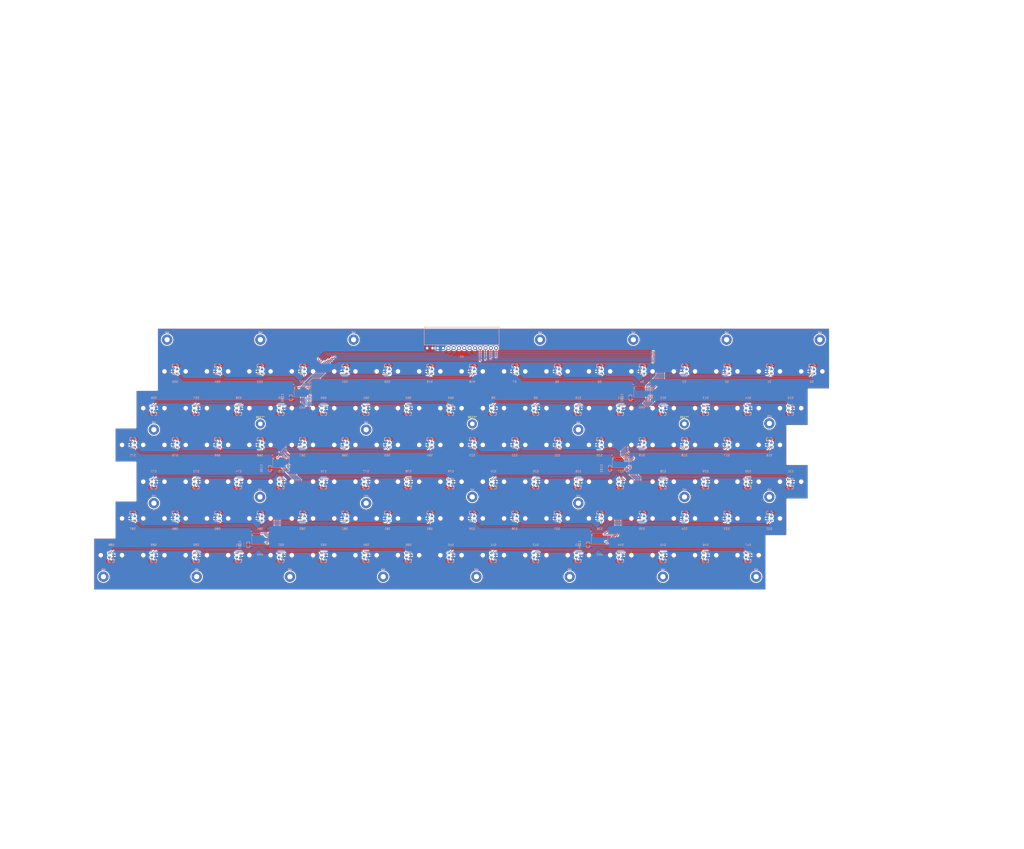
<source format=kicad_pcb>
(kicad_pcb (version 20241229) (generator "pcbnew") (generator_version "9.0")
  (layers (0 "F.Cu" signal) (2 "B.Cu" signal) (13 "F.Paste" user) (15 "B.Paste" user) (5 "F.SilkS" user "F.Silkscreen") (7 "B.SilkS" user "B.Silkscreen") (1 "F.Mask" user) (3 "B.Mask" user) (25 "Edge.Cuts" user))
  (net 0 "")
  (net 1 "CONTROL3")
  (net 2 "AM0:6")
  (net 3 "AM0:5")
  (net 4 "CONTROL2")
  (net 5 "GND")
  (net 6 "AM0")
  (net 7 "AM0:4")
  (net 8 "AM0:7")
  (net 9 "AM0:13")
  (net 10 "+3.3V")
  (net 11 "AM0:0")
  (net 12 "CONTROL0")
  (net 13 "AM0:3")
  (net 14 "CONTROL1")
  (net 15 "AM0:2")
  (net 16 "AM0:10")
  (net 17 "AM0:14")
  (net 18 "AM0:1")
  (net 19 "AM0:11")
  (net 20 "AM0:8")
  (net 21 "AM0:15")
  (net 22 "AM0:9")
  (net 23 "AM0:12")
  (net 24 "AM1")
  (net 25 "AM2")
  (net 26 "AM3")
  (net 27 "AM4")
  (net 28 "AM5")
  (net 29 "AM1:15")
  (net 30 "AM1:12")
  (net 31 "AM1:14")
  (net 32 "AM1:1")
  (net 33 "AM1:4")
  (net 34 "AM1:13")
  (net 35 "AM1:5")
  (net 36 "AM1:3")
  (net 37 "AM1:9")
  (net 38 "AM1:10")
  (net 39 "AM1:0")
  (net 40 "AM1:8")
  (net 41 "AM1:2")
  (net 42 "AM1:11")
  (net 43 "AM1:7")
  (net 44 "AM1:6")
  (net 45 "AM2:11")
  (net 46 "AM2:4")
  (net 47 "AM2:14")
  (net 48 "AM2:5")
  (net 49 "AM2:7")
  (net 50 "AM2:6")
  (net 51 "AM2:12")
  (net 52 "AM2:0")
  (net 53 "AM2:13")
  (net 54 "AM2:10")
  (net 55 "AM2:9")
  (net 56 "AM2:3")
  (net 57 "AM2:1")
  (net 58 "AM2:15")
  (net 59 "AM2:2")
  (net 60 "AM2:8")
  (net 61 "AM3:7")
  (net 62 "AM3:6")
  (net 63 "AM3:5")
  (net 64 "AM3:4")
  (net 65 "AM3:3")
  (net 66 "AM3:2")
  (net 67 "AM3:1")
  (net 68 "AM3:0")
  (net 69 "AM3:15")
  (net 70 "AM3:14")
  (net 71 "AM3:13")
  (net 72 "AM3:12")
  (net 73 "AM3:11")
  (net 74 "AM3:10")
  (net 75 "AM3:9")
  (net 76 "AM3:8")
  (net 77 "AM4:7")
  (net 78 "AM4:6")
  (net 79 "AM4:5")
  (net 80 "AM4:4")
  (net 81 "AM4:3")
  (net 82 "AM4:2")
  (net 83 "AM4:1")
  (net 84 "AM4:0")
  (net 85 "AM4:15")
  (net 86 "AM4:14")
  (net 87 "AM4:13")
  (net 88 "AM4:12")
  (net 89 "AM4:11")
  (net 90 "AM4:10")
  (net 91 "AM4:9")
  (net 92 "AM4:8")
  (net 93 "AM5:7")
  (net 94 "AM5:6")
  (net 95 "AM5:5")
  (net 96 "AM5:4")
  (net 97 "AM5:3")
  (net 98 "AM5:2")
  (net 99 "AM5:1")
  (net 100 "AM5:0")
  (net 101 "AM5:15")
  (net 102 "AM5:14")
  (net 103 "AM5:13")
  (net 104 "AM5:12")
  (net 105 "AM5:11")
  (net 106 "AM5:10")
  (net 107 "AM5:9")
  (net 108 "AM5:8")
  (footprint "lekker:SW_MX_Lekker" (layer "F.Cu") (at 157.971096 222.790544)
    (property "Reference" "KEY82")
    (property "Value" "SW_MX_Lekker" (hide yes))
  )
  (footprint "lekker:SW_MX_Lekker" (layer "F.Cu") (at 218.931096 152.4)
    (property "Reference" "KEY48")
    (property "Value" "SW_MX_Lekker" (hide yes))
  )
  (footprint "lekker:SW_MX_Lekker" (layer "F.Cu") (at 198.611096 222.790544)
    (property "Reference" "KEY80")
    (property "Value" "SW_MX_Lekker" (hide yes))
  )
  (footprint "lekker:SW_MX_Lekker" (layer "F.Cu") (at 178.291096 222.790544)
    (property "Reference" "KEY81")
    (property "Value" "SW_MX_Lekker" (hide yes))
  )
  (footprint "lekker:SW_MX_Lekker" (layer "F.Cu") (at 147.811096 240.388181)
    (property "Reference" "KEY93")
    (property "Value" "SW_MX_Lekker" (hide yes))
  )
  (footprint "lekker:SW_MX_Lekker" (layer "F.Cu") (at 137.651096 222.790544)
    (property "Reference" "KEY83")
    (property "Value" "SW_MX_Lekker" (hide yes))
  )
  (footprint "lekker:SW_MX_Lekker" (layer "F.Cu") (at 117.331096 222.790544)
    (property "Reference" "KEY84")
    (property "Value" "SW_MX_Lekker" (hide yes))
  )
  (footprint "lekker:SW_MX_Lekker" (layer "F.Cu") (at 97.011096 222.790544)
    (property "Reference" "KEY85")
    (property "Value" "SW_MX_Lekker" (hide yes))
  )
  (footprint "lekker:SW_MX_Lekker" (layer "F.Cu") (at 168.131096 205.192908)
    (property "Reference" "KEY77")
    (property "Value" "SW_MX_Lekker" (hide yes))
  )
  (footprint "lekker:SW_MX_Lekker" (layer "F.Cu") (at 137.651096 187.595272)
    (property "Reference" "KEY67")
    (property "Value" "SW_MX_Lekker" (hide yes))
  )
  (footprint "lekker:SW_MX_Lekker" (layer "F.Cu") (at 107.171096 205.192908)
    (property "Reference" "KEY74")
    (property "Value" "SW_MX_Lekker" (hide yes))
  )
  (footprint "lekker:SW_MX_Lekker" (layer "F.Cu") (at 198.611096 152.4)
    (property "Reference" "KEY49")
    (property "Value" "SW_MX_Lekker" (hide yes))
  )
  (footprint "lekker:SW_MX_Lekker" (layer "F.Cu") (at 188.451096 240.388181)
    (property "Reference" "KEY95")
    (property "Value" "SW_MX_Lekker" (hide yes))
  )
  (footprint "lekker:SW_MX_Lekker" (layer "F.Cu") (at 76.691096 222.790544)
    (property "Reference" "KEY86")
    (property "Value" "SW_MX_Lekker" (hide yes))
  )
  (footprint "lekker:SW_MX_Lekker" (layer "F.Cu") (at 188.451096 205.192908)
    (property "Reference" "KEY78")
    (property "Value" "SW_MX_Lekker" (hide yes))
  )
  (footprint "lekker:SW_MX_Lekker" (layer "F.Cu") (at 56.371096 222.790544)
    (property "Reference" "KEY87")
    (property "Value" "SW_MX_Lekker" (hide yes))
  )
  (footprint "lekker:SW_MX_Lekker" (layer "F.Cu") (at 46.211096 240.388181)
    (property "Reference" "KEY88")
    (property "Value" "SW_MX_Lekker" (hide yes))
  )
  (footprint "lekker:SW_MX_Lekker" (layer "F.Cu") (at 147.811096 169.997636)
    (property "Reference" "KEY60")
    (property "Value" "SW_MX_Lekker" (hide yes))
  )
  (footprint "lekker:SW_MX_Lekker" (layer "F.Cu") (at 66.531096 240.388181)
    (property "Reference" "KEY89")
    (property "Value" "SW_MX_Lekker" (hide yes))
  )
  (footprint "lekker:SW_MX_Lekker" (layer "F.Cu") (at 86.851096 240.388181)
    (property "Reference" "KEY90")
    (property "Value" "SW_MX_Lekker" (hide yes))
  )
  (footprint "lekker:SW_MX_Lekker" (layer "F.Cu") (at 66.531096 169.997636)
    (property "Reference" "KEY56")
    (property "Value" "SW_MX_Lekker" (hide yes))
  )
  (footprint "lekker:SW_MX_Lekker" (layer "F.Cu") (at 127.491096 240.388181)
    (property "Reference" "KEY92")
    (property "Value" "SW_MX_Lekker" (hide yes))
  )
  (footprint "lekker:SW_MX_Lekker" (layer "F.Cu") (at 147.811096 205.192908)
    (property "Reference" "KEY76")
    (property "Value" "SW_MX_Lekker" (hide yes))
  )
  (footprint "lekker:SW_MX_Lekker" (layer "F.Cu") (at 107.171096 240.388181)
    (property "Reference" "KEY91")
    (property "Value" "SW_MX_Lekker" (hide yes))
  )
  (footprint "lekker:SW_MX_Lekker" (layer "F.Cu") (at 117.331096 152.4)
    (property "Reference" "KEY53")
    (property "Value" "SW_MX_Lekker" (hide yes))
  )
  (footprint "lekker:SW_MX_Lekker" (layer "F.Cu") (at 168.131096 169.997636)
    (property "Reference" "KEY61")
    (property "Value" "SW_MX_Lekker" (hide yes))
  )
  (footprint "lekker:SW_MX_Lekker" (layer "F.Cu") (at 168.131096 240.388181)
    (property "Reference" "KEY94")
    (property "Value" "SW_MX_Lekker" (hide yes))
  )
  (footprint "lekker:SW_MX_Lekker" (layer "F.Cu") (at 137.651096 152.4)
    (property "Reference" "KEY52")
    (property "Value" "SW_MX_Lekker" (hide yes))
  )
  (footprint "lekker:SW_MX_Lekker" (layer "F.Cu") (at 208.771096 169.997636)
    (property "Reference" "KEY63")
    (property "Value" "SW_MX_Lekker" (hide yes))
  )
  (footprint "lekker:SW_MX_Lekker" (layer "F.Cu") (at 86.851096 205.192908)
    (property "Reference" "KEY73")
    (property "Value" "SW_MX_Lekker" (hide yes))
  )
  (footprint "lekker:SW_MX_Lekker" (layer "F.Cu") (at 198.611096 187.595272)
    (property "Reference" "KEY64")
    (property "Value" "SW_MX_Lekker" (hide yes))
  )
  (footprint "lekker:SW_MX_Lekker" (layer "F.Cu") (at 178.291096 187.595272)
    (property "Reference" "KEY65")
    (property "Value" "SW_MX_Lekker" (hide yes))
  )
  (footprint "lekker:SW_MX_Lekker" (layer "F.Cu") (at 157.971096 187.595272)
    (property "Reference" "KEY66")
    (property "Value" "SW_MX_Lekker" (hide yes))
  )
  (footprint "lekker:SW_MX_Lekker" (layer "F.Cu") (at 117.331096 187.595272)
    (property "Reference" "KEY68")
    (property "Value" "SW_MX_Lekker" (hide yes))
  )
  (footprint "lekker:SW_MX_Lekker" (layer "F.Cu") (at 188.451096 169.997636)
    (property "Reference" "KEY62")
    (property "Value" "SW_MX_Lekker" (hide yes))
  )
  (footprint "lekker:SW_MX_Lekker" (layer "F.Cu") (at 97.011096 187.595272)
    (property "Reference" "KEY69")
    (property "Value" "SW_MX_Lekker" (hide yes))
  )
  (footprint "lekker:SW_MX_Lekker" (layer "F.Cu") (at 76.691096 187.595272)
    (property "Reference" "KEY70")
    (property "Value" "SW_MX_Lekker" (hide yes))
  )
  (footprint "lekker:SW_MX_Lekker" (layer "F.Cu") (at 56.371096 187.595272)
    (property "Reference" "KEY71")
    (property "Value" "SW_MX_Lekker" (hide yes))
  )
  (footprint "lekker:SW_MX_Lekker" (layer "F.Cu") (at 66.531096 205.192908)
    (property "Reference" "KEY72")
    (property "Value" "SW_MX_Lekker" (hide yes))
  )
  (footprint "lekker:SW_MX_Lekker" (layer "F.Cu") (at 107.171096 169.997636)
    (property "Reference" "KEY58")
    (property "Value" "SW_MX_Lekker" (hide yes))
  )
  (footprint "lekker:SW_MX_Lekker" (layer "F.Cu") (at 127.491096 169.997636)
    (property "Reference" "KEY59")
    (property "Value" "SW_MX_Lekker" (hide yes))
  )
  (footprint "lekker:SW_MX_Lekker" (layer "F.Cu") (at 76.691096 152.4)
    (property "Reference" "KEY55")
    (property "Value" "SW_MX_Lekker" (hide yes))
  )
  (footprint "lekker:SW_MX_Lekker" (layer "F.Cu") (at 127.491096 205.192908)
    (property "Reference" "KEY75")
    (property "Value" "SW_MX_Lekker" (hide yes))
  )
  (footprint "lekker:SW_MX_Lekker" (layer "F.Cu") (at 208.771096 205.192908)
    (property "Reference" "KEY79")
    (property "Value" "SW_MX_Lekker" (hide yes))
  )
  (footprint "MountingHole:MountingHole_2.2mm_M2_Pad" (layer "F.Cu") (at 219 177.5)
    (property "Reference" "REF**")
    (property "Value" "MountingHole_2.2mm_M2_Pad")
  )
  (footprint "lekker:SW_MX_Lekker" (layer "F.Cu") (at 157.971096 152.4)
    (property "Reference" "KEY51")
    (property "Value" "SW_MX_Lekker" (hide yes))
  )
  (footprint "lekker:SW_MX_Lekker" (layer "F.Cu") (at 290.051096 205.192908)
    (property "Reference" "KEY27")
    (property "Value" "SW_MX_Lekker" (hide yes))
  )
  (footprint "lekker:SW_MX_Lekker" (layer "F.Cu") (at 310.371096 205.192908)
    (property "Reference" "KEY28")
    (property "Value" "SW_MX_Lekker" (hide yes))
  )
  (footprint "MountingHole:MountingHole_2.2mm_M2_Pad" (layer "F.Cu") (at 117.5 177.5)
    (property "Reference" "REF**")
    (property "Value" "MountingHole_2.2mm_M2_Pad")
  )
  (footprint "lekker:SW_MX_Lekker" (layer "F.Cu") (at 300.211096 187.595272)
    (property "Reference" "KEY19")
    (property "Value" "SW_MX_Lekker" (hide yes))
  )
  (footprint "lekker:SW_MX_Lekker" (layer "F.Cu") (at 239.251096 222.790544)
    (property "Reference" "KEY38")
    (property "Value" "SW_MX_Lekker" (hide yes))
  )
  (footprint "lekker:SW_MX_Lekker" (layer "F.Cu") (at 290.051096 240.388181)
    (property "Reference" "KEY44")
    (property "Value" "SW_MX_Lekker" (hide yes))
  )
  (footprint "lekker:SW_MX_Lekker" (layer "F.Cu") (at 97.011096 152.4)
    (property "Reference" "KEY54")
    (property "Value" "SW_MX_Lekker" (hide yes))
  )
  (footprint "lekker:SW_MX_Lekker" (layer "F.Cu") (at 279.891096 152.4)
    (property "Reference" "KEY5")
    (property "Value" "SW_MX_Lekker" (hide yes))
  )
  (footprint "lekker:SW_MX_Lekker" (layer "F.Cu") (at 320.531096 222.790544)
    (property "Reference" "KEY34")
    (property "Value" "SW_MX_Lekker" (hide yes))
  )
  (footprint "lekker:SW_MX_Lekker" (layer "F.Cu") (at 320.531096 187.595272)
    (property "Reference" "KEY18")
    (property "Value" "SW_MX_Lekker" (hide yes))
  )
  (footprint "lekker:SW_MX_Lekker" (layer "F.Cu") (at 361.171096 187.595272)
    (property "Reference" "KEY16")
    (property "Value" "SW_MX_Lekker" (hide yes))
  )
  (footprint "lekker:SW_MX_Lekker" (layer "F.Cu") (at 279.891096 222.790544)
    (property "Reference" "KEY36")
    (property "Value" "SW_MX_Lekker" (hide yes))
  )
  (footprint "lekker:SW_MX_Lekker" (layer "F.Cu") (at 178.291096 152.4)
    (property "Reference" "KEY50")
    (property "Value" "SW_MX_Lekker" (hide yes))
  )
  (footprint "lekker:SW_MX_Lekker" (layer "F.Cu") (at 300.211096 222.790544)
    (property "Reference" "KEY35")
    (property "Value" "SW_MX_Lekker" (hide yes))
  )
  (footprint "lekker:SW_MX_Lekker" (layer "F.Cu") (at 351.011096 169.997636)
    (property "Reference" "KEY14")
    (property "Value" "SW_MX_Lekker" (hide yes))
  )
  (footprint "lekker:SW_MX_Lekker" (layer "F.Cu") (at 300.211096 152.4)
    (property "Reference" "KEY4")
    (property "Value" "SW_MX_Lekker" (hide yes))
  )
  (footprint "lekker:SW_MX_Lekker" (layer "F.Cu") (at 290.051096 169.997636)
    (property "Reference" "KEY11")
    (property "Value" "SW_MX_Lekker" (hide yes))
  )
  (footprint "lekker:SW_MX_Lekker" (layer "F.Cu") (at 310.371096 169.997636)
    (property "Reference" "KEY12")
    (property "Value" "SW_MX_Lekker" (hide yes))
  )
  (footprint "lekker:SW_MX_Lekker" (layer "F.Cu") (at 269.731096 205.192908)
    (property "Reference" "KEY26")
    (property "Value" "SW_MX_Lekker" (hide yes))
  )
  (footprint "lekker:SW_MX_Lekker" (layer "F.Cu") (at 86.851096 169.997636)
    (property "Reference" "KEY57")
    (property "Value" "SW_MX_Lekker" (hide yes))
  )
  (footprint "lekker:SW_MX_Lekker" (layer "F.Cu") (at 269.731096 240.388181)
    (property "Reference" "KEY43")
    (property "Value" "SW_MX_Lekker" (hide yes))
  )
  (footprint "lekker:SW_MX_Lekker" (layer "F.Cu") (at 351.011096 205.192908)
    (property "Reference" "KEY30")
    (property "Value" "SW_MX_Lekker" (hide yes))
  )
  (footprint "lekker:SW_MX_Lekker" (layer "F.Cu") (at 259.571096 152.4)
    (property "Reference" "KEY6")
    (property "Value" "SW_MX_Lekker" (hide yes))
  )
  (footprint "lekker:SW_MX_Lekker" (layer "F.Cu") (at 320.531096 152.4)
    (property "Reference" "KEY3")
    (property "Value" "SW_MX_Lekker" (hide yes))
  )
  (footprint "lekker:SW_MX_Lekker" (layer "F.Cu") (at 361.171096 222.790544)
    (property "Reference" "KEY32")
    (property "Value" "SW_MX_Lekker" (hide yes))
  )
  (footprint "lekker:SW_MX_Lekker" (layer "F.Cu") (at 218.931096 222.790544)
    (property "Reference" "KEY39")
    (property "Value" "SW_MX_Lekker" (hide yes))
  )
  (footprint "lekker:SW_MX_Lekker" (layer "F.Cu") (at 208.771096 240.388181)
    (property "Reference" "KEY40")
    (property "Value" "SW_MX_Lekker" (hide yes))
  )
  (footprint "lekker:SW_MX_Lekker" (layer "F.Cu") (at 249.411096 205.192908)
    (property "Reference" "KEY25")
    (property "Value" "SW_MX_Lekker" (hide yes))
  )
  (footprint "lekker:SW_MX_Lekker" (layer "F.Cu") (at 340.851096 187.595272)
    (property "Reference" "KEY17")
    (property "Value" "SW_MX_Lekker" (hide yes))
  )
  (footprint "lekker:SW_MX_Lekker" (layer "F.Cu") (at 269.731096 169.997636)
    (property "Reference" "KEY10")
    (property "Value" "SW_MX_Lekker" (hide yes))
  )
  (footprint "lekker:SW_MX_Lekker" (layer "F.Cu") (at 371.331096 205.192908)
    (property "Reference" "KEY31")
    (property "Value" "SW_MX_Lekker" (hide yes))
  )
  (footprint "lekker:SW_MX_Lekker" (layer "F.Cu") (at 239.251096 152.4)
    (property "Reference" "KEY7")
    (property "Value" "SW_MX_Lekker" (hide yes))
  )
  (footprint "lekker:SW_MX_Lekker" (layer "F.Cu") (at 310.371096 240.388181)
    (property "Reference" "KEY45")
    (property "Value" "SW_MX_Lekker" (hide yes))
  )
  (footprint "lekker:SW_MX_Lekker" (layer "F.Cu") (at 340.851096 222.790544)
    (property "Reference" "KEY33")
    (property "Value" "SW_MX_Lekker" (hide yes))
  )
  (footprint "lekker:SW_MX_Lekker" (layer "F.Cu") (at 371.331096 169.997636)
    (property "Reference" "KEY15")
    (property "Value" "SW_MX_Lekker" (hide yes))
  )
  (footprint "lekker:SW_MX_Lekker" (layer "F.Cu") (at 229.091096 169.997636)
    (property "Reference" "KEY8")
    (property "Value" "SW_MX_Lekker" (hide yes))
  )
  (footprint "lekker:SW_MX_Lekker" (layer "F.Cu") (at 259.571096 222.790544)
    (property "Reference" "KEY37")
    (property "Value" "SW_MX_Lekker" (hide yes))
  )
  (footprint "lekker:SW_MX_Lekker" (layer "F.Cu") (at 229.091096 240.388181)
    (property "Reference" "KEY41")
    (property "Value" "SW_MX_Lekker" (hide yes))
  )
  (footprint "lekker:SW_MX_Lekker" (layer "F.Cu") (at 218.931096 187.595272)
    (property "Reference" "KEY23")
    (property "Value" "SW_MX_Lekker" (hide yes))
  )
  (footprint "lekker:SW_MX_Lekker" (layer "F.Cu") (at 249.411096 169.997636)
    (property "Reference" "KEY9")
    (property "Value" "SW_MX_Lekker" (hide yes))
  )
  (footprint "lekker:SW_MX_Lekker" (layer "F.Cu") (at 330.691096 205.192908)
    (property "Reference" "KEY29")
    (property "Value" "SW_MX_Lekker" (hide yes))
  )
  (footprint "lekker:SW_MX_Lekker" (layer "F.Cu") (at 239.251096 187.595272)
    (property "Reference" "KEY22")
    (property "Value" "SW_MX_Lekker" (hide yes))
  )
  (footprint "lekker:SW_MX_Lekker" (layer "F.Cu") (at 249.411096 240.388181)
    (property "Reference" "KEY42")
    (property "Value" "SW_MX_Lekker" (hide yes))
  )
  (footprint "lekker:SW_MX_Lekker" (layer "F.Cu") (at 330.691096 240.388181)
    (property "Reference" "KEY46")
    (property "Value" "SW_MX_Lekker" (hide yes))
  )
  (footprint "lekker:SW_MX_Lekker" (layer "F.Cu") (at 351.011096 240.388181)
    (property "Reference" "KEY47")
    (property "Value" "SW_MX_Lekker" (hide yes))
  )
  (footprint "lekker:SW_MX_Lekker" (layer "F.Cu") (at 330.691096 169.997636)
    (property "Reference" "KEY13")
    (property "Value" "SW_MX_Lekker" (hide yes))
  )
  (footprint "lekker:SW_MX_Lekker" (layer "F.Cu") (at 229.091096 205.192908)
    (property "Reference" "KEY24")
    (property "Value" "SW_MX_Lekker" (hide yes))
  )
  (footprint "lekker:SW_MX_Lekker" (layer "F.Cu") (at 381.491096 152.4)
    (property "Reference" "KEY0")
    (property "Value" "SW_MX_Lekker" (hide yes))
  )
  (footprint "lekker:SW_MX_Lekker" (layer "F.Cu") (at 259.571096 187.595272)
    (property "Reference" "KEY21")
    (property "Value" "SW_MX_Lekker" (hide yes))
  )
  (footprint "MountingHole:MountingHole_2.2mm_M2_Pad" (layer "F.Cu") (at 320.5 177.5)
    (property "Reference" "REF**")
    (property "Value" "MountingHole_2.2mm_M2_Pad")
  )
  (footprint "lekker:SW_MX_Lekker" (layer "F.Cu") (at 340.851096 152.4)
    (property "Reference" "KEY2")
    (property "Value" "SW_MX_Lekker" (hide yes))
  )
  (footprint "lekker:SW_MX_Lekker" (layer "F.Cu") (at 279.891096 187.595272)
    (property "Reference" "KEY20")
    (property "Value" "SW_MX_Lekker" (hide yes))
  )
  (footprint "lekker:SW_MX_Lekker" (layer "F.Cu") (at 361.171096 152.4)
    (property "Reference" "KEY1")
    (property "Value" "SW_MX_Lekker" (hide yes))
  )
  (footprint "jlcpcb:C0603" (layer "B.Cu") (at 117.331096 184.801272)
    (property "Reference" "C68" (hide yes))
    (property "Value" "100 nF")
  )
  (footprint "jlcpcb:C0603" (layer "B.Cu") (at 56.371096 184.801272)
    (property "Reference" "C71")
    (property "Value" "100 nF")
  )
  (footprint "jlcpcb:SOT-23-3_L2.9-W1.3-P1.90-LS2.4-BR" (layer "B.Cu") (at 76.691096 222.790544)
    (property "Reference" "S86")
    (property "Value" "GH39FKSW")
  )
  (footprint "jlcpcb:SOT-23-3_L2.9-W1.3-P1.90-LS2.4-BR" (layer "B.Cu") (at 117.331096 222.790544)
    (property "Reference" "S84")
    (property "Value" "GH39FKSW")
  )
  (footprint "MountingHole:MountingHole_2.5mm_Pad" (layer "B.Cu") (at 168.148 215.484472 180)
    (property "Reference" "H0")
    (property "Value" "MountingHole_2.5mm_Pad")
  )
  (footprint "jlcpcb:SOT-23-3_L2.9-W1.3-P1.90-LS2.4-BR" (layer "B.Cu") (at 127.491096 169.997636 180)
    (property "Reference" "S59")
    (property "Value" "GH39FKSW")
  )
  (footprint "jlcpcb:SOT-23-3_L2.9-W1.3-P1.90-LS2.4-BR" (layer "B.Cu") (at 127.491096 240.388181 180)
    (property "Reference" "S92")
    (property "Value" "GH39FKSW")
  )
  (footprint "jlcpcb:C0603" (layer "B.Cu") (at 117.331096 149.606)
    (property "Reference" "C53")
    (property "Value" "100 nF")
  )
  (footprint "jlcpcb:C0603" (layer "B.Cu") (at 66.531096 243.182181 180)
    (property "Reference" "C89")
    (property "Value" "100 nF")
  )
  (footprint "jlcpcb:C0603" (layer "B.Cu") (at 97.011096 219.996544)
    (property "Reference" "C85")
    (property "Value" "100 nF")
  )
  (footprint "jlcpcb:C0603" (layer "B.Cu") (at 188.451096 207.986908 180)
    (property "Reference" "C78")
    (property "Value" "100 nF")
  )
  (footprint "jlcpcb:C0603" (layer "B.Cu") (at 137.651096 219.996544)
    (property "Reference" "C83")
    (property "Value" "100 nF")
  )
  (footprint "jlcpcb:SOT-23-3_L2.9-W1.3-P1.90-LS2.4-BR" (layer "B.Cu") (at 66.531096 240.388181 180)
    (property "Reference" "S89")
    (property "Value" "GH39FKSW")
  )
  (footprint "jlcpcb:SOT-23-3_L2.9-W1.3-P1.90-LS2.4-BR" (layer "B.Cu") (at 107.171096 240.388181 180)
    (property "Reference" "S91")
    (property "Value" "GH39FKSW")
  )
  (footprint "jlcpcb:C0603" (layer "B.Cu") (at 86.851096 207.986908 180)
    (property "Reference" "C73")
    (property "Value" "100 nF")
  )
  (footprint "jlcpcb:C0603" (layer "B.Cu") (at 107.171096 243.182181 180)
    (property "Reference" "C91")
    (property "Value" "100 nF")
  )
  (footprint "jlcpcb:C0603" (layer "B.Cu") (at 97.011096 149.606)
    (property "Reference" "C54")
    (property "Value" "100 nF")
  )
  (footprint "jlcpcb:SOT-23-3_L2.9-W1.3-P1.90-LS2.4-BR" (layer "B.Cu") (at 117.331096 152.4)
    (property "Reference" "S53")
    (property "Value" "GH39FKSW")
  )
  (footprint "jlcpcb:C0603" (layer "B.Cu") (at 157.971096 149.606)
    (property "Reference" "C51")
    (property "Value" "100 nF")
  )
  (footprint "jlcpcb:SOT-23-3_L2.9-W1.3-P1.90-LS2.4-BR" (layer "B.Cu") (at 76.691096 152.4)
    (property "Reference" "S55")
    (property "Value" "GH39FKSW")
  )
  (footprint "jlcpcb:SOT-23-3_L2.9-W1.3-P1.90-LS2.4-BR" (layer "B.Cu") (at 97.011096 152.4)
    (property "Reference" "S54")
    (property "Value" "GH39FKSW")
  )
  (footprint "jlcpcb:C0603" (layer "B.Cu") (at 76.691096 149.606)
    (property "Reference" "C55")
    (property "Value" "100 nF")
  )
  (footprint "MountingHole:MountingHole_2.5mm_Pad" (layer "B.Cu") (at 176.308 250.679744 180)
    (property "Reference" "H0")
    (property "Value" "MountingHole_2.5mm_Pad")
  )
  (footprint "jlcpcb:SOT-23-3_L2.9-W1.3-P1.90-LS2.4-BR" (layer "B.Cu") (at 208.771096 169.997636 180)
    (property "Reference" "S63")
    (property "Value" "GH39FKSW")
  )
  (footprint "jlcpcb:SSOP-24_L8.1-W5.3-P0.65-LS7.8-BL" (layer "B.Cu") (at 137.675096 162.1576)
    (property "Reference" "AM3")
    (property "Value" "CD74HC4067SM96")
  )
  (footprint "jlcpcb:SOT-23-3_L2.9-W1.3-P1.90-LS2.4-BR" (layer "B.Cu") (at 168.131096 169.997636 180)
    (property "Reference" "S61")
    (property "Value" "GH39FKSW")
  )
  (footprint "jlcpcb:C0603" (layer "B.Cu") (at 178.291096 184.801272)
    (property "Reference" "C65")
    (property "Value" "100 nF")
  )
  (footprint "MountingHole:MountingHole_2.5mm_Pad" (layer "B.Cu") (at 310.228 250.679744 180)
    (property "Reference" "H0")
    (property "Value" "MountingHole_2.5mm_Pad")
  )
  (footprint "jlcpcb:C0603" (layer "B.Cu") (at 127.491096 172.791636 180)
    (property "Reference" "C59")
    (property "Value" "100 nF")
  )
  (footprint "jlcpcb:SSOP-24_L8.1-W5.3-P0.65-LS7.8-BL" (layer "B.Cu") (at 127.449596 195.9864)
    (property "Reference" "AM4")
    (property "Value" "CD74HC4067SM96")
  )
  (footprint "jlcpcb:SOT-23-3_L2.9-W1.3-P1.90-LS2.4-BR" (layer "B.Cu") (at 188.451096 169.997636 180)
    (property "Reference" "S62")
    (property "Value" "GH39FKSW")
  )
  (footprint "jlcpcb:C0603" (layer "B.Cu") (at 86.851096 243.182181 180)
    (property "Reference" "C90")
    (property "Value" "100 nF")
  )
  (footprint "jlcpcb:C0603" (layer "B.Cu") (at 198.611096 219.996544)
    (property "Reference" "C80")
    (property "Value" "100 nF")
  )
  (footprint "jlcpcb:C0603" (layer "B.Cu") (at 97.011096 184.801272)
    (property "Reference" "C69")
    (property "Value" "100 nF")
  )
  (footprint "jlcpcb:SSOP-24_L8.1-W5.3-P0.65-LS7.8-BL" (layer "B.Cu") (at 279.915096 232.548144)
    (property "Reference" "AM2")
    (property "Value" "CD74HC4067SM96")
  )
  (footprint "jlcpcb:SOT-23-3_L2.9-W1.3-P1.90-LS2.4-BR" (layer "B.Cu") (at 56.371096 222.790544)
    (property "Reference" "S87")
    (property "Value" "GH39FKSW")
  )
  (footprint "MountingHole:MountingHole_2.5mm_Pad" (layer "B.Cu") (at 131.668 250.679744 180)
    (property "Reference" "H0")
    (property "Value" "MountingHole_2.5mm_Pad")
  )
  (footprint "jlcpcb:C0603" (layer "B.Cu") (at 168.131096 243.182181 180)
    (property "Reference" "C94")
    (property "Value" "100 nF")
  )
  (footprint "jlcpcb:SOT-23-3_L2.9-W1.3-P1.90-LS2.4-BR" (layer "B.Cu") (at 198.611096 152.4)
    (property "Reference" "S49")
    (property "Value" "GH39FKSW")
  )
  (footprint "jlcpcb:SOT-23-3_L2.9-W1.3-P1.90-LS2.4-BR" (layer "B.Cu") (at 86.851096 240.388181 180)
    (property "Reference" "S90")
    (property "Value" "GH39FKSW")
  )
  (footprint "MountingHole:MountingHole_2.5mm_Pad" (layer "B.Cu") (at 220.948 250.679744 180)
    (property "Reference" "H0")
    (property "Value" "MountingHole_2.5mm_Pad")
  )
  (footprint "jlcpcb:SOT-23-3_L2.9-W1.3-P1.90-LS2.4-BR" (layer "B.Cu") (at 76.691096 187.595272)
    (property "Reference" "S70")
    (property "Value" "GH39FKSW")
  )
  (footprint "MountingHole:MountingHole_2.5mm_Pad" (layer "B.Cu") (at 320.548 212.4964 180)
    (property "Reference" "H0")
    (property "Value" "MountingHole_2.5mm_Pad")
  )
  (footprint "jlcpcb:SOT-23-3_L2.9-W1.3-P1.90-LS2.4-BR" (layer "B.Cu") (at 157.971096 152.4)
    (property "Reference" "S51")
    (property "Value" "GH39FKSW")
  )
  (footprint "jlcpcb:C0603" (layer "B.Cu") (at 157.971096 184.801272)
    (property "Reference" "C66")
    (property "Value" "100 nF")
  )
  (footprint "jlcpcb:SOT-23-3_L2.9-W1.3-P1.90-LS2.4-BR" (layer "B.Cu") (at 168.131096 240.388181 180)
    (property "Reference" "S94")
    (property "Value" "GH39FKSW")
  )
  (footprint "jlcpcb:SOT-23-3_L2.9-W1.3-P1.90-LS2.4-BR" (layer "B.Cu") (at 157.971096 222.790544)
    (property "Reference" "S82")
    (property "Value" "GH39FKSW")
  )
  (footprint "jlcpcb:C0603" (layer "B.Cu") (at 117.331096 219.996544)
    (property "Reference" "C84")
    (property "Value" "100 nF")
  )
  (footprint "jlcpcb:SOT-23-3_L2.9-W1.3-P1.90-LS2.4-BR" (layer "B.Cu") (at 147.811096 169.997636 180)
    (property "Reference" "S60")
    (property "Value" "GH39FKSW")
  )
  (footprint "jlcpcb:SOT-23-3_L2.9-W1.3-P1.90-LS2.4-BR" (layer "B.Cu") (at 208.771096 205.192908 180)
    (property "Reference" "S79")
    (property "Value" "GH39FKSW")
  )
  (footprint "jlcpcb:C0603" (layer "B.Cu") (at 208.771096 207.986908 180)
    (property "Reference" "C79")
    (property "Value" "100 nF")
  )
  (footprint "jlcpcb:C0603" (layer "B.Cu") (at 107.171096 172.791636 180)
    (property "Reference" "C58")
    (property "Value" "100 nF")
  )
  (footprint "jlcpcb:C0603" (layer "B.Cu") (at 168.131096 207.986908 180)
    (property "Reference" "C77")
    (property "Value" "100 nF")
  )
  (footprint "jlcpcb:C0603" (layer "B.Cu") (at 147.811096 172.791636 180)
    (property "Reference" "C60")
    (property "Value" "100 nF")
  )
  (footprint "jlcpcb:SSOP-24_L8.1-W5.3-P0.65-LS7.8-BL" (layer "B.Cu") (at 117.355096 232.548144)
    (property "Reference" "AM5")
    (property "Value" "CD74HC4067SM96")
  )
  (footprint "jlcpcb:SOT-23-3_L2.9-W1.3-P1.90-LS2.4-BR" (layer "B.Cu") (at 147.811096 205.192908 180)
    (property "Reference" "S76")
    (property "Value" "GH39FKSW")
  )
  (footprint "jlcpcb:C0603" (layer "B.Cu") (at 127.491096 243.182181 180)
    (property "Reference" "C92")
    (property "Value" "100 nF")
  )
  (footprint "jlcpcb:SOT-23-3_L2.9-W1.3-P1.90-LS2.4-BR" (layer "B.Cu") (at 137.651096 222.790544)
    (property "Reference" "S83")
    (property "Value" "GH39FKSW")
  )
  (footprint "jlcpcb:SOT-23-3_L2.9-W1.3-P1.90-LS2.4-BR" (layer "B.Cu") (at 127.491096 205.192908 180)
    (property "Reference" "S75")
    (property "Value" "GH39FKSW")
  )
  (footprint "jlcpcb:SOT-23-3_L2.9-W1.3-P1.90-LS2.4-BR" (layer "B.Cu") (at 178.291096 152.4)
    (property "Reference" "S50")
    (property "Value" "GH39FKSW")
  )
  (footprint "jlcpcb:C0603" (layer "B.Cu") (at 198.611096 149.606)
    (property "Reference" "C49")
    (property "Value" "100 nF")
  )
  (footprint "jlcpcb:SOT-23-3_L2.9-W1.3-P1.90-LS2.4-BR" (layer "B.Cu") (at 46.211096 240.388181 180)
    (property "Reference" "S88")
    (property "Value" "GH39FKSW")
  )
  (footprint "jlcpcb:C0603" (layer "B.Cu") (at 137.651096 149.606)
    (property "Reference" "C52")
    (property "Value" "100 nF")
  )
  (footprint "jlcpcb:SOT-23-3_L2.9-W1.3-P1.90-LS2.4-BR" (layer "B.Cu") (at 66.531096 205.192908 180)
    (property "Reference" "S72")
    (property "Value" "GH39FKSW")
  )
  (footprint "jlcpcb:SOT-23-3_L2.9-W1.3-P1.90-LS2.4-BR" (layer "B.Cu") (at 198.611096 222.790544)
    (property "Reference" "S80")
    (property "Value" "GH39FKSW")
  )
  (footprint "jlcpcb:SOT-23-3_L2.9-W1.3-P1.90-LS2.4-BR" (layer "B.Cu") (at 168.131096 205.192908 180)
    (property "Reference" "S77")
    (property "Value" "GH39FKSW")
  )
  (footprint "jlcpcb:SOT-23-3_L2.9-W1.3-P1.90-LS2.4-BR" (layer "B.Cu") (at 86.851096 169.997636 180)
    (property "Reference" "S57")
    (property "Value" "GH39FKSW")
  )
  (footprint "jlcpcb:SOT-23-3_L2.9-W1.3-P1.90-LS2.4-BR" (layer "B.Cu") (at 56.371096 187.595272)
    (property "Reference" "S71")
    (property "Value" "GH39FKSW")
  )
  (footprint "jlcpcb:C0603" (layer "B.Cu") (at 330.691096 243.182181 180)
    (property "Reference" "C46")
    (property "Value" "100 nF")
  )
  (footprint "jlcpcb:SOT-23-3_L2.9-W1.3-P1.90-LS2.4-BR" (layer "B.Cu") (at 117.331096 187.595272)
    (property "Reference" "S68")
    (property "Value" "GH39FKSW")
  )
  (footprint "jlcpcb:C0603" (layer "B.Cu") (at 147.811096 243.182181 180)
    (property "Reference" "C93")
    (property "Value" "100 nF")
  )
  (footprint "jlcpcb:SOT-23-3_L2.9-W1.3-P1.90-LS2.4-BR" (layer "B.Cu") (at 178.291096 222.790544)
    (property "Reference" "S81")
    (property "Value" "GH39FKSW")
  )
  (footprint "jlcpcb:SOT-23-3_L2.9-W1.3-P1.90-LS2.4-BR" (layer "B.Cu") (at 137.651096 187.595272)
    (property "Reference" "S67")
    (property "Value" "GH39FKSW")
  )
  (footprint "jlcpcb:C0603" (layer "B.Cu") (at 198.611096 184.801272)
    (property "Reference" "C64")
    (property "Value" "100 nF")
  )
  (footprint "jlcpcb:C0603" (layer "B.Cu") (at 132.113896 165.0096 -90)
    (property "Reference" "C195")
    (property "Value" "100 nF")
  )
  (footprint "jlcpcb:SOT-23-3_L2.9-W1.3-P1.90-LS2.4-BR" (layer "B.Cu") (at 97.011096 222.790544)
    (property "Reference" "S85")
    (property "Value" "GH39FKSW")
  )
  (footprint "jlcpcb:SOT-23-3_L2.9-W1.3-P1.90-LS2.4-BR" (layer "B.Cu") (at 371.331096 169.997636 180)
    (property "Reference" "S15")
    (property "Value" "GH39FKSW")
  )
  (footprint "jlcpcb:SOT-23-3_L2.9-W1.3-P1.90-LS2.4-BR" (layer "B.Cu") (at 188.451096 240.388181 180)
    (property "Reference" "S95")
    (property "Value" "GH39FKSW")
  )
  (footprint "jlcpcb:C0603" (layer "B.Cu") (at 320.531096 149.606)
    (property "Reference" "C3")
    (property "Value" "100 nF")
  )
  (footprint "jlcpcb:SOT-23-3_L2.9-W1.3-P1.90-LS2.4-BR" (layer "B.Cu") (at 147.811096 240.388181 180)
    (property "Reference" "S93")
    (property "Value" "GH39FKSW")
  )
  (footprint "jlcpcb:C0603" (layer "B.Cu") (at 279.891096 149.606)
    (property "Reference" "C5")
    (property "Value" "100 nF")
  )
  (footprint "jlcpcb:SOT-23-3_L2.9-W1.3-P1.90-LS2.4-BR" (layer "B.Cu") (at 137.651096 152.4)
    (property "Reference" "S52")
    (property "Value" "GH39FKSW")
  )
  (footprint "jlcpcb:C0603" (layer "B.Cu") (at 178.291096 219.996544)
    (property "Reference" "C81")
    (property "Value" "100 nF")
  )
  (footprint "jlcpcb:C0603" (layer "B.Cu") (at 137.651096 184.801272)
    (property "Reference" "C67")
    (property "Value" "100 nF")
  )
  (footprint "MountingHole:MountingHole_2.5mm_Pad" (layer "B.Cu") (at 42.388 250.679744 180)
    (property "Reference" "H0")
    (property "Value" "MountingHole_2.5mm_Pad")
  )
  (footprint "jlcpcb:C0603" (layer "B.Cu") (at 188.451096 172.791636 180)
    (property "Reference" "C62")
    (property "Value" "100 nF")
  )
  (footprint "jlcpcb:SOT-23-3_L2.9-W1.3-P1.90-LS2.4-BR" (layer "B.Cu") (at 97.011096 187.595272)
    (property "Reference" "S69")
    (property "Value" "GH39FKSW")
  )
  (footprint "jlcpcb:SOT-23-3_L2.9-W1.3-P1.90-LS2.4-BR" (layer "B.Cu") (at 361.171096 222.790544)
    (property "Reference" "S32")
    (property "Value" "GH39FKSW")
  )
  (footprint "jlcpcb:C0603" (layer "B.Cu") (at 76.691096 184.801272)
    (property "Reference" "C70")
    (property "Value" "100 nF")
  )
  (footprint "MountingHole:MountingHole_2.5mm_Pad" (layer "B.Cu") (at 168.148 180.2892 180)
    (property "Reference" "H0")
    (property "Value" "MountingHole_2.5mm_Pad")
  )
  (footprint "jlcpcb:SOT-23-3_L2.9-W1.3-P1.90-LS2.4-BR" (layer "B.Cu") (at 218.931096 152.4)
    (property "Reference" "S48")
    (property "Value" "GH39FKSW")
  )
  (footprint "jlcpcb:C0603" (layer "B.Cu") (at 361.171096 149.606)
    (property "Reference" "C1")
    (property "Value" "100 nF")
  )
  (footprint "jlcpcb:C0603" (layer "B.Cu") (at 290.051096 243.182181 180)
    (property "Reference" "C44")
    (property "Value" "100 nF")
  )
  (footprint "jlcpcb:C0603" (layer "B.Cu") (at 208.771096 172.791636 180)
    (property "Reference" "C63")
    (property "Value" "100 nF")
  )
  (footprint "jlcpcb:C0603" (layer "B.Cu") (at 86.851096 172.791636 180)
    (property "Reference" "C57")
    (property "Value" "100 nF")
  )
  (footprint "jlcpcb:SOT-23-3_L2.9-W1.3-P1.90-LS2.4-BR" (layer "B.Cu") (at 279.891096 152.4)
    (property "Reference" "S5")
    (property "Value" "GH39FKSW")
  )
  (footprint "jlcpcb:C0603" (layer "B.Cu") (at 269.731096 172.791636 180)
    (property "Reference" "C10")
    (property "Value" "100 nF")
  )
  (footprint "jlcpcb:SOT-23-3_L2.9-W1.3-P1.90-LS2.4-BR" (layer "B.Cu") (at 198.611096 187.595272)
    (property "Reference" "S64")
    (property "Value" "GH39FKSW")
  )
  (footprint "jlcpcb:C0603" (layer "B.Cu") (at 127.491096 207.986908 180)
    (property "Reference" "C75")
    (property "Value" "100 nF")
  )
  (footprint "jlcpcb:SOT-23-3_L2.9-W1.3-P1.90-LS2.4-BR" (layer "B.Cu") (at 86.851096 205.192908 180)
    (property "Reference" "S73")
    (property "Value" "GH39FKSW")
  )
  (footprint "jlcpcb:SOT-23-3_L2.9-W1.3-P1.90-LS2.4-BR" (layer "B.Cu") (at 290.051096 169.997636 180)
    (property "Reference" "S11")
    (property "Value" "GH39FKSW")
  )
  (footprint "jlcpcb:C0603" (layer "B.Cu") (at 239.251096 149.606)
    (property "Reference" "C7")
    (property "Value" "100 nF")
  )
  (footprint "jlcpcb:C0603" (layer "B.Cu") (at 351.011096 207.986908 180)
    (property "Reference" "C30")
    (property "Value" "100 nF")
  )
  (footprint "jlcpcb:SOT-23-3_L2.9-W1.3-P1.90-LS2.4-BR" (layer "B.Cu") (at 239.251096 152.4)
    (property "Reference" "S7")
    (property "Value" "GH39FKSW")
  )
  (footprint "jlcpcb:SOT-23-3_L2.9-W1.3-P1.90-LS2.4-BR" (layer "B.Cu") (at 320.531096 152.4)
    (property "Reference" "S3")
    (property "Value" "GH39FKSW")
  )
  (footprint "jlcpcb:C0603" (layer "B.Cu") (at 168.131096 172.791636 180)
    (property "Reference" "C61")
    (property "Value" "100 nF")
  )
  (footprint "jlcpcb:C0603" (layer "B.Cu") (at 66.531096 172.791636 180)
    (property "Reference" "C56")
    (property "Value" "100 nF")
  )
  (footprint "jlcpcb:C0603" (layer "B.Cu") (at 66.531096 207.986908 180)
    (property "Reference" "C72")
    (property "Value" "100 nF")
  )
  (footprint "jlcpcb:C0603" (layer "B.Cu") (at 157.971096 219.996544)
    (property "Reference" "C82")
    (property "Value" "100 nF")
  )
  (footprint "jlcpcb:SOT-23-3_L2.9-W1.3-P1.90-LS2.4-BR" (layer "B.Cu") (at 66.531096 169.997636 180)
    (property "Reference" "S56")
    (property "Value" "GH39FKSW")
  )
  (footprint "MountingHole:MountingHole_2.5mm_Pad" (layer "B.Cu") (at 218.948 212.4964 180)
    (property "Reference" "H0")
    (property "Value" "MountingHole_2.5mm_Pad")
  )
  (footprint "jlcpcb:SOT-23-3_L2.9-W1.3-P1.90-LS2.4-BR" (layer "B.Cu") (at 290.051096 240.388181 180)
    (property "Reference" "S44")
    (property "Value" "GH39FKSW")
  )
  (footprint "jlcpcb:SOT-23-3_L2.9-W1.3-P1.90-LS2.4-BR" (layer "B.Cu") (at 351.011096 169.997636 180)
    (property "Reference" "S14")
    (property "Value" "GH39FKSW")
  )
  (footprint "jlcpcb:SOT-23-3_L2.9-W1.3-P1.90-LS2.4-BR" (layer "B.Cu") (at 249.411096 240.388181 180)
    (property "Reference" "S42")
    (property "Value" "GH39FKSW")
  )
  (footprint "jlcpcb:C0603" (layer "B.Cu") (at 111.692296 235.396 -90)
    (property "Reference" "C197")
    (property "Value" "100 nF")
  )
  (footprint "jlcpcb:C0603" (layer "B.Cu") (at 249.411096 243.182181 180)
    (property "Reference" "C42")
    (property "Value" "100 nF")
  )
  (footprint "jlcpcb:SOT-23-3_L2.9-W1.3-P1.90-LS2.4-BR" (layer "B.Cu") (at 107.171096 169.997636 180)
    (property "Reference" "S58")
    (property "Value" "GH39FKSW")
  )
  (footprint "jlcpcb:SSOP-24_L8.1-W5.3-P0.65-LS7.8-BL" (layer "B.Cu") (at 290.009596 195.9864)
    (property "Reference" "AM1")
    (property "Value" "CD74HC4067SM96")
  )
  (footprint "jlcpcb:SOT-23-3_L2.9-W1.3-P1.90-LS2.4-BR" (layer "B.Cu") (at 249.411096 169.997636 180)
    (property "Reference" "S9")
    (property "Value" "GH39FKSW")
  )
  (footprint "jlcpcb:SOT-23-3_L2.9-W1.3-P1.90-LS2.4-BR" (layer "B.Cu") (at 330.691096 169.997636 180)
    (property "Reference" "S13")
    (property "Value" "GH39FKSW")
  )
  (footprint "jlcpcb:C0603" (layer "B.Cu") (at 76.691096 219.996544)
    (property "Reference" "C86")
    (property "Value" "100 nF")
  )
  (footprint "jlcpcb:C0603" (layer "B.Cu") (at 371.331096 172.791636 180)
    (property "Reference" "C15")
    (property "Value" "100 nF")
  )
  (footprint "jlcpcb:SOT-23-3_L2.9-W1.3-P1.90-LS2.4-BR" (layer "B.Cu") (at 107.171096 205.192908 180)
    (property "Reference" "S74")
    (property "Value" "GH39FKSW")
  )
  (footprint "MountingHole:MountingHole_2.5mm_Pad" (layer "B.Cu") (at 117.348 212.4964 180)
    (property "Reference" "H0")
    (property "Value" "MountingHole_2.5mm_Pad")
  )
  (footprint "jlcpcb:C0603" (layer "B.Cu") (at 259.571096 149.606)
    (property "Reference" "C6")
    (property "Value" "100 nF")
  )
  (footprint "jlcpcb:C0603" (layer "B.Cu") (at 188.451096 243.182181 180)
    (property "Reference" "C95")
    (property "Value" "100 nF")
  )
  (footprint "jlcpcb:SOT-23-3_L2.9-W1.3-P1.90-LS2.4-BR" (layer "B.Cu") (at 310.371096 240.388181 180)
    (property "Reference" "S45")
    (property "Value" "GH39FKSW")
  )
  (footprint "jlcpcb:C0603" (layer "B.Cu") (at 46.211096 243.182181 180)
    (property "Reference" "C88")
    (property "Value" "100 nF")
  )
  (footprint "jlcpcb:SOT-23-3_L2.9-W1.3-P1.90-LS2.4-BR" (layer "B.Cu") (at 279.891096 222.790544)
    (property "Reference" "S36")
    (property "Value" "GH39FKSW")
  )
  (footprint "jlcpcb:C0603" (layer "B.Cu") (at 218.931096 184.801272)
    (property "Reference" "C23")
    (property "Value" "100 nF")
  )
  (footprint "jlcpcb:C0603" (layer "B.Cu") (at 218.931096 149.606)
    (property "Reference" "C48")
    (property "Value" "100 nF")
  )
  (footprint "jlcpcb:C0603" (layer "B.Cu") (at 178.291096 149.606)
    (property "Reference" "C50")
    (property "Value" "100 nF")
  )
  (footprint "jlcpcb:C0603" (layer "B.Cu") (at 259.571096 184.801272)
    (property "Reference" "C21")
    (property "Value" "100 nF")
  )
  (footprint "jlcpcb:C0603" (layer "B.Cu") (at 229.091096 243.182181 180)
    (property "Reference" "C41")
    (property "Value" "100 nF")
  )
  (footprint "jlcpcb:C0603" (layer "B.Cu") (at 249.411096 207.986908 180)
    (property "Reference" "C25")
    (property "Value" "100 nF")
  )
  (footprint "jlcpcb:SOT-23-3_L2.9-W1.3-P1.90-LS2.4-BR" (layer "B.Cu") (at 249.411096 205.192908 180)
    (property "Reference" "S25")
    (property "Value" "GH39FKSW")
  )
  (footprint "MountingHole:MountingHole_2.5mm_Pad" (layer "B.Cu") (at 251.428 137.2108 180)
    (property "Reference" "H0")
    (property "Value" "MountingHole_2.5mm_Pad")
  )
  (footprint "jlcpcb:SOT-23-3_L2.9-W1.3-P1.90-LS2.4-BR" (layer "B.Cu") (at 188.451096 205.192908 180)
    (property "Reference" "S78")
    (property "Value" "GH39FKSW")
  )
  (footprint "jlcpcb:SOT-23-3_L2.9-W1.3-P1.90-LS2.4-BR" (layer "B.Cu") (at 208.771096 240.388181 180)
    (property "Reference" "S40")
    (property "Value" "GH39FKSW")
  )
  (footprint "jlcpcb:C0603" (layer "B.Cu") (at 279.891096 219.996544)
    (property "Reference" "C36")
    (property "Value" "100 nF")
  )
  (footprint "jlcpcb:SOT-23-3_L2.9-W1.3-P1.90-LS2.4-BR" (layer "B.Cu") (at 259.571096 152.4)
    (property "Reference" "S6")
    (property "Value" "GH39FKSW")
  )
  (footprint "jlcpcb:C0603" (layer "B.Cu") (at 122.055496 198.8424 -90)
    (property "Reference" "C196")
    (property "Value" "100 nF")
  )
  (footprint "jlcpcb:SOT-23-3_L2.9-W1.3-P1.90-LS2.4-BR" (layer "B.Cu") (at 178.291096 187.595272)
    (property "Reference" "S65")
    (property "Value" "GH39FKSW")
  )
  (footprint "jlcpcb:C0603" (layer "B.Cu") (at 310.371096 172.791636 180)
    (property "Reference" "C12")
    (property "Value" "100 nF")
  )
  (footprint "jlcpcb:SSOP-24_L8.1-W5.3-P0.65-LS7.8-BL" (layer "B.Cu") (at 300.235096 162.1576)
    (property "Reference" "AM0")
    (property "Value" "CD74HC4067SM96")
  )
  (footprint "jlcpcb:C0603" (layer "B.Cu") (at 229.091096 207.986908 180)
    (property "Reference" "C24")
    (property "Value" "100 nF")
  )
  (footprint "jlcpcb:C0603" (layer "B.Cu") (at 147.811096 207.986908 180)
    (property "Reference" "C76")
    (property "Value" "100 nF")
  )
  (footprint "jlcpcb:SOT-23-3_L2.9-W1.3-P1.90-LS2.4-BR" (layer "B.Cu") (at 300.211096 222.790544)
    (property "Reference" "S35")
    (property "Value" "GH39FKSW")
  )
  (footprint "jlcpcb:C0603" (layer "B.Cu") (at 56.371096 219.996544)
    (property "Reference" "C87")
    (property "Value" "100 nF")
  )
  (footprint "jlcpcb:C0603" (layer "B.Cu") (at 229.091096 172.791636 180)
    (property "Reference" "C8")
    (property "Value" "100 nF")
  )
  (footprint "jlcpcb:C0603" (layer "B.Cu") (at 300.211096 219.996544)
    (property "Reference" "C35")
    (property "Value" "100 nF")
  )
  (footprint "MountingHole:MountingHole_2.5mm_Pad" (layer "B.Cu") (at 269.748 215.484472 180)
    (property "Reference" "H0")
    (property "Value" "MountingHole_2.5mm_Pad")
  )
  (footprint "jlcpcb:SOT-23-3_L2.9-W1.3-P1.90-LS2.4-BR" (layer "B.Cu") (at 320.531096 222.790544)
    (property "Reference" "S34")
    (property "Value" "GH39FKSW")
  )
  (footprint "jlcpcb:SOT-23-3_L2.9-W1.3-P1.90-LS2.4-BR" (layer "B.Cu") (at 218.931096 222.790544)
    (property "Reference" "S39")
    (property "Value" "GH39FKSW")
  )
  (footprint "MountingHole:MountingHole_2.5mm_Pad" (layer "B.Cu") (at 265.588 250.679744 180)
    (property "Reference" "H0")
    (property "Value" "MountingHole_2.5mm_Pad")
  )
  (footprint "jlcpcb:SOT-23-3_L2.9-W1.3-P1.90-LS2.4-BR" (layer "B.Cu") (at 157.971096 187.595272)
    (property "Reference" "S66")
    (property "Value" "GH39FKSW")
  )
  (footprint "MountingHole:MountingHole_2.5mm_Pad" (layer "B.Cu") (at 162.148 137.2108 180)
    (property "Reference" "H0")
    (property "Value" "MountingHole_2.5mm_Pad")
  )
  (footprint "jlcpcb:SOT-23-3_L2.9-W1.3-P1.90-LS2.4-BR" (layer "B.Cu") (at 340.851096 222.790544)
    (property "Reference" "S33")
    (property "Value" "GH39FKSW")
  )
  (footprint "jlcpcb:C0603" (layer "B.Cu") (at 361.171096 184.801272)
    (property "Reference" "C16")
    (property "Value" "100 nF")
  )
  (footprint "jlcpcb:C0603" (layer "B.Cu") (at 330.691096 172.791636 180)
    (property "Reference" "C13")
    (property "Value" "100 nF")
  )
  (footprint "MountingHole:MountingHole_2.5mm_Pad" (layer "B.Cu") (at 361.188 177.301128 180)
    (property "Reference" "H0")
    (property "Value" "MountingHole_2.5mm_Pad")
  )
  (footprint "jlcpcb:C0603" (layer "B.Cu") (at 107.171096 207.986908 180)
    (property "Reference" "C74")
    (property "Value" "100 nF")
  )
  (footprint "jlcpcb:C0603" (layer "B.Cu") (at 239.251096 184.801272)
    (property "Reference" "C22")
    (property "Value" "100 nF")
  )
  (footprint "jlcpcb:SOT-23-3_L2.9-W1.3-P1.90-LS2.4-BR" (layer "B.Cu") (at 340.851096 187.595272)
    (property "Reference" "S17")
    (property "Value" "GH39FKSW")
  )
  (footprint "MountingHole:MountingHole_2.5mm_Pad" (layer "B.Cu") (at 354.868 250.679744 180)
    (property "Reference" "H0")
    (property "Value" "MountingHole_2.5mm_Pad")
  )
  (footprint "jlcpcb:SOT-23-3_L2.9-W1.3-P1.90-LS2.4-BR" (layer "B.Cu") (at 239.251096 187.595272)
    (property "Reference" "S22")
    (property "Value" "GH39FKSW")
  )
  (footprint "jlcpcb:SOT-23-3_L2.9-W1.3-P1.90-LS2.4-BR" (layer "B.Cu") (at 300.211096 187.595272)
    (property "Reference" "S19")
    (property "Value" "GH39FKSW")
  )
  (footprint "jlcpcb:C0603" (layer "B.Cu") (at 259.571096 219.996544)
    (property "Reference" "C37")
    (property "Value" "100 nF")
  )
  (footprint "MountingHole:MountingHole_2.5mm_Pad" (layer "B.Cu") (at 87.028 250.679744 180)
    (property "Reference" "H0")
    (property "Value" "MountingHole_2.5mm_Pad")
  )
  (footprint "MountingHole:MountingHole_2.5mm_Pad" (layer "B.Cu") (at 66.548 215.484472 180)
    (property "Reference" "H0")
    (property "Value" "MountingHole_2.5mm_Pad")
  )
  (footprint "jlcpcb:C0603" (layer "B.Cu") (at 310.371096 243.182181 180)
    (property "Reference" "C45")
    (property "Value" "100 nF")
  )
  (footprint "jlcpcb:C0603" (layer "B.Cu") (at 361.171096 219.996544)
    (property "Reference" "C32")
    (property "Value" "100 nF")
  )
  (footprint "MountingHole:MountingHole_2.5mm_Pad" (layer "B.Cu") (at 361.188 212.4964 180)
    (property "Reference" "H0")
    (property "Value" "MountingHole_2.5mm_Pad")
  )
  (footprint "jlcpcb:SOT-23-3_L2.9-W1.3-P1.90-LS2.4-BR" (layer "B.Cu") (at 269.731096 240.388181 180)
    (property "Reference" "S43")
    (property "Value" "GH39FKSW")
  )
  (footprint "MountingHole:MountingHole_2.5mm_Pad" (layer "B.Cu") (at 117.508 137.2108 180)
    (property "Reference" "H0")
    (property "Value" "MountingHole_2.5mm_Pad")
  )
  (footprint "jlcpcb:SOT-23-3_L2.9-W1.3-P1.90-LS2.4-BR" (layer "B.Cu") (at 381.491096 152.4)
    (property "Reference" "S0")
    (property "Value" "GH39FKSW")
  )
  (footprint "jlcpcb:C0603" (layer "B.Cu") (at 320.531096 184.801272)
    (property "Reference" "C18")
    (property "Value" "100 nF")
  )
  (footprint "jlcpcb:C0603" (layer "B.Cu") (at 218.931096 219.996544)
    (property "Reference" "C39")
    (property "Value" "100 nF")
  )
  (footprint "jlcpcb:C0603" (layer "B.Cu") (at 371.331096 207.986908 180)
    (property "Reference" "C31")
    (property "Value" "100 nF")
  )
  (footprint "jlcpcb:SOT-23-3_L2.9-W1.3-P1.90-LS2.4-BR" (layer "B.Cu") (at 259.571096 222.790544)
    (property "Reference" "S37")
    (property "Value" "GH39FKSW")
  )
  (footprint "MountingHole:MountingHole_2.5mm_Pad" (layer "B.Cu") (at 385.348 137.2108 180)
    (property "Reference" "H0")
    (property "Value" "MountingHole_2.5mm_Pad")
  )
  (footprint "jlcpcb:SOT-23-3_L2.9-W1.3-P1.90-LS2.4-BR" (layer "B.Cu") (at 330.691096 205.192908 180)
    (property "Reference" "S29")
    (property "Value" "GH39FKSW")
  )
  (footprint "MountingHole:MountingHole_2.5mm_Pad" (layer "B.Cu") (at 269.748 180.2892 180)
    (property "Reference" "H0")
    (property "Value" "MountingHole_2.5mm_Pad")
  )
  (footprint "MountingHole:MountingHole_2.5mm_Pad" (layer "B.Cu") (at 66.548 180.2892 180)
    (property "Reference" "H0")
    (property "Value" "MountingHole_2.5mm_Pad")
  )
  (footprint "jlcpcb:SOT-23-3_L2.9-W1.3-P1.90-LS2.4-BR" (layer "B.Cu") (at 279.891096 187.595272)
    (property "Reference" "S20")
    (property "Value" "GH39FKSW")
  )
  (footprint "jlcpcb:C0603" (layer "B.Cu") (at 269.731096 243.182181 180)
    (property "Reference" "C43")
    (property "Value" "100 nF")
  )
  (footprint "MountingHole:MountingHole_2.5mm_Pad" (layer "B.Cu") (at 340.708 137.2108 180)
    (property "Reference" "H0")
    (property "Value" "MountingHole_2.5mm_Pad")
  )
  (footprint "jlcpcb:C0603" (layer "B.Cu") (at 294.673896 165.0096 -90)
    (property "Reference" "C192")
    (property "Value" "100 nF")
  )
  (footprint "jlcpcb:C0603" (layer "B.Cu") (at 320.531096 219.996544)
    (property "Reference" "C34")
    (property "Value" "100 nF")
  )
  (footprint "jlcpcb:SOT-23-3_L2.9-W1.3-P1.90-LS2.4-BR" (layer "B.Cu") (at 239.251096 222.790544)
    (property "Reference" "S38")
    (property "Value" "GH39FKSW")
  )
  (footprint "jlcpcb:SOT-23-3_L2.9-W1.3-P1.90-LS2.4-BR" (layer "B.Cu") (at 229.091096 205.192908 180)
    (property "Reference" "S24")
    (property "Value" "GH39FKSW")
  )
  (footprint "jlcpcb:C0603" (layer "B.Cu") (at 284.869496 198.7804 -90)
    (property "Reference" "C193")
    (property "Value" "100 nF")
  )
  (footprint "jlcpcb:SOT-23-3_L2.9-W1.3-P1.90-LS2.4-BR" (layer "B.Cu") (at 269.731096 169.997636 180)
    (property "Reference" "S10")
    (property "Value" "GH39FKSW")
  )
  (footprint "jlcpcb:C0603" (layer "B.Cu") (at 340.851096 149.606)
    (property "Reference" "C2")
    (property "Value" "100 nF")
  )
  (footprint "jlcpcb:C0603" (layer "B.Cu") (at 351.011096 172.791636 180)
    (property "Reference" "C14")
    (property "Value" "100 nF")
  )
  (footprint "MountingHole:MountingHole_2.5mm_Pad" (layer "B.Cu") (at 296.068 137.2108 180)
    (property "Reference" "H0")
    (property "Value" "MountingHole_2.5mm_Pad")
  )
  (footprint "jlcpcb:SOT-23-3_L2.9-W1.3-P1.90-LS2.4-BR" (layer "B.Cu") (at 351.011096 240.388181 180)
    (property "Reference" "S47")
    (property "Value" "GH39FKSW")
  )
  (footprint "jlcpcb:C0603" (layer "B.Cu") (at 330.691096 207.986908 180)
    (property "Reference" "C29")
    (property "Value" "100 nF")
  )
  (footprint "jlcpcb:SOT-23-3_L2.9-W1.3-P1.90-LS2.4-BR" (layer "B.Cu") (at 310.371096 169.997636 180)
    (property "Reference" "S12")
    (property "Value" "GH39FKSW")
  )
  (footprint "jlcpcb:C0603" (layer "B.Cu") (at 340.851096 219.996544)
    (property "Reference" "C33")
    (property "Value" "100 nF")
  )
  (footprint "jlcpcb:C0603" (layer "B.Cu") (at 351.011096 243.182181 180)
    (property "Reference" "C47")
    (property "Value" "100 nF")
  )
  (footprint "jlcpcb:SOT-23-3_L2.9-W1.3-P1.90-LS2.4-BR" (layer "B.Cu") (at 269.731096 205.192908 180)
    (property "Reference" "S26")
    (property "Value" "GH39FKSW")
  )
  (footprint "jlcpcb:C0603" (layer "B.Cu") (at 290.051096 172.791636 180)
    (property "Reference" "C11")
    (property "Value" "100 nF")
  )
  (footprint "jlcpcb:C0603" (layer "B.Cu") (at 249.411096 172.791636 180)
    (property "Reference" "C9")
    (property "Value" "100 nF")
  )
  (footprint "jlcpcb:SOT-23-3_L2.9-W1.3-P1.90-LS2.4-BR" (layer "B.Cu") (at 218.931096 187.595272)
    (property "Reference" "S23")
    (property "Value" "GH39FKSW")
  )
  (footprint "jlcpcb:C0603" (layer "B.Cu") (at 269.731096 207.986908 180)
    (property "Reference" "C26")
    (property "Value" "100 nF")
  )
  (footprint "jlcpcb:SOT-23-3_L2.9-W1.3-P1.90-LS2.4-BR" (layer "B.Cu") (at 320.531096 187.595272)
    (property "Reference" "S18")
    (property "Value" "GH39FKSW")
  )
  (footprint "jlcpcb:C0603" (layer "B.Cu") (at 340.851096 184.801272)
    (property "Reference" "C17")
    (property "Value" "100 nF")
  )
  (footprint "jlcpcb:C0603" (layer "B.Cu") (at 274.353896 235.3452 -90)
    (property "Reference" "C194")
    (property "Value" "100 nF")
  )
  (footprint "jlcpcb:SOT-23-3_L2.9-W1.3-P1.90-LS2.4-BR" (layer "B.Cu") (at 340.851096 152.4)
    (property "Reference" "S2")
    (property "Value" "GH39FKSW")
  )
  (footprint "jlcpcb:C0603" (layer "B.Cu") (at 310.371096 207.986908 180)
    (property "Reference" "C28")
    (property "Value" "100 nF")
  )
  (footprint "jlcpcb:SOT-23-3_L2.9-W1.3-P1.90-LS2.4-BR" (layer "B.Cu") (at 351.011096 205.192908 180)
    (property "Reference" "S30")
    (property "Value" "GH39FKSW")
  )
  (footprint "jlcpcb:SOT-23-3_L2.9-W1.3-P1.90-LS2.4-BR" (layer "B.Cu") (at 259.571096 187.595272)
    (property "Reference" "S21")
    (property "Value" "GH39FKSW")
  )
  (footprint "jlcpcb:HDR-TH_14P-P2.54-H-F-W10.0-N" (layer "B.Cu") (at 213.873596 141.2395)
    (property "Reference" "U1")
    (property "Value" "PM254-1-14-W-8.5")
  )
  (footprint "jlcpcb:SOT-23-3_L2.9-W1.3-P1.90-LS2.4-BR" (layer "B.Cu") (at 290.051096 205.192908 180)
    (property "Reference" "S27")
    (property "Value" "GH39FKSW")
  )
  (footprint "jlcpcb:SOT-23-3_L2.9-W1.3-P1.90-LS2.4-BR" (layer "B.Cu") (at 229.091096 240.388181 180)
    (property "Reference" "S41")
    (property "Value" "GH39FKSW")
  )
  (footprint "jlcpcb:C0603" (layer "B.Cu") (at 239.251096 219.996544)
    (property "Reference" "C38")
    (property "Value" "100 nF")
  )
  (footprint "jlcpcb:SOT-23-3_L2.9-W1.3-P1.90-LS2.4-BR" (layer "B.Cu") (at 361.171096 187.595272)
    (property "Reference" "S16")
    (property "Value" "GH39FKSW")
  )
  (footprint "MountingHole:MountingHole_2.5mm_Pad" (layer "B.Cu") (at 72.868 137.2108 180)
    (property "Reference" "H0")
    (property "Value" "MountingHole_2.5mm_Pad")
  )
  (footprint "jlcpcb:SOT-23-3_L2.9-W1.3-P1.90-LS2.4-BR" (layer "B.Cu") (at 371.331096 205.192908 180)
    (property "Reference" "S31")
    (property "Value" "GH39FKSW")
  )
  (footprint "jlcpcb:SOT-23-3_L2.9-W1.3-P1.90-LS2.4-BR" (layer "B.Cu") (at 229.091096 169.997636 180)
    (property "Reference" "S8")
    (property "Value" "GH39FKSW")
  )
  (footprint "jlcpcb:SOT-23-3_L2.9-W1.3-P1.90-LS2.4-BR" (layer "B.Cu") (at 330.691096 240.388181 180)
    (property "Reference" "S46")
    (property "Value" "GH39FKSW")
  )
  (footprint "jlcpcb:C0603" (layer "B.Cu") (at 208.771096 243.182181 180)
    (property "Reference" "C40")
    (property "Value" "100 nF")
  )
  (footprint "jlcpcb:C0603" (layer "B.Cu") (at 279.891096 184.801272)
    (property "Reference" "C20" (hide yes))
    (property "Value" "100 nF")
  )
  (footprint "jlcpcb:C0603" (layer "B.Cu") (at 381.491096 149.606)
    (property "Reference" "C0")
    (property "Value" "100 nF")
  )
  (footprint "jlcpcb:C0603" (layer "B.Cu") (at 300.211096 184.801272)
    (property "Reference" "C19")
    (property "Value" "100 nF")
  )
  (footprint "jlcpcb:C0603" (layer "B.Cu") (at 290.051096 207.986908 180)
    (property "Reference" "C27")
    (property "Value" "100 nF")
  )
  (footprint "jlcpcb:SOT-23-3_L2.9-W1.3-P1.90-LS2.4-BR" (layer "B.Cu") (at 300.211096 152.4)
    (property "Reference" "S4")
    (property "Value" "GH39FKSW")
  )
  (footprint "jlcpcb:SOT-23-3_L2.9-W1.3-P1.90-LS2.4-BR" (layer "B.Cu") (at 361.171096 152.4)
    (property "Reference" "S1")
    (property "Value" "GH39FKSW")
  )
  (footprint "jlcpcb:C0603" (layer "B.Cu") (at 300.211096 149.606)
    (property "Reference" "C4")
    (property "Value" "100 nF")
  )
  (footprint "jlcpcb:SOT-23-3_L2.9-W1.3-P1.90-LS2.4-BR" (layer "B.Cu") (at 310.371096 205.192908 180)
    (property "Reference" "S28")
    (property "Value" "GH39FKSW")
  )
  (gr_poly (pts (xy 37.5 257.25) (xy 37.5 232) (xy 47.75 232) (xy 47.75 214.25) (xy 57.75 214.25) (xy 57.75 196) (xy 47.75 196) (xy 47.75 179.25) (xy 57.75 179.25) (xy 57.75 161.25) (xy 68 161.25) (xy 68 131.5) (xy 390.25 131.5) (xy 390.25 161) (xy 380 161) (xy 380 178.5) (xy 369.75 178.5) (xy 369.75 196.75) (xy 380 196.75) (xy 380 213.75) (xy 369.75 213.75) (xy 369.75 231.25) (xy 359.75 231.25) (xy 359.75 257.25)) (stroke (width 0.05)) (fill no) (layer "Edge.Cuts"))
  (segment (start 305.634293 145.427997) (end 308.840696 148.6344) (width 0.3048) (layer "F.Cu") (net 1))
  (segment (start 283.497896 234.561) (end 283.835696 234.561) (width 0.3048) (layer "F.Cu") (net 1))
  (segment (start 136.774696 206.6672) (end 136.774696 204.395616) (width 0.3048) (layer "F.Cu") (net 1))
  (segment (start 129.370696 180.65828) (end 141.283296 168.74568) (width 0.3048) (layer "F.Cu") (net 1))
  (segment (start 131.580496 196.600766) (end 131.580496 192.7606) (width 0.3048) (layer "F.Cu") (net 1))
  (segment (start 141.308696 163.861742) (end 141.275296 163.895142) (width 0.3048) (layer "F.Cu") (net 1))
  (segment (start 294.835016 199.895936) (end 294.835016 198.2216) (width 0.3048) (layer "F.Cu") (net 1))
  (segment (start 230.383596 141.2395) (end 230.383596 145.434804) (width 0.381) (layer "F.Cu") (net 1))
  (segment (start 120.937496 234.7468) (end 120.937496 233.845209) (width 0.3048) (layer "F.Cu") (net 1))
  (segment (start 141.283296 168.74568) (end 141.283296 163.903142) (width 0.3048) (layer "F.Cu") (net 1))
  (segment (start 294.835016 198.2216) (end 294.835016 194.31872) (width 0.3048) (layer "F.Cu") (net 1))
  (segment (start 129.370696 190.5508) (end 129.370696 180.65828) (width 0.3048) (layer "F.Cu") (net 1))
  (segment (start 289.085896 216.916) (end 298.683896 207.318) (width 0.3048) (layer "F.Cu") (net 1))
  (segment (start 141.762296 161.007329) (end 141.308696 161.460929) (width 0.3048) (layer "F.Cu") (net 1))
  (segment (start 148.471496 152.822575) (end 141.762296 159.531775) (width 0.3048) (layer "F.Cu") (net 1))
  (segment (start 308.840696 155.013375) (end 304.719111 159.13496) (width 0.3048) (layer "F.Cu") (net 1))
  (segment (start 308.840696 148.6344) (end 308.840696 155.013375) (width 0.3048) (layer "F.Cu") (net 1))
  (segment (start 304.719111 159.13496) (end 304.719111 164.2364) (width 0.3048) (layer "F.Cu") (net 1))
  (segment (start 132.4223 198.52537) (end 131.039096 197.142166) (width 0.3048) (layer "F.Cu") (net 1))
  (segment (start 131.580496 192.7606) (end 129.370696 190.5508) (width 0.3048) (layer "F.Cu") (net 1))
  (segment (start 304.719111 166.137273) (end 304.719111 164.2364) (width 0.3048) (layer "F.Cu") (net 1))
  (segment (start 141.762296 159.531775) (end 141.762296 161.007329) (width 0.3048) (layer "F.Cu") (net 1))
  (segment (start 153.246696 145.4404) (end 148.471496 150.2156) (width 0.3048) (layer "F.Cu") (net 1))
  (segment (start 136.774696 204.395616) (end 132.4223 200.04322) (width 0.3048) (layer "F.Cu") (net 1))
  (segment (start 126.525896 216.916) (end 136.774696 206.6672) (width 0.3048) (layer "F.Cu") (net 1))
  (segment (start 305.497177 145.427997) (end 305.634293 145.427997) (width 0.3048) (layer "F.Cu") (net 1))
  (segment (start 298.683896 207.318) (end 298.683896 203.744816) (width 0.3048) (layer "F.Cu") (net 1))
  (segment (start 283.835696 234.561) (end 289.085896 229.3108) (width 0.3048) (layer "F.Cu") (net 1))
  (segment (start 132.4223 200.04322) (end 132.4223 198.52537) (width 0.3048) (layer "F.Cu") (net 1))
  (segment (start 126.525896 228.256809) (end 126.525896 216.916) (width 0.3048) (layer "F.Cu") (net 1))
  (segment (start 289.085896 229.3108) (end 289.085896 216.916) (width 0.3048) (layer "F.Cu") (net 1))
  (segment (start 291.930696 178.925688) (end 304.719111 166.137273) (width 0.3048) (layer "F.Cu") (net 1))
  (segment (start 131.039096 197.142166) (end 131.580496 196.600766) (width 0.3048) (layer "F.Cu") (net 1))
  (segment (start 148.471496 150.2156) (end 148.471496 152.822575) (width 0.3048) (layer "F.Cu") (net 1))
  (segment (start 230.383596 145.434804) (end 230.378 145.4404) (width 0.381) (layer "F.Cu") (net 1))
  (segment (start 141.308696 161.460929) (end 141.308696 163.861742) (width 0.3048) (layer "F.Cu") (net 1))
  (segment (start 291.930696 191.4144) (end 291.930696 178.925688) (width 0.3048) (layer "F.Cu") (net 1))
  (segment (start 141.283296 163.903142) (end 141.275296 163.895142) (width 0.3048) (layer "F.Cu") (net 1))
  (segment (start 298.683896 203.744816) (end 294.835016 199.895936) (width 0.3048) (layer "F.Cu") (net 1))
  (segment (start 294.835016 194.31872) (end 291.930696 191.4144) (width 0.3048) (layer "F.Cu") (net 1))
  (segment (start 120.937496 233.845209) (end 126.525896 228.256809) (width 0.3048) (layer "F.Cu") (net 1))
  (via (at 131.039096 197.142166) (size 0.6) (drill 0.3) (layers "F.Cu" "B.Cu") (net 1))
  (via (at 283.497896 234.561) (size 0.6) (drill 0.3) (layers "F.Cu" "B.Cu") (net 1))
  (via (at 230.378 145.4404) (size 0.6) (drill 0.3) (layers "F.Cu" "B.Cu") (net 1))
  (via (at 304.719111 164.2364) (size 0.6) (drill 0.3) (layers "F.Cu" "B.Cu") (net 1))
  (via (at 305.497177 145.427997) (size 0.6) (drill 0.3) (layers "F.Cu" "B.Cu") (net 1))
  (via (at 153.246696 145.4404) (size 0.6) (drill 0.3) (layers "F.Cu" "B.Cu") (net 1))
  (via (at 141.275296 163.895142) (size 0.6) (drill 0.3) (layers "F.Cu" "B.Cu") (net 1))
  (via (at 120.937496 234.7468) (size 0.6) (drill 0.3) (layers "F.Cu" "B.Cu") (net 1))
  (via (at 294.835016 198.2216) (size 0.6) (drill 0.3) (layers "F.Cu" "B.Cu") (net 1))
  (segment (start 305.497177 145.427997) (end 305.484774 145.4404) (width 0.381) (layer "B.Cu") (net 1))
  (segment (start 120.937496 234.7468) (end 120.935096 234.7492) (width 0.3048) (layer "B.Cu") (net 1))
  (segment (start 131.039096 197.142166) (end 131.039096 199.5369) (width 0.3048) (layer "B.Cu") (net 1))
  (segment (start 294.835016 198.30098) (end 293.589596 199.5464) (width 0.3048) (layer "B.Cu") (net 1))
  (segment (start 304.719111 164.813585) (end 303.815096 165.7176) (width 0.3048) (layer "B.Cu") (net 1))
  (segment (start 120.935096 234.7492) (end 120.935096 236.108144) (width 0.3048) (layer "B.Cu") (net 1))
  (segment (start 230.2685 145.3309) (end 153.356196 145.3309) (width 0.381) (layer "B.Cu") (net 1))
  (segment (start 305.484774 145.4404) (end 230.378 145.4404) (width 0.381) (layer "B.Cu") (net 1))
  (segment (start 230.378 145.4404) (end 230.2685 145.3309) (width 0.381) (layer "B.Cu") (net 1))
  (segment (start 141.275296 165.6974) (end 141.255096 165.7176) (width 0.3048) (layer "B.Cu") (net 1))
  (segment (start 294.835016 198.2216) (end 294.835016 198.30098) (width 0.3048) (layer "B.Cu") (net 1))
  (segment (start 283.497896 234.561) (end 283.495096 234.5638) (width 0.3048) (layer "B.Cu") (net 1))
  (segment (start 283.495096 234.5638) (end 283.495096 236.108144) (width 0.3048) (layer "B.Cu") (net 1))
  (segment (start 153.356196 145.3309) (end 153.246696 145.4404) (width 0.381) (layer "B.Cu") (net 1))
  (segment (start 141.275296 163.895142) (end 141.275296 165.6974) (width 0.3048) (layer "B.Cu") (net 1))
  (segment (start 304.719111 164.2364) (end 304.719111 164.813585) (width 0.3048) (layer "B.Cu") (net 1))
  (segment (start 131.039096 199.5369) (end 131.029596 199.5464) (width 0.3048) (layer "B.Cu") (net 1))
  (segment (start 297.955096 157.878904) (end 295.933792 155.8576) (width 0.3048) (layer "B.Cu") (net 2))
  (segment (start 263.078696 155.8576) (end 260.571096 153.35) (width 0.3048) (layer "B.Cu") (net 2))
  (segment (start 297.955096 158.5976) (end 297.955096 157.878904) (width 0.3048) (layer "B.Cu") (net 2))
  (segment (start 295.933792 155.8576) (end 263.078696 155.8576) (width 0.3048) (layer "B.Cu") (net 2))
  (segment (start 296.142888 155.3528) (end 282.893896 155.3528) (width 0.3048) (layer "B.Cu") (net 3))
  (segment (start 282.893896 155.3528) (end 280.891096 153.35) (width 0.3048) (layer "B.Cu") (net 3))
  (segment (start 298.605096 157.815008) (end 296.142888 155.3528) (width 0.3048) (layer "B.Cu") (net 3))
  (segment (start 298.605096 158.5976) (end 298.605096 157.815008) (width 0.3048) (layer "B.Cu") (net 3))
  (segment (start 308.335896 154.804279) (end 303.919108 159.221067) (width 0.3048) (layer "F.Cu") (net 4))
  (segment (start 305.494296 146.227994) (end 305.62149 146.227994) (width 0.3048) (layer "F.Cu") (net 4))
  (segment (start 128.865896 180.449184) (end 140.597496 168.717584) (width 0.3048) (layer "F.Cu") (net 4))
  (segment (start 282.862896 233.9086) (end 283.7742 233.9086) (width 0.3048) (layer "F.Cu") (net 4))
  (segment (start 151.676231 146.088231) (end 147.950696 149.813766) (width 0.3048) (layer "F.Cu") (net 4))
  (segment (start 294.182616 197.944476) (end 294.113717 197.875577) (width 0.3048) (layer "F.Cu") (net 4))
  (segment (start 294.125673 197.863621) (end 294.125673 194.323273) (width 0.3048) (layer "F.Cu") (net 4))
  (segment (start 305.62149 146.227994) (end 308.335896 148.9424) (width 0.3048) (layer "F.Cu") (net 4))
  (segment (start 298.179096 203.953912) (end 294.182616 199.957432) (width 0.3048) (layer "F.Cu") (net 4))
  (segment (start 141.257496 160.798233) (end 140.622896 161.432833) (width 0.3048) (layer "F.Cu") (net 4))
  (segment (start 140.622896 161.432833) (end 140.622896 164.4472) (width 0.3048) (layer "F.Cu") (net 4))
  (segment (start 291.425896 191.623496) (end 291.425896 178.716592) (width 0.3048) (layer "F.Cu") (net 4))
  (segment (start 131.622616 199.957432) (end 131.622616 198.89872) (width 0.3048) (layer "F.Cu") (net 4))
  (segment (start 141.257496 159.322679) (end 141.257496 160.798233) (width 0.3048) (layer "F.Cu") (net 4))
  (segment (start 131.075696 196.182933) (end 131.075696 192.969696) (width 0.3048) (layer "F.Cu") (net 4))
  (segment (start 294.113717 197.875577) (end 294.125673 197.863621) (width 0.3048) (layer "F.Cu") (net 4))
  (segment (start 294.125673 194.323273) (end 291.425896 191.623496) (width 0.3048) (layer "F.Cu") (net 4))
  (segment (start 294.182616 199.957432) (end 294.182616 197.944476) (width 0.3048) (layer "F.Cu") (net 4))
  (segment (start 136.269896 204.604712) (end 131.622616 199.957432) (width 0.3048) (layer "F.Cu") (net 4))
  (segment (start 283.7742 233.9086) (end 288.577392 229.105408) (width 0.3048) (layer "F.Cu") (net 4))
  (segment (start 303.919108 159.221067) (end 303.919108 164.2364) (width 0.3048) (layer "F.Cu") (net 4))
  (segment (start 128.865896 190.759896) (end 128.865896 180.449184) (width 0.3048) (layer "F.Cu") (net 4))
  (segment (start 147.950696 149.813766) (end 147.950696 152.629479) (width 0.3048) (layer "F.Cu") (net 4))
  (segment (start 136.269896 206.409496) (end 136.269896 204.604712) (width 0.3048) (layer "F.Cu") (net 4))
  (segment (start 120.285096 234.173519) (end 120.285096 233.316655) (width 0.3048) (layer "F.Cu") (net 4))
  (segment (start 130.386696 197.6628) (end 130.386696 196.871933) (width 0.3048) (layer "F.Cu") (net 4))
  (segment (start 131.622616 198.89872) (end 130.386696 197.6628) (width 0.3048) (layer "F.Cu") (net 4))
  (segment (start 120.285096 233.316655) (end 126.017392 227.584359) (width 0.3048) (layer "F.Cu") (net 4))
  (segment (start 288.577392 229.105408) (end 288.577392 216.662) (width 0.3048) (layer "F.Cu") (net 4))
  (segment (start 227.843596 146.0214) (end 227.843596 141.2395) (width 0.381) (layer "F.Cu") (net 4))
  (segment (start 140.622896 164.4472) (end 140.605096 164.465) (width 0.3048) (layer "F.Cu") (net 4))
  (segment (start 131.075696 192.969696) (end 128.865896 190.759896) (width 0.3048) (layer "F.Cu") (net 4))
  (segment (start 288.577392 216.662) (end 298.179096 207.060296) (width 0.3048) (layer "F.Cu") (net 4))
  (segment (start 126.017392 227.584359) (end 126.017392 216.662) (width 0.3048) (layer "F.Cu") (net 4))
  (segment (start 147.950696 152.629479) (end 141.257496 159.322679) (width 0.3048) (layer "F.Cu") (net 4))
  (segment (start 140.597496 168.717584) (end 140.597496 164.4726) (width 0.3048) (layer "F.Cu") (net 4))
  (segment (start 291.425896 178.716592) (end 303.919108 166.22338) (width 0.3048) (layer "F.Cu") (net 4))
  (segment (start 303.919108 166.22338) (end 303.919108 164.2364) (width 0.3048) (layer "F.Cu") (net 4))
  (segment (start 308.335896 148.9424) (end 308.335896 154.804279) (width 0.3048) (layer "F.Cu") (net 4))
  (segment (start 126.017392 216.662) (end 136.269896 206.409496) (width 0.3048) (layer "F.Cu") (net 4))
  (segment (start 130.386696 196.871933) (end 131.075696 196.182933) (width 0.3048) (layer "F.Cu") (net 4))
  (segment (start 298.179096 207.060296) (end 298.179096 203.953912) (width 0.3048) (layer "F.Cu") (net 4))
  (segment (start 140.597496 164.4726) (end 140.605096 164.465) (width 0.3048) (layer "F.Cu") (net 4))
  (via (at 151.676231 146.088231) (size 0.6) (drill 0.3) (layers "F.Cu" "B.Cu") (net 4))
  (via (at 282.862896 233.9086) (size 0.6) (drill 0.3) (layers "F.Cu" "B.Cu") (net 4))
  (via (at 140.605096 164.465) (size 0.6) (drill 0.3) (layers "F.Cu" "B.Cu") (net 4))
  (via (at 305.494296 146.227994) (size 0.6) (drill 0.3) (layers "F.Cu" "B.Cu") (net 4))
  (via (at 303.919108 164.2364) (size 0.6) (drill 0.3) (layers "F.Cu" "B.Cu") (net 4))
  (via (at 130.386696 197.6628) (size 0.6) (drill 0.3) (layers "F.Cu" "B.Cu") (net 4))
  (via (at 227.843596 146.0214) (size 0.6) (drill 0.3) (layers "F.Cu" "B.Cu") (net 4))
  (via (at 120.285096 234.173519) (size 0.6) (drill 0.3) (layers "F.Cu" "B.Cu") (net 4))
  (via (at 294.113717 197.875577) (size 0.6) (drill 0.3) (layers "F.Cu" "B.Cu") (net 4))
  (segment (start 140.605096 164.465) (end 140.605096 165.7176) (width 0.3048) (layer "B.Cu") (net 4))
  (segment (start 303.919108 164.2364) (end 303.165096 164.990412) (width 0.3048) (layer "B.Cu") (net 4))
  (segment (start 303.165096 164.990412) (end 303.165096 165.7176) (width 0.3048) (layer "B.Cu") (net 4))
  (segment (start 293.749919 197.875577) (end 292.939596 198.6859) (width 0.3048) (layer "B.Cu") (net 4))
  (segment (start 292.939596 198.6859) (end 292.939596 199.5464) (width 0.3048) (layer "B.Cu") (net 4))
  (segment (start 305.468702 146.2024) (end 305.494296 146.227994) (width 0.381) (layer "B.Cu") (net 4))
  (segment (start 153.532711 146.1309) (end 151.7189 146.1309) (width 0.381) (layer "B.Cu") (net 4))
  (segment (start 120.285096 234.173519) (end 120.285096 236.108144) (width 0.3048) (layer "B.Cu") (net 4))
  (segment (start 130.386696 198.6788) (end 130.379596 198.6859) (width 0.3048) (layer "B.Cu") (net 4))
  (segment (start 227.843596 146.0214) (end 227.734096 145.9119) (width 0.381) (layer "B.Cu") (net 4))
  (segment (start 228.024596 146.2024) (end 305.468702 146.2024) (width 0.381) (layer "B.Cu") (net 4))
  (segment (start 130.386696 197.6628) (end 130.386696 198.6788) (width 0.3048) (layer "B.Cu") (net 4))
  (segment (start 153.751711 145.9119) (end 153.532711 146.1309) (width 0.381) (layer "B.Cu") (net 4))
  (segment (start 227.843596 146.0214) (end 228.024596 146.2024) (width 0.381) (layer "B.Cu") (net 4))
  (segment (start 282.845096 233.9264) (end 282.845096 236.108144) (width 0.3048) (layer "B.Cu") (net 4))
  (segment (start 151.7189 146.1309) (end 151.676231 146.088231) (width 0.381) (layer "B.Cu") (net 4))
  (segment (start 227.734096 145.9119) (end 153.751711 145.9119) (width 0.381) (layer "B.Cu") (net 4))
  (segment (start 294.113717 197.875577) (end 293.749919 197.875577) (width 0.3048) (layer "B.Cu") (net 4))
  (segment (start 130.379596 198.6859) (end 130.379596 199.5464) (width 0.3048) (layer "B.Cu") (net 4))
  (segment (start 282.862896 233.9086) (end 282.845096 233.9264) (width 0.3048) (layer "B.Cu") (net 4))
  (segment (start 131.029596 192.4264) (end 132.549696 192.4264) (width 0.3048) (layer "B.Cu") (net 5))
  (segment (start 139.955096 165.0628) (end 139.200496 164.3082) (width 0.3048) (layer "B.Cu") (net 5))
  (segment (start 282.195096 235.453344) (end 281.135696 234.393944) (width 0.3048) (layer "B.Cu") (net 5))
  (segment (start 139.200496 164.3082) (end 139.200496 163.6268) (width 0.3048) (layer "B.Cu") (net 5))
  (segment (start 129.729596 199.5464) (end 129.729596 200.2012) (width 0.3048) (layer "B.Cu") (net 5))
  (segment (start 302.515096 164.2798) (end 302.243096 164.0078) (width 0.3048) (layer "B.Cu") (net 5))
  (segment (start 132.549696 192.4264) (end 132.571096 192.405) (width 0.3048) (layer "B.Cu") (net 5))
  (segment (start 292.289596 200.2012) (end 293.129396 201.041) (width 0.3048) (layer "B.Cu") (net 5))
  (segment (start 202.443596 141.2395) (end 204.983596 141.2395) (width 2.032) (layer "B.Cu") (net 5))
  (segment (start 129.729596 200.2012) (end 130.640696 201.1123) (width 0.3048) (layer "B.Cu") (net 5))
  (segment (start 281.135696 234.393944) (end 281.135696 234.3912) (width 0.3048) (layer "B.Cu") (net 5))
  (segment (start 202.443596 141.2395) (end 202.443596 139.959596) (width 2.032) (layer "B.Cu") (net 5))
  (segment (start 202.443596 139.959596) (end 202.438 139.954) (width 2.032) (layer "B.Cu") (net 5))
  (segment (start 204.983596 141.2395) (end 204.983596 139.654796) (width 2.032) (layer "B.Cu") (net 5))
  (segment (start 204.983596 139.654796) (end 204.978 139.6492) (width 2.032) (layer "B.Cu") (net 5))
  (segment (start 282.195096 236.108144) (end 282.195096 235.453344) (width 0.3048) (layer "B.Cu") (net 5))
  (segment (start 302.515096 165.7176) (end 302.515096 164.2798) (width 0.3048) (layer "B.Cu") (net 5))
  (segment (start 293.589596 192.4264) (end 294.982696 192.4264) (width 0.3048) (layer "B.Cu") (net 5))
  (segment (start 118.524896 234.343144) (end 118.524896 234.2896) (width 0.3048) (layer "B.Cu") (net 5))
  (segment (start 292.289596 199.5464) (end 292.289596 200.2012) (width 0.3048) (layer "B.Cu") (net 5))
  (segment (start 129.729596 199.5464) (end 129.729596 198.3519) (width 0.3048) (layer "B.Cu") (net 5))
  (segment (start 139.955096 165.7176) (end 139.955096 165.0628) (width 0.3048) (layer "B.Cu") (net 5))
  (segment (start 294.982696 192.4264) (end 295.004096 192.405) (width 0.3048) (layer "B.Cu") (net 5))
  (segment (start 293.129396 201.041) (end 294.369096 201.041) (width 0.3048) (layer "B.Cu") (net 5))
  (segment (start 129.729596 198.3519) (end 129.599296 198.2216) (width 0.3048) (layer "B.Cu") (net 5))
  (segment (start 119.635096 236.108144) (end 119.635096 235.453344) (width 0.3048) (layer "B.Cu") (net 5))
  (segment (start 130.640696 201.1123) (end 130.640696 201.1172) (width 0.3048) (layer "B.Cu") (net 5))
  (segment (start 119.635096 235.453344) (end 118.524896 234.343144) (width 0.3048) (layer "B.Cu") (net 5))
  (segment (start 292.289596 199.5464) (end 292.289596 198.4027) (width 0.3048) (layer "B.Cu") (net 5))
  (segment (start 292.289596 198.4027) (end 291.727496 197.8406) (width 0.3048) (layer "B.Cu") (net 5))
  (segment (start 306.724208 159.695812) (end 306.724208 159.540955) (width 0.381) (layer "F.Cu") (net 6))
  (segment (start 308.377608 157.887556) (end 310.545596 155.719568) (width 0.381) (layer "F.Cu") (net 6))
  (segment (start 310.545596 147.6469) (end 305.862459 142.963763) (width 0.381) (layer "F.Cu") (net 6))
  (segment (start 305.862459 142.963763) (end 305.596672 142.963763) (width 0.381) (layer "F.Cu") (net 6))
  (segment (start 310.545596 155.719568) (end 310.545596 147.6469) (width 0.381) (layer "F.Cu") (net 6))
  (segment (start 306.724208 159.540955) (end 308.377608 157.887556) (width 0.381) (layer "F.Cu") (net 6))
  (via (at 305.596672 142.963763) (size 0.6) (drill 0.3) (layers "F.Cu" "B.Cu") (net 6))
  (via (at 306.724208 159.695812) (size 0.6) (drill 0.3) (layers "F.Cu" "B.Cu") (net 6))
  (segment (start 305.596672 142.963763) (end 221.947859 142.963763) (width 0.381) (layer "B.Cu") (net 6))
  (segment (start 296.655096 159.3286) (end 296.655096 158.5976) (width 0.381) (layer "B.Cu") (net 6))
  (segment (start 305.60792 160.8121) (end 298.138596 160.8121) (width 0.381) (layer "B.Cu") (net 6))
  (segment (start 298.138596 160.8121) (end 296.655096 159.3286) (width 0.381) (layer "B.Cu") (net 6))
  (segment (start 306.724208 159.695812) (end 305.60792 160.8121) (width 0.381) (layer "B.Cu") (net 6))
  (segment (start 221.947859 142.963763) (end 220.223596 141.2395) (width 0.381) (layer "B.Cu") (net 6))
  (segment (start 299.255096 157.761112) (end 301.211096 155.805112) (width 0.3048) (layer "B.Cu") (net 7))
  (segment (start 301.211096 155.805112) (end 301.211096 153.35) (width 0.3048) (layer "B.Cu") (net 7))
  (segment (start 299.255096 158.5976) (end 299.255096 157.761112) (width 0.3048) (layer "B.Cu") (net 7))
  (segment (start 295.724696 156.3624) (end 243.263496 156.3624) (width 0.3048) (layer "B.Cu") (net 8))
  (segment (start 297.305096 158.5976) (end 297.305096 157.9428) (width 0.3048) (layer "B.Cu") (net 8))
  (segment (start 243.263496 156.3624) (end 240.251096 153.35) (width 0.3048) (layer "B.Cu") (net 8))
  (segment (start 297.305096 157.9428) (end 295.724696 156.3624) (width 0.3048) (layer "B.Cu") (net 8))
  (segment (start 328.84226 168.1988) (end 329.691096 169.047636) (width 0.3048) (layer "B.Cu") (net 9))
  (segment (start 302.263704 168.1988) (end 328.84226 168.1988) (width 0.3048) (layer "B.Cu") (net 9))
  (segment (start 300.565096 166.500192) (end 302.263704 168.1988) (width 0.3048) (layer "B.Cu") (net 9))
  (segment (start 300.565096 165.7176) (end 300.565096 166.500192) (width 0.3048) (layer "B.Cu") (net 9))
  (segment (start 196.2757 141.2395) (end 196.1388 141.3764) (width 2.032) (layer "F.Cu") (net 10))
  (segment (start 197.363596 139.999204) (end 197.4088 139.954) (width 2.032) (layer "F.Cu") (net 10))
  (segment (start 197.363596 141.2395) (end 197.363596 139.999204) (width 2.032) (layer "F.Cu") (net 10))
  (segment (start 199.903596 141.2395) (end 199.903596 140.264396) (width 2.032) (layer "F.Cu") (net 10))
  (segment (start 197.4088 142.494) (end 198.882 142.494) (width 2.032) (layer "F.Cu") (net 10))
  (segment (start 197.363596 141.2395) (end 196.2757 141.2395) (width 2.032) (layer "F.Cu") (net 10))
  (segment (start 199.903596 140.264396) (end 199.8472 140.208) (width 2.032) (layer "F.Cu") (net 10))
  (segment (start 197.363596 141.2395) (end 199.903596 141.2395) (width 2.032) (layer "F.Cu") (net 10))
  (segment (start 199.7964 142.494) (end 199.8472 142.5448) (width 2.032) (layer "F.Cu") (net 10))
  (segment (start 196.1388 141.3764) (end 197.2564 142.494) (width 2.032) (layer "F.Cu") (net 10))
  (segment (start 197.2564 142.494) (end 197.4088 142.494) (width 2.032) (layer "F.Cu") (net 10))
  (via (at 342.679896 184.8104) (size 0.6096) (drill 0.3048) (layers "F.Cu" "B.Cu") (net 10))
  (via (at 105.342296 172.7708) (size 0.6096) (drill 0.3048) (layers "F.Cu" "B.Cu") (net 10))
  (via (at 308.542296 243.161344) (size 0.6096) (drill 0.3048) (layers "F.Cu" "B.Cu") (net 10))
  (via (at 328.862296 172.7708) (size 0.6096) (drill 0.3048) (layers "F.Cu" "B.Cu") (net 10))
  (via (at 64.702296 243.161344) (size 0.6096) (drill 0.3048) (layers "F.Cu" "B.Cu") (net 10))
  (via (at 85.022296 243.161344) (size 0.6096) (drill 0.3048) (layers "F.Cu" "B.Cu") (net 10))
  (via (at 369.502296 207.9752) (size 0.6096) (drill 0.3048) (layers "F.Cu" "B.Cu") (net 10))
  (via (at 64.702296 172.7708) (size 0.6096) (drill 0.3048) (layers "F.Cu" "B.Cu") (net 10))
  (via (at 98.839896 149.606) (size 0.6096) (drill 0.3048) (layers "F.Cu" "B.Cu") (net 10))
  (via (at 285.834696 199.5424) (size 0.6) (drill 0.3) (layers "F.Cu" "B.Cu") (net 10))
  (via (at 200.439896 184.8104) (size 0.6096) (drill 0.3048) (layers "F.Cu" "B.Cu") (net 10))
  (via (at 288.222296 207.9752) (size 0.6096) (drill 0.3048) (layers "F.Cu" "B.Cu") (net 10))
  (via (at 58.199896 219.996544) (size 0.6096) (drill 0.3048) (layers "F.Cu" "B.Cu") (net 10))
  (via (at 328.862296 207.9752) (size 0.6096) (drill 0.3048) (layers "F.Cu" "B.Cu") (net 10))
  (via (at 112.962296 236.100144) (size 0.6096) (drill 0.3048) (layers "F.Cu" "B.Cu") (net 10))
  (via (at 349.182296 207.9752) (size 0.6096) (drill 0.3048) (layers "F.Cu" "B.Cu") (net 10))
  (via (at 125.662296 172.7708) (size 0.6096) (drill 0.3048) (layers "F.Cu" "B.Cu") (net 10))
  (via (at 123.173096 199.5424) (size 0.6) (drill 0.3) (layers "F.Cu" "B.Cu") (net 10))
  (via (at 302.039896 149.6568) (size 0.6096) (drill 0.3048) (layers "F.Cu" "B.Cu") (net 10))
  (via (at 362.999896 184.8104) (size 0.6096) (drill 0.3048) (layers "F.Cu" "B.Cu") (net 10))
  (via (at 241.079896 219.996544) (size 0.6096) (drill 0.3048) (layers "F.Cu" "B.Cu") (net 10))
  (via (at 267.902296 207.9752) (size 0.6096) (drill 0.3048) (layers "F.Cu" "B.Cu") (net 10))
  (via (at 322.359896 184.8104) (size 0.6096) (drill 0.3048) (layers "F.Cu" "B.Cu") (net 10))
  (via (at 166.302296 172.7708) (size 0.6096) (drill 0.3048) (layers "F.Cu" "B.Cu") (net 10))
  (via (at 105.342296 207.9752) (size 0.6096) (drill 0.3048) (layers "F.Cu" "B.Cu") (net 10))
  (via (at 241.079896 184.8104) (size 0.6096) (drill 0.3048) (layers "F.Cu" "B.Cu") (net 10))
  (via (at 362.999896 149.606) (size 0.6096) (drill 0.3048) (layers "F.Cu" "B.Cu") (net 10))
  (via (at 78.519896 184.8104) (size 0.6096) (drill 0.3048) (layers "F.Cu" "B.Cu") (net 10))
  (via (at 58.199896 184.8104) (size 0.6096) (drill 0.3048) (layers "F.Cu" "B.Cu") (net 10))
  (via (at 328.862296 243.161344) (size 0.6096) (drill 0.3048) (layers "F.Cu" "B.Cu") (net 10))
  (via (at 220.759896 184.8104) (size 0.6096) (drill 0.3048) (layers "F.Cu" "B.Cu") (net 10))
  (via (at 206.942296 172.7708) (size 0.6096) (drill 0.3048) (layers "F.Cu" "B.Cu") (net 10))
  (via (at 85.022296 172.7708) (size 0.6096) (drill 0.3048) (layers "F.Cu" "B.Cu") (net 10))
  (via (at 322.359896 149.606) (size 0.6096) (drill 0.3048) (layers "F.Cu" "B.Cu") (net 10))
  (via (at 133.282296 165.7096) (size 0.6096) (drill 0.3048) (layers "F.Cu" "B.Cu") (net 10))
  (via (at 227.262296 243.161344) (size 0.6096) (drill 0.3048) (layers "F.Cu" "B.Cu") (net 10))
  (via (at 200.490696 219.945744) (size 0.6096) (drill 0.3048) (layers "F.Cu" "B.Cu") (net 10))
  (via (at 78.519896 219.996544) (size 0.6096) (drill 0.3048) (layers "F.Cu" "B.Cu") (net 10))
  (via (at 288.222296 243.161344) (size 0.6096) (drill 0.3048) (layers "F.Cu" "B.Cu") (net 10))
  (via (at 302.039896 184.8104) (size 0.6096) (drill 0.3048) (layers "F.Cu" "B.Cu") (net 10))
  (via (at 220.759896 219.996544) (size 0.6096) (drill 0.3048) (layers "F.Cu" "B.Cu") (net 10))
  (via (at 247.582296 172.7708) (size 0.6096) (drill 0.3048) (layers "F.Cu" "B.Cu") (net 10))
  (via (at 227.262296 172.7708) (size 0.6096) (drill 0.3048) (layers "F.Cu" "B.Cu") (net 10))
  (via (at 125.662296 207.9752) (size 0.6096) (drill 0.3048) (layers "F.Cu" "B.Cu") (net 10))
  (via (at 206.942296 243.161344) (size 0.6096) (drill 0.3048) (layers "F.Cu" "B.Cu") (net 10))
  (via (at 261.399896 184.8104) (size 0.6096) (drill 0.3048) (layers "F.Cu" "B.Cu") (net 10))
  (via (at 302.039896 219.996544) (size 0.6096) (drill 0.3048) (layers "F.Cu" "B.Cu") (net 10))
  (via (at 186.622296 243.161344) (size 0.6096) (drill 0.3048) (layers "F.Cu" "B.Cu") (net 10))
  (via (at 369.502296 172.7708) (size 0.6096) (drill 0.3048) (layers "F.Cu" "B.Cu") (net 10))
  (via (at 349.182296 243.161344) (size 0.6096) (drill 0.3048) (layers "F.Cu" "B.Cu") (net 10))
  (via (at 206.942296 207.9752) (size 0.6096) (drill 0.3048) (layers "F.Cu" "B.Cu") (net 10))
  (via (at 180.119896 149.606) (size 0.6096) (drill 0.3048) (layers "F.Cu" "B.Cu") (net 10))
  (via (at 139.479896 149.6568) (size 0.6096) (drill 0.3048) (layers "F.Cu" "B.Cu") (net 10))
  (via (at 241.079896 149.606) (size 0.6096) (drill 0.3048) (layers "F.Cu" "B.Cu") (net 10))
  (via (at 267.902296 172.7708) (size 0.6096) (drill 0.3048) (layers "F.Cu" "B.Cu") (net 10))
  (via (at 342.679896 219.996544) (size 0.6096) (drill 0.3048) (layers "F.Cu" "B.Cu") (net 10))
  (via (at 186.622296 172.7708) (size 0.6096) (drill 0.3048) (layers "F.Cu" "B.Cu") (net 10))
  (via (at 383.370696 149.5552) (size 0.6096) (drill 0.3048) (layers "F.Cu" "B.Cu") (net 10))
  (via (at 322.359896 219.996544) (size 0.6096) (drill 0.3048) (layers "F.Cu" "B.Cu") (net 10))
  (via (at 261.399896 149.606) (size 0.6096) (drill 0.3048) (layers "F.Cu" "B.Cu") (net 10))
  (via (at 363.050696 219.945744) (size 0.6096) (drill 0.3048) (layers "F.Cu" "B.Cu") (net 10))
  (via (at 105.342296 243.161344) (size 0.6096) (drill 0.3048) (layers "F.Cu" "B.Cu") (net 10))
  (via (at 44.382296 243.161344) (size 0.6096) (drill 0.3048) (layers "F.Cu" "B.Cu") (net 10))
  (via (at 288.222296 172.7708) (size 0.6096) (drill 0.3048) (layers "F.Cu" "B.Cu") (net 10))
  (via (at 342.679896 149.606) (size 0.6096) (drill 0.3048) (layers "F.Cu" "B.Cu") (net 10))
  (via (at 145.982296 172.7708) (size 0.6096) (drill 0.3048) (layers "F.Cu" "B.Cu") (net 10))
  (via (at 247.582296 243.161344) (size 0.6096) (drill 0.3048) (layers "F.Cu" "B.Cu") (net 10))
  (via (at 180.119896 219.996544) (size 0.6096) (drill 0.3048) (layers "F.Cu" "B.Cu") (net 10))
  (via (at 98.839896 184.8104) (size 0.6096) (drill 0.3048) (layers "F.Cu" "B.Cu") (net 10))
  (via (at 186.622296 207.9752) (size 0.6096) (drill 0.3048) (layers "F.Cu" "B.Cu") (net 10))
  (via (at 159.799896 149.606) (size 0.6096) (drill 0.3048) (layers "F.Cu" "B.Cu") (net 10))
  (via (at 139.479896 184.8104) (size 0.6096) (drill 0.3048) (layers "F.Cu" "B.Cu") (net 10))
  (via (at 64.702296 207.9752) (size 0.6096) (drill 0.3048) (layers "F.Cu" "B.Cu") (net 10))
  (via (at 227.262296 207.9752) (size 0.6096) (drill 0.3048) (layers "F.Cu" "B.Cu") (net 10))
  (via (at 125.662296 243.161344) (size 0.6096) (drill 0.3048) (layers "F.Cu" "B.Cu") (net 10))
  (via (at 139.479896 219.996544) (size 0.6096) (drill 0.3048) (layers "F.Cu" "B.Cu") (net 10))
  (via (at 308.542296 172.7708) (size 0.6096) (drill 0.3048) (layers "F.Cu" "B.Cu") (net 10))
  (via (at 78.519896 149.606) (size 0.6096) (drill 0.3048) (layers "F.Cu" "B.Cu") (net 10))
  (via (at 308.542296 207.9752) (size 0.6096) (drill 0.3048) (layers "F.Cu" "B.Cu") (net 10))
  (via (at 85.022296 207.9752) (size 0.6096) (drill 0.3048) (layers "F.Cu" "B.Cu") (net 10))
  (via (at 159.799896 219.996544) (size 0.6096) (drill 0.3048) (layers "F.Cu" "B.Cu") (net 10))
  (via (at 119.159896 220.047344) (size 0.6096) (drill 0.3048) (layers "F.Cu" "B.Cu") (net 10))
  (via (at 220.810696 149.5552) (size 0.6096) (drill 0.3048) (layers "F.Cu" "B.Cu") (net 10))
  (via (at 247.582296 207.9752) (size 0.6096) (drill 0.3048) (layers "F.Cu" "B.Cu") (net 10))
  (via (at 98.839896 219.996544) (size 0.6096) (drill 0.3048) (layers "F.Cu" "B.Cu") (net 10))
  (via (at 295.842296 165.7096) (size 0.6096) (drill 0.3048) (layers "F.Cu" "B.Cu") (net 10))
  (via (at 166.302296 243.161344) (size 0.6096) (drill 0.3048) (layers "F.Cu" "B.Cu") (net 10))
  (via (at 159.799896 184.8104) (size 0.6096) (drill 0.3048) (layers "F.Cu" "B.Cu") (net 10))
  (via (at 349.182296 172.7708) (size 0.6096) (drill 0.3048) (layers "F.Cu" "B.Cu") (net 10))
  (via (at 281.719896 184.8104) (size 0.6096) (drill 0.3048) (layers "F.Cu" "B.Cu") (net 10))
  (via (at 119.159896 184.8104) (size 0.6096) (drill 0.3048) (layers "F.Cu" "B.Cu") (net 10))
  (via (at 261.399896 219.996544) (size 0.6096) (drill 0.3048) (layers "F.Cu" "B.Cu") (net 10))
  (via (at 275.522296 236.100144) (size 0.6096) (drill 0.3048) (layers "F.Cu" "B.Cu") (net 10))
  (via (at 281.719896 149.606) (size 0.6096) (drill 0.3048) (layers "F.Cu" "B.Cu") (net 10))
  (via (at 180.119896 184.8104) (size 0.6096) (drill 0.3048) (layers "F.Cu" "B.Cu") (net 10))
  (via (at 281.719896 220.047344) (size 0.6096) (drill 0.3048) (layers "F.Cu" "B.Cu") (net 10))
  (via (at 166.302296 207.9752) (size 0.6096) (drill 0.3048) (layers "F.Cu" "B.Cu") (net 10))
  (via (at 200.439896 149.606) (size 0.6096) (drill 0.3048) (layers "F.Cu" "B.Cu") (net 10))
  (via (at 267.902296 243.161344) (size 0.6096) (drill 0.3048) (layers "F.Cu" "B.Cu") (net 10))
  (via (at 119.159896 149.606) (size 0.6096) (drill 0.3048) (layers "F.Cu" "B.Cu") (net 10))
  (via (at 145.982296 243.161344) (size 0.6096) (drill 0.3048) (layers "F.Cu" "B.Cu") (net 10))
  (via (at 145.982296 207.9752) (size 0.6096) (drill 0.3048) (layers "F.Cu" "B.Cu") (net 10))
  (segment (start 207.771096 170.947636) (end 207.771096 172.491636) (width 0.3048) (layer "B.Cu") (net 10))
  (segment (start 65.831096 243.18218) (end 64.723132 243.18218) (width 0.3048) (layer "B.Cu") (net 10))
  (segment (start 362.171096 151.45) (end 362.171096 149.906) (width 0.3048) (layer "B.Cu") (net 10))
  (segment (start 260.571096 151.45) (end 260.571096 149.906) (width 0.3048) (layer "B.Cu") (net 10))
  (segment (start 329.691096 242.88218) (end 329.991096 243.18218) (width 0.3048) (layer "B.Cu") (net 10))
  (segment (start 187.451096 206.142908) (end 187.451096 207.686908) (width 0.3048) (layer "B.Cu") (net 10))
  (segment (start 166.323132 172.791636) (end 166.302296 172.7708) (width 0.3048) (layer "B.Cu") (net 10))
  (segment (start 301.211096 185.101272) (end 300.911096 184.801272) (width 0.3048) (layer "B.Cu") (net 10))
  (segment (start 125.683132 172.791636) (end 125.662296 172.7708) (width 0.3048) (layer "B.Cu") (net 10))
  (segment (start 288.243132 172.791636) (end 288.222296 172.7708) (width 0.3048) (layer "B.Cu") (net 10))
  (segment (start 179.291096 220.296544) (end 178.991096 219.996544) (width 0.3048) (layer "B.Cu") (net 10))
  (segment (start 158.971096 221.840544) (end 158.971096 220.296544) (width 0.3048) (layer "B.Cu") (net 10))
  (segment (start 186.643132 243.18218) (end 186.622296 243.161344) (width 0.3048) (layer "B.Cu") (net 10))
  (segment (start 77.391096 149.606) (end 78.519896 149.606) (width 0.3048) (layer "B.Cu") (net 10))
  (segment (start 260.571096 149.906) (end 260.271096 149.606) (width 0.3048) (layer "B.Cu") (net 10))
  (segment (start 341.551096 184.801272) (end 342.670768 184.801272) (width 0.3048) (layer "B.Cu") (net 10))
  (segment (start 118.031096 219.996544) (end 119.109096 219.996544) (width 0.3048) (layer "B.Cu") (net 10))
  (segment (start 139.470768 184.801272) (end 139.479896 184.8104) (width 0.3048) (layer "B.Cu") (net 10))
  (segment (start 126.491096 170.947636) (end 126.491096 172.491636) (width 0.3048) (layer "B.Cu") (net 10))
  (segment (start 309.371096 206.142908) (end 309.371096 207.686908) (width 0.3048) (layer "B.Cu") (net 10))
  (segment (start 350.311096 207.986908) (end 349.194004 207.986908) (width 0.3048) (layer "B.Cu") (net 10))
  (segment (start 126.491096 206.142908) (end 126.491096 207.686908) (width 0.3048) (layer "B.Cu") (net 10))
  (segment (start 77.691096 149.906) (end 77.391096 149.606) (width 0.3048) (layer "B.Cu") (net 10))
  (segment (start 187.451096 172.491636) (end 187.751096 172.791636) (width 0.3048) (layer "B.Cu") (net 10))
  (segment (start 166.323132 243.18218) (end 166.302296 243.161344) (width 0.3048) (layer "B.Cu") (net 10))
  (segment (start 260.571096 220.296544) (end 260.271096 219.996544) (width 0.3048) (layer "B.Cu") (net 10))
  (segment (start 309.371096 207.686908) (end 309.671096 207.986908) (width 0.3048) (layer "B.Cu") (net 10))
  (segment (start 288.234004 207.986908) (end 288.222296 207.9752) (width 0.3048) (layer "B.Cu") (net 10))
  (segment (start 362.999896 219.996544) (end 363.050696 219.945744) (width 0.3048) (layer "B.Cu") (net 10))
  (segment (start 65.531096 242.88218) (end 65.831096 243.18218) (width 0.3048) (layer "B.Cu") (net 10))
  (segment (start 301.989096 149.606) (end 302.039896 149.6568) (width 0.3048) (layer "B.Cu") (net 10))
  (segment (start 187.751096 207.986908) (end 186.634004 207.986908) (width 0.3048) (layer "B.Cu") (net 10))
  (segment (start 106.171096 206.142908) (end 106.171096 207.686908) (width 0.3048) (layer "B.Cu") (net 10))
  (segment (start 98.011096 149.906) (end 97.711096 149.606) (width 0.3048) (layer "B.Cu") (net 10))
  (segment (start 276.335096 236.108144) (end 275.530296 236.108144) (width 0.3048) (layer "B.Cu") (net 10))
  (segment (start 219.931096 149.906) (end 219.631096 149.606) (width 0.3048) (layer "B.Cu") (net 10))
  (segment (start 65.531096 170.947636) (end 65.531096 172.491636) (width 0.3048) (layer "B.Cu") (net 10))
  (segment (start 207.771096 206.142908) (end 207.771096 207.686908) (width 0.3048) (layer "B.Cu") (net 10))
  (segment (start 118.331096 186.645272) (end 118.331096 185.101272) (width 0.3048) (layer "B.Cu") (net 10))
  (segment (start 285.838696 199.5464) (end 285.834696 199.5424) (width 0.3048) (layer "B.Cu") (net 10))
  (segment (start 309.371096 241.33818) (end 309.371096 242.88218) (width 0.3048) (layer "B.Cu") (net 10))
  (segment (start 118.331096 185.101272) (end 118.031096 184.801272) (width 0.3048) (layer "B.Cu") (net 10))
  (segment (start 322.350768 184.801272) (end 322.359896 184.8104) (width 0.3048) (layer "B.Cu") (net 10))
  (segment (start 219.631096 219.996544) (end 220.759896 219.996544) (width 0.3048) (layer "B.Cu") (net 10))
  (segment (start 97.711096 184.801272) (end 98.830768 184.801272) (width 0.3048) (layer "B.Cu") (net 10))
  (segment (start 64.723132 172.791636) (end 64.702296 172.7708) (width 0.3048) (layer "B.Cu") (net 10))
  (segment (start 268.731096 242.88218) (end 269.031096 243.18218) (width 0.3048) (layer "B.Cu") (net 10))
  (segment (start 65.531096 172.491636) (end 65.831096 172.791636) (width 0.3048) (layer "B.Cu") (net 10))
  (segment (start 199.611096 151.45) (end 199.611096 149.906) (width 0.3048) (layer "B.Cu") (net 10))
  (segment (start 166.314004 207.986908) (end 166.302296 207.9752) (width 0.3048) (layer "B.Cu") (net 10))
  (segment (start 240.251096 185.101272) (end 239.951096 184.801272) (width 0.3048) (layer "B.Cu") (net 10))
  (segment (start 228.091096 206.142908) (end 228.091096 207.686908) (width 0.3048) (layer "B.Cu") (net 10))
  (segment (start 329.991096 172.791636) (end 328.883132 172.791636) (width 0.3048) (layer "B.Cu") (net 10))
  (segment (start 207.771096 242.88218) (end 208.071096 243.18218) (width 0.3048) (layer "B.Cu") (net 10))
  (segment (start 309.671096 172.791636) (end 308.563132 172.791636) (width 0.3048) (layer "B.Cu") (net 10))
  (segment (start 208.071096 172.791636) (end 206.963132 172.791636) (width 0.3048) (layer "B.Cu") (net 10))
  (segment (start 228.091096 241.33818) (end 228.091096 242.88218) (width 0.3048) (layer "B.Cu") (net 10))
  (segment (start 289.051096 242.88218) (end 289.351096 243.18218) (width 0.3048) (layer "B.Cu") (net 10))
  (segment (start 295.850296 165.7176) (end 295.842296 165.7096) (width 0.3048) (layer "B.Cu") (net 10))
  (segment (start 111.692296 236.096) (end 112.958152 236.096) (width 0.3048) (layer "B.Cu") (net 10))
  (segment (start 227.283132 243.18218) (end 227.262296 243.161344) (width 0.3048) (layer "B.Cu") (net 10))
  (segment (start 138.651096 186.645272) (end 138.651096 185.101272) (width 0.3048) (layer "B.Cu") (net 10))
  (segment (start 199.611096 220.296544) (end 199.311096 219.996544) (width 0.3048) (layer "B.Cu") (net 10))
  (segment (start 309.671096 207.986908) (end 308.554004 207.986908) (width 0.3048) (layer "B.Cu") (net 10))
  (segment (start 382.191096 149.606) (end 383.319896 149.606) (width 0.3048) (layer "B.Cu") (net 10))
  (segment (start 118.331096 220.296544) (end 118.031096 219.996544) (width 0.3048) (layer "B.Cu") (net 10))
  (segment (start 199.611096 186.645272) (end 199.611096 185.101272) (width 0.3048) (layer "B.Cu") (net 10))
  (segment (start 301.211096 221.840544) (end 301.211096 220.296544) (width 0.3048) (layer "B.Cu") (net 10))
  (segment (start 199.611096 221.840544) (end 199.611096 220.296544) (width 0.3048) (layer "B.Cu") (net 10))
  (segment (start 178.991096 184.801272) (end 180.110768 184.801272) (width 0.3048) (layer "B.Cu") (net 10))
  (segment (start 341.851096 220.296544) (end 341.551096 219.996544) (width 0.3048) (layer "B.Cu") (net 10))
  (segment (start 341.851096 151.45) (end 341.851096 149.906) (width 0.3048) (layer "B.Cu") (net 10))
  (segment (start 134.095096 165.7176) (end 133.290296 165.7176) (width 0.3048) (layer "B.Cu") (net 10))
  (segment (start 362.171096 220.296544) (end 361.871096 219.996544) (width 0.3048) (layer "B.Cu") (net 10))
  (segment (start 350.311096 243.18218) (end 349.203132 243.18218) (width 0.3048) (layer "B.Cu") (net 10))
  (segment (start 65.531096 206.142908) (end 65.531096 207.686908) (width 0.3048) (layer "B.Cu") (net 10))
  (segment (start 240.251096 151.45) (end 240.251096 149.906) (width 0.3048) (layer "B.Cu") (net 10))
  (segment (start 289.051096 206.142908) (end 289.051096 207.686908) (width 0.3048) (layer "B.Cu") (net 10))
  (segment (start 350.011096 206.142908) (end 350.011096 207.686908) (width 0.3048) (layer "B.Cu") (net 10))
  (segment (start 219.631096 149.606) (end 220.759896 149.606) (width 0.3048) (layer "B.Cu") (net 10))
  (segment (start 186.634004 207.986908) (end 186.622296 207.9752) (width 0.3048) (layer "B.Cu") (net 10))
  (segment (start 248.411096 241.33818) (end 248.411096 242.88218) (width 0.3048) (layer "B.Cu") (net 10))
  (segment (start 85.851096 206.142908) (end 85.851096 207.686908) (width 0.3048) (layer "B.Cu") (net 10))
  (segment (start 228.091096 207.686908) (end 228.391096 207.986908) (width 0.3048) (layer "B.Cu") (net 10))
  (segment (start 78.510768 184.801272) (end 78.519896 184.8104) (width 0.3048) (layer "B.Cu") (net 10))
  (segment (start 350.011096 241.33818) (end 350.011096 242.88218) (width 0.3048) (layer "B.Cu") (net 10))
  (segment (start 289.051096 170.947636) (end 289.051096 172.491636) (width 0.3048) (layer "B.Cu") (net 10))
  (segment (start 248.411096 170.947636) (end 248.411096 172.491636) (width 0.3048) (layer "B.Cu") (net 10))
  (segment (start 284.869496 199.4804) (end 285.772696 199.4804) (width 0.3048) (layer "B.Cu") (net 10))
  (segment (start 227.274004 207.986908) (end 227.262296 207.9752) (width 0.3048) (layer "B.Cu") (net 10))
  (segment (start 77.691096 151.45) (end 77.691096 149.906) (width 0.3048) (layer "B.Cu") (net 10))
  (segment (start 57.371096 185.101272) (end 57.071096 184.801272) (width 0.3048) (layer "B.Cu") (net 10))
  (segment (start 65.831096 207.986908) (end 64.714004 207.986908) (width 0.3048) (layer "B.Cu") (net 10))
  (segment (start 301.211096 151.45) (end 301.211096 149.906) (width 0.3048) (layer "B.Cu") (net 10))
  (segment (start 280.891096 220.296544) (end 280.591096 219.996544) (width 0.3048) (layer "B.Cu") (net 10))
  (segment (start 85.851096 207.686908) (end 86.151096 207.986908) (width 0.3048) (layer "B.Cu") (net 10))
  (segment (start 248.711096 172.791636) (end 247.603132 172.791636) (width 0.3048) (layer "B.Cu") (net 10))
  (segment (start 301.211096 186.645272) (end 301.211096 185.101272) (width 0.3048) (layer "B.Cu") (net 10))
  (segment (start 260.271096 219.996544) (end 261.399896 219.996544) (width 0.3048) (layer "B.Cu") (net 10))
  (segment (start 106.171096 207.686908) (end 106.471096 207.986908) (width 0.3048) (layer "B.Cu") (net 10))
  (segment (start 286.429596 199.5464) (end 285.838696 199.5464) (width 0.3048) (layer "B.Cu") (net 10))
  (segment (start 167.131096 241.33818) (end 167.131096 242.88218) (width 0.3048) (layer "B.Cu") (net 10))
  (segment (start 85.034004 207.986908) (end 85.022296 207.9752) (width 0.3048) (layer "B.Cu") (net 10))
  (segment (start 219.931096 186.645272) (end 219.931096 185.101272) (width 0.3048) (layer "B.Cu") (net 10))
  (segment (start 138.351096 149.606) (end 139.429096 149.606) (width 0.3048) (layer "B.Cu") (net 10))
  (segment (start 349.194004 207.986908) (end 349.182296 207.9752) (width 0.3048) (layer "B.Cu") (net 10))
  (segment (start 362.171096 185.101272) (end 361.871096 184.801272) (width 0.3048) (layer "B.Cu") (net 10))
  (segment (start 125.683132 243.18218) (end 125.662296 243.161344) (width 0.3048) (layer "B.Cu") (net 10))
  (segment (start 227.283132 172.791636) (end 227.262296 172.7708) (width 0.3048) (layer "B.Cu") (net 10))
  (segment (start 350.011096 242.88218) (end 350.311096 243.18218) (width 0.3048) (layer "B.Cu") (net 10))
  (segment (start 187.451096 241.33818) (end 187.451096 242.88218) (width 0.3048) (layer "B.Cu") (net 10))
  (segment (start 178.991096 219.996544) (end 180.119896 219.996544) (width 0.3048) (layer "B.Cu") (net 10))
  (segment (start 126.791096 243.18218) (end 125.683132 243.18218) (width 0.3048) (layer "B.Cu") (net 10))
  (segment (start 260.271096 184.801272) (end 261.390768 184.801272) (width 0.3048) (layer "B.Cu") (net 10))
  (segment (start 158.971096 220.296544) (end 158.671096 219.996544) (width 0.3048) (layer "B.Cu") (net 10))
  (segment (start 179.291096 185.101272) (end 178.991096 184.801272) (width 0.3048) (layer "B.Cu") (net 10))
  (segment (start 361.871096 149.606) (end 362.999896 149.606) (width 0.3048) (layer "B.Cu") (net 10))
  (segment (start 321.531096 149.906) (end 321.231096 149.606) (width 0.3048) (layer "B.Cu") (net 10))
  (segment (start 268.731096 206.142908) (end 268.731096 207.686908) (width 0.3048) (layer "B.Cu") (net 10))
  (segment (start 147.111096 207.986908) (end 145.994004 207.986908) (width 0.3048) (layer "B.Cu") (net 10))
  (segment (start 118.331096 149.906) (end 118.031096 149.606) (width 0.3048) (layer "B.Cu") (net 10))
  (segment (start 341.851096 185.101272) (end 341.551096 184.801272) (width 0.3048) (layer "B.Cu") (net 10))
  (segment (start 85.043132 172.791636) (end 85.022296 172.7708) (width 0.3048) (layer "B.Cu") (net 10))
  (segment (start 329.991096 243.18218) (end 328.883132 243.18218) (width 0.3048) (layer "B.Cu") (net 10))
  (segment (start 158.971096 151.45) (end 158.971096 149.906) (width 0.3048) (layer "B.Cu") (net 10))
  (segment (start 370.331096 206.142908) (end 370.331096 207.686908) (width 0.3048) (layer "B.Cu") (net 10))
  (segment (start 158.671096 149.606) (end 159.799896 149.606) (width 0.3048) (layer "B.Cu") (net 10))
  (segment (start 248.711096 207.986908) (end 247.594004 207.986908) (width 0.3048) (layer "B.Cu") (net 10))
  (segment (start 206.963132 243.18218) (end 206.942296 243.161344) (width 0.3048) (layer "B.Cu") (net 10))
  (segment (start 268.731096 207.686908) (end 269.031096 207.986908) (width 0.3048) (layer "B.Cu") (net 10))
  (segment (start 98.011096 151.45) (end 98.011096 149.906) (width 0.3048) (layer "B.Cu") (net 10))
  (segment (start 125.674004 207.986908) (end 125.662296 207.9752) (width 0.3048) (layer "B.Cu") (net 10))
  (segment (start 308.554004 207.986908) (end 308.542296 207.9752) (width 0.3048) (layer "B.Cu") (net 10))
  (segment (start 158.971096 185.101272) (end 158.671096 184.801272) (width 0.3048) (layer "B.Cu") (net 10))
  (segment (start 329.691096 241.33818) (end 329.691096 242.88218) (width 0.3048) (layer "B.Cu") (net 10))
  (segment (start 281.669096 219.996544) (end 281.719896 220.047344) (width 0.3048) (layer "B.Cu") (net 10))
  (segment (start 126.791096 172.791636) (end 125.683132 172.791636) (width 0.3048) (layer "B.Cu") (net 10))
  (segment (start 228.091096 172.491636) (end 228.391096 172.791636) (width 0.3048) (layer "B.Cu") (net 10))
  (segment (start 113.775096 236.108144) (end 112.970296 236.108144) (width 0.3048) (layer "B.Cu") (net 10))
  (segment (start 167.431096 207.986908) (end 166.314004 207.986908) (width 0.3048) (layer "B.Cu") (net 10))
  (segment (start 106.171096 170.947636) (end 106.171096 172.491636) (width 0.3048) (layer "B.Cu") (net 10))
  (segment (start 146.811096 241.33818) (end 146.811096 242.88218) (width 0.3048) (layer "B.Cu") (net 10))
  (segment (start 45.211096 242.88218) (end 45.511096 243.18218) (width 0.3048) (layer "B.Cu") (net 10))
  (segment (start 146.811096 206.142908) (end 146.811096 207.686908) (width 0.3048) (layer "B.Cu") (net 10))
  (segment (start 126.491096 241.33818) (end 126.491096 242.88218) (width 0.3048) (layer "B.Cu") (net 10))
  (segment (start 329.691096 206.142908) (end 329.691096 207.686908) (width 0.3048) (layer "B.Cu") (net 10))
  (segment (start 179.291096 149.906) (end 178.991096 149.606) (width 0.3048) (layer "B.Cu") (net 10))
  (segment (start 126.491096 242.88218) (end 126.791096 243.18218) (width 0.3048) (layer "B.Cu") (net 10))
  (segment (start 370.631096 172.791636) (end 369.523132 172.791636) (width 0.3048) (layer "B.Cu") (net 10))
  (segment (start 138.351096 184.801272) (end 139.470768 184.801272) (width 0.3048) (layer "B.Cu") (net 10))
  (segment (start 321.531096 151.45) (end 321.531096 149.906) (width 0.3048) (layer "B.Cu") (net 10))
  (segment (start 138.351096 219.996544) (end 139.479896 219.996544) (width 0.3048) (layer "B.Cu") (net 10))
  (segment (start 300.911096 149.606) (end 301.989096 149.606) (width 0.3048) (layer "B.Cu") (net 10))
  (segment (start 138.651096 220.296544) (end 138.351096 219.996544) (width 0.3048) (layer "B.Cu") (net 10))
  (segment (start 350.011096 172.491636) (end 350.311096 172.791636) (width 0.3048) (layer "B.Cu") (net 10))
  (segment (start 64.723132 243.18218) (end 64.702296 243.161344) (width 0.3048) (layer "B.Cu") (net 10))
  (segment (start 208.071096 207.986908) (end 206.954004 207.986908) (width 0.3048) (layer "B.Cu") (net 10))
  (segment (start 268.731096 172.491636) (end 269.031096 172.791636) (width 0.3048) (layer "B.Cu") (net 10))
  (segment (start 280.891096 185.101272) (end 280.591096 184.801272) (width 0.3048) (layer "B.Cu") (net 10))
  (segment (start 145.994004 207.986908) (end 145.982296 207.9752) (width 0.3048) (layer "B.Cu") (net 10))
  (segment (start 206.963132 172.791636) (end 206.942296 172.7708) (width 0.3048) (layer "B.Cu") (net 10))
  (segment (start 106.171096 172.491636) (end 106.471096 172.791636) (width 0.3048) (layer "B.Cu") (net 10))
  (segment (start 228.091096 242.88218) (end 228.391096 243.18218) (width 0.3048) (layer "B.Cu") (net 10))
  (segment (start 119.109096 219.996544) (end 119.159896 220.047344) (width 0.3048) (layer "B.Cu") (net 10))
  (segment (start 261.390768 184.801272) (end 261.399896 184.8104) (width 0.3048) (layer "B.Cu") (net 10))
  (segment (start 370.331096 170.947636) (end 370.331096 172.491636) (width 0.3048) (layer "B.Cu") (net 10))
  (segment (start 220.759896 149.606) (end 220.810696 149.5552) (width 0.3048) (layer "B.Cu") (net 10))
  (segment (start 138.651096 151.45) (end 138.651096 149.906) (width 0.3048) (layer "B.Cu") (net 10))
  (segment (start 321.231096 184.801272) (end 322.350768 184.801272) (width 0.3048) (layer "B.Cu") (net 10))
  (segment (start 199.311096 149.606) (end 200.439896 149.606) (width 0.3048) (layer "B.Cu") (net 10))
  (segment (start 289.051096 241.33818) (end 289.051096 242.88218) (width 0.3048) (layer "B.Cu") (net 10))
  (segment (start 159.790768 184.801272) (end 159.799896 184.8104) (width 0.3048) (layer "B.Cu") (net 10))
  (segment (start 289.351096 243.18218) (end 288.243132 243.18218) (width 0.3048) (layer "B.Cu") (net 10))
  (segment (start 362.171096 221.840544) (end 362.171096 220.296544) (width 0.3048) (layer "B.Cu") (net 10))
  (segment (start 341.851096 221.840544) (end 341.851096 220.296544) (width 0.3048) (layer "B.Cu") (net 10))
  (segment (start 309.371096 170.947636) (end 309.371096 172.491636) (width 0.3048) (layer "B.Cu") (net 10))
  (segment (start 57.071096 219.996544) (end 58.199896 219.996544) (width 0.3048) (layer "B.Cu") (net 10))
  (segment (start 118.331096 151.45) (end 118.331096 149.906) (width 0.3048) (layer "B.Cu") (net 10))
  (segment (start 158.671096 219.996544) (end 159.799896 219.996544) (width 0.3048) (layer "B.Cu") (net 10))
  (segment (start 45.511096 243.18218) (end 44.403132 243.18218) (width 0.3048) (layer "B.Cu") (net 10))
  (segment (start 280.591096 219.996544) (end 281.669096 219.996544) (width 0.3048) (layer "B.Cu") (net 10))
  (segment (start 321.531096 220.296544) (end 321.231096 219.996544) (width 0.3048) (layer "B.Cu") (net 10))
  (segment (start 206.954004 207.986908) (end 206.942296 207.9752) (width 0.3048) (layer "B.Cu") (net 10))
  (segment (start 294.673896 165.7096) (end 295.842296 165.7096) (width 0.3048) (layer "B.Cu") (net 10))
  (segment (start 64.714004 207.986908) (end 64.702296 207.9752) (width 0.3048) (layer "B.Cu") (net 10))
  (segment (start 158.971096 149.906) (end 158.671096 149.606) (width 0.3048) (layer "B.Cu") (net 10))
  (segment (start 260.571096 186.645272) (end 260.571096 185.101272) (width 0.3048) (layer "B.Cu") (net 10))
  (segment (start 77.391096 219.996544) (end 78.519896 219.996544) (width 0.3048) (layer "B.Cu") (net 10))
  (segment (start 126.791096 207.986908) (end 125.674004 207.986908) (width 0.3048) (layer "B.Cu") (net 10))
  (segment (start 85.851096 172.491636) (end 86.151096 172.791636) (width 0.3048) (layer "B.Cu") (net 10))
  (segment (start 241.070768 184.801272) (end 241.079896 184.8104) (width 0.3048) (layer "B.Cu") (net 10))
  (segment (start 350.311096 172.791636) (end 349.203132 172.791636) (width 0.3048) (layer "B.Cu") (net 10))
  (segment (start 370.331096 172.491636) (end 370.631096 172.791636) (width 0.3048) (layer "B.Cu") (net 10))
  (segment (start 146.811096 207.686908) (end 147.111096 207.986908) (width 0.3048) (layer "B.Cu") (net 10))
  (segment (start 179.291096 151.45) (end 179.291096 149.906) (width 0.3048) (layer "B.Cu") (net 10))
  (segment (start 240.251096 186.645272) (end 240.251096 185.101272) (width 0.3048) (layer "B.Cu") (net 10))
  (segment (start 146.003132 172.791636) (end 145.982296 172.7708) (width 0.3048) (layer "B.Cu") (net 10))
  (segment (start 362.171096 186.645272) (end 362.171096 185.101272) (width 0.3048) (layer "B.Cu") (net 10))
  (segment (start 187.451096 242.88218) (end 187.751096 243.18218) (width 0.3048) (layer "B.Cu") (net 10))
  (segment (start 239.951096 149.606) (end 241.079896 149.606) (width 0.3048) (layer "B.Cu") (net 10))
  (segment (start 167.131096 207.686908) (end 167.431096 207.986908) (width 0.3048) (layer "B.Cu") (net 10))
  (segment (start 228.091096 170.947636) (end 228.091096 172.491636) (width 0.3048) (layer "B.Cu") (net 10))
  (segment (start 260.271096 149.606) (end 261.399896 149.606) (width 0.3048) (layer "B.Cu") (net 10))
  (segment (start 105.354004 207.986908) (end 105.342296 207.9752) (width 0.3048) (layer "B.Cu") (net 10))
  (segment (start 44.403132 243.18218) (end 44.382296 243.161344) (width 0.3048) (layer "B.Cu") (net 10))
  (segment (start 309.371096 242.88218) (end 309.671096 243.18218) (width 0.3048) (layer "B.Cu") (net 10))
  (segment (start 147.111096 243.18218) (end 146.003132 243.18218) (width 0.3048) (layer "B.Cu") (net 10))
  (segment (start 219.931096 221.840544) (end 219.931096 220.296544) (width 0.3048) (layer "B.Cu") (net 10))
  (segment (start 199.611096 185.101272) (end 199.311096 184.801272) (width 0.3048) (layer "B.Cu") (net 10))
  (segment (start 370.631096 207.986908) (end 369.514004 207.986908) (width 0.3048) (layer "B.Cu") (net 10))
  (segment (start 240.251096 149.906) (end 239.951096 149.606) (width 0.3048) (layer "B.Cu") (net 10))
  (segment (start 248.711096 243.18218) (end 247.603132 243.18218) (width 0.3048) (layer "B.Cu") (net 10))
  (segment (start 248.411096 206.142908) (end 248.411096 207.686908) (width 0.3048) (layer "B.Cu") (net 10))
  (segment (start 77.691096 221.840544) (end 77.691096 220.296544) (width 0.3048) (layer "B.Cu") (net 10))
  (segment (start 219.631096 184.801272) (end 220.750768 184.801272) (width 0.3048) (layer "B.Cu") (net 10))
  (segment (start 247.594004 207.986908) (end 247.582296 207.9752) (width 0.3048) (layer "B.Cu") (net 10))
  (segment (start 260.571096 185.101272) (end 260.271096 184.801272) (width 0.3048) (layer "B.Cu") (net 10))
  (segment (start 248.411096 172.491636) (end 248.711096 172.791636) (width 0.3048) (layer "B.Cu") (net 10))
  (segment (start 208.071096 243.18218) (end 206.963132 243.18218) (width 0.3048) (layer "B.Cu") (net 10))
  (segment (start 112.970296 236.108144) (end 112.962296 236.100144) (width 0.3048) (layer "B.Cu") (net 10))
  (segment (start 289.051096 207.686908) (end 289.351096 207.986908) (width 0.3048) (layer "B.Cu") (net 10))
  (segment (start 77.691096 186.645272) (end 77.691096 185.101272) (width 0.3048) (layer "B.Cu") (net 10))
  (segment (start 105.363132 243.18218) (end 105.342296 243.161344) (width 0.3048) (layer "B.Cu") (net 10))
  (segment (start 240.251096 220.296544) (end 239.951096 219.996544) (width 0.3048) (layer "B.Cu") (net 10))
  (segment (start 77.691096 185.101272) (end 77.391096 184.801272) (width 0.3048) (layer "B.Cu") (net 10))
  (segment (start 329.691096 172.491636) (end 329.991096 172.791636) (width 0.3048) (layer "B.Cu") (net 10))
  (segment (start 350.011096 207.686908) (end 350.311096 207.986908) (width 0.3048) (layer "B.Cu") (net 10))
  (segment (start 187.451096 207.686908) (end 187.751096 207.986908) (width 0.3048) (layer "B.Cu") (net 10))
  (segment (start 199.311096 219.996544) (end 200.439896 219.996544) (width 0.3048) (layer "B.Cu") (net 10))
  (segment (start 187.451096 170.947636) (end 187.451096 172.491636) (width 0.3048) (layer "B.Cu") (net 10))
  (segment (start 57.371096 220.296544) (end 57.071096 219.996544) (width 0.3048) (layer "B.Cu") (net 10))
  (segment (start 349.203132 172.791636) (end 349.182296 172.7708) (width 0.3048) (layer "B.Cu") (net 10))
  (segment (start 106.471096 172.791636) (end 105.363132 172.791636) (width 0.3048) (layer "B.Cu") (net 10))
  (segment (start 309.671096 243.18218) (end 308.563132 243.18218) (width 0.3048) (layer "B.Cu") (net 10))
  (segment (start 126.491096 207.686908) (end 126.791096 207.986908) (width 0.3048) (layer "B.Cu") (net 10))
  (segment (start 269.031096 172.791636) (end 267.923132 172.791636) (width 0.3048) (layer "B.Cu") (net 10))
  (segment (start 321.231096 219.996544) (end 322.359896 219.996544) (width 0.3048) (layer "B.Cu") (net 10))
  (segment (start 178.991096 149.606) (end 180.119896 149.606) (width 0.3048) (layer "B.Cu") (net 10))
  (segment (start 138.651096 185.101272) (end 138.351096 184.801272) (width 0.3048) (layer "B.Cu") (net 10))
  (segment (start 239.951096 184.801272) (end 241.070768 184.801272) (width 0.3048) (layer "B.Cu") (net 10))
  (segment (start 139.429096 149.606) (end 139.479896 149.6568) (width 0.3048) (layer "B.Cu") (net 10))
  (segment (start 85.851096 170.947636) (end 85.851096 172.491636) (width 0.3048) (layer "B.Cu") (net 10))
  (segment (start 207.771096 241.33818) (end 207.771096 242.88218) (width 0.3048) (layer "B.Cu") (net 10))
  (segment (start 382.491096 151.45) (end 382.491096 149.906) (width 0.3048) (layer "B.Cu") (net 10))
  (segment (start 341.551096 219.996544) (end 342.679896 219.996544) (width 0.3048) (layer "B.Cu") (net 10))
  (segment (start 57.071096 184.801272) (end 58.190768 184.801272) (width 0.3048) (layer "B.Cu") (net 10))
  (segment (start 321.531096 186.645272) (end 321.531096 185.101272) (width 0.3048) (layer "B.Cu") (net 10))
  (segment (start 280.591096 149.606) (end 281.719896 149.606) (width 0.3048) (layer "B.Cu") (net 10))
  (segment (start 146.811096 242.88218) (end 147.111096 243.18218) (width 0.3048) (layer "B.Cu") (net 10))
  (segment (start 85.851096 241.33818) (end 85.851096 242.88218) (width 0.3048) (layer "B.Cu") (net 10))
  (segment (start 167.131096 172.491636) (end 167.431096 172.791636) (width 0.3048) (layer "B.Cu") (net 10))
  (segment (start 179.291096 221.840544) (end 179.291096 220.296544) (width 0.3048) (layer "B.Cu") (net 10))
  (segment (start 167.431096 243.18218) (end 166.323132 243.18218) (width 0.3048) (layer "B.Cu") (net 10))
  (segment (start 199.311096 184.801272) (end 200.430768 184.801272) (width 0.3048) (layer "B.Cu") (net 10))
  (segment (start 167.131096 206.142908) (end 167.131096 207.686908) (width 0.3048) (layer "B.Cu") (net 10))
  (segment (start 123.177096 199.5464) (end 123.173096 199.5424) (width 0.3048) (layer "B.Cu") (net 10))
  (segment (start 57.371096 221.840544) (end 57.371096 220.296544) (width 0.3048) (layer "B.Cu") (net 10))
  (segment (start 85.851096 242.88218) (end 86.151096 243.18218) (width 0.3048) (layer "B.Cu") (net 10))
  (segment (start 269.031096 207.986908) (end 267.914004 207.986908) (width 0.3048) (layer "B.Cu") (net 10))
  (segment (start 280.591096 184.801272) (end 281.710768 184.801272) (width 0.3048) (layer "B.Cu") (net 10))
  (segment (start 267.914004 207.986908) (end 267.902296 207.9752) (width 0.3048) (layer "B.Cu") (net 10))
  (segment (start 118.031096 184.801272) (end 119.150768 184.801272) (width 0.3048) (layer "B.Cu") (net 10))
  (segment (start 200.439896 219.996544) (end 200.490696 219.945744) (width 0.3048) (layer "B.Cu") (net 10))
  (segment (start 86.151096 172.791636) (end 85.043132 172.791636) (width 0.3048) (layer "B.Cu") (net 10))
  (segment (start 187.751096 172.791636) (end 186.643132 172.791636) (width 0.3048) (layer "B.Cu") (net 10))
  (segment (start 361.871096 184.801272) (end 362.990768 184.801272) (width 0.3048) (layer "B.Cu") (net 10))
  (segment (start 133.290296 165.7176) (end 133.282296 165.7096) (width 0.3048) (layer "B.Cu") (net 10))
  (segment (start 98.830768 184.801272) (end 98.839896 184.8104) (width 0.3048) (layer "B.Cu") (net 10))
  (segment (start 268.731096 170.947636) (end 268.731096 172.491636) (width 0.3048) (layer "B.Cu") (net 10))
  (segment (start 300.911096 184.801272) (end 302.030768 184.801272) (width 0.3048) (layer "B.Cu") (net 10))
  (segment (start 275.530296 236.108144) (end 275.522296 236.100144) (width 0.3048) (layer "B.Cu") (net 10))
  (segment (start 329.691096 207.686908) (end 329.991096 207.986908) (width 0.3048) (layer "B.Cu") (net 10))
  (segment (start 132.113896 165.7096) (end 133.282296 165.7096) (width 0.3048) (layer "B.Cu") (net 10))
  (segment (start 296.655096 165.7176) (end 295.850296 165.7176) (width 0.3048) (layer "B.Cu") (net 10))
  (segment (start 369.514004 207.986908) (end 369.502296 207.9752) (width 0.3048) (layer "B.Cu") (net 10))
  (segment (start 65.831096 172.791636) (end 64.723132 172.791636) (width 0.3048) (layer "B.Cu") (net 10))
  (segment (start 105.363132 172.791636) (end 105.342296 172.7708) (width 0.3048) (layer "B.Cu") (net 10))
  (segment (start 382.491096 149.906) (end 382.191096 149.606) (width 0.3048) (layer "B.Cu") (net 10))
  (segment (start 328.883132 172.791636) (end 328.862296 172.7708) (width 0.3048) (layer "B.Cu") (net 10))
  (segment (start 126.491096 172.491636) (end 126.791096 172.791636) (width 0.3048) (layer "B.Cu") (net 10))
  (segment (start 147.111096 172.791636) (end 146.003132 172.791636) (width 0.3048) (layer "B.Cu") (net 10))
  (segment (start 285.772696 199.4804) (end 285.834696 199.5424) (width 0.3048) (layer "B.Cu") (net 10))
  (segment (start 300.911096 219.996544) (end 302.039896 219.996544) (width 0.3048) (layer "B.Cu") (net 10))
  (segment (start 288.243132 243.18218) (end 288.222296 243.161344) (width 0.3048) (layer "B.Cu") (net 10))
  (segment (start 167.131096 170.947636) (end 167.131096 172.491636) (width 0.3048) (layer "B.Cu") (net 10))
  (segment (start 45.211096 241.33818) (end 45.211096 242.88218) (width 0.3048) (layer "B.Cu") (net 10))
  (segment (start 86.151096 207.986908) (end 85.034004 207.986908) (width 0.3048) (layer "B.Cu") (net 10))
  (segment (start 123.869596 199.5464) (end 123.177096 199.5464) (width 0.3048) (layer "B.Cu") (net 10))
  (segment (start 118.031096 149.606) (end 119.159896 149.606) (width 0.3048) (layer "B.Cu") (net 10))
  (segment (start 350.011096 170.947636) (end 350.011096 172.491636) (width 0.3048) (layer "B.Cu") (net 10))
  (segment (start 280.891096 186.645272) (end 280.891096 185.101272) (width 0.3048) (layer "B.Cu") (net 10))
  (segment (start 308.563132 243.18218) (end 308.542296 243.161344) (width 0.3048) (layer "B.Cu") (net 10))
  (segment (start 122.055496 199.5424) (end 123.173096 199.5424) (width 0.3048) (layer "B.Cu") (net 10))
  (segment (start 98.011096 221.840544) (end 98.011096 220.296544) (width 0.3048) (layer "B.Cu") (net 10))
  (segment (start 274.353896 236.0452) (end 275.467352 236.0452) (width 0.3048) (layer "B.Cu") (net 10))
  (segment (start 362.171096 149.906) (end 361.871096 149.606) (width 0.3048) (layer "B.Cu") (net 10))
  (segment (start 65.531096 241.33818) (end 65.531096 242.88218) (width 0.3048) (layer "B.Cu") (net 10))
  (segment (start 146.003132 243.18218) (end 145.982296 243.161344) (width 0.3048) (layer "B.Cu") (net 10))
  (segment (start 308.563132 172.791636) (end 308.542296 172.7708) (width 0.3048) (layer "B.Cu") (net 10))
  (segment (start 370.331096 207.686908) (end 370.631096 207.986908) (width 0.3048) (layer "B.Cu") (net 10))
  (segment (start 119.150768 184.801272) (end 119.159896 184.8104) (width 0.3048) (layer "B.Cu") (net 10))
  (segment (start 247.603132 172.791636) (end 247.582296 172.7708) (width 0.3048) (layer "B.Cu") (net 10))
  (segment (start 207.771096 172.491636) (end 208.071096 172.791636) (width 0.3048) (layer "B.Cu") (net 10))
  (segment (start 207.771096 207.686908) (end 208.071096 207.986908) (width 0.3048) (layer "B.Cu") (net 10))
  (segment (start 199.611096 149.906) (end 199.311096 149.606) (width 0.3048) (layer "B.Cu") (net 10))
  (segment (start 289.351096 172.791636) (end 288.243132 172.791636) (width 0.3048) (layer "B.Cu") (net 10))
  (segment (start 275.467352 236.0452) (end 275.522296 236.100144) (width 0.3048) (layer "B.Cu") (net 10))
  (segment (start 158.671096 184.801272) (end 159.790768 184.801272) (width 0.3048) (layer "B.Cu") (net 10))
  (segment (start 362.990768 184.801272) (end 362.999896 184.8104) (width 0.3048) (layer "B.Cu") (net 10))
  (segment (start 106.171096 241.33818) (end 106.171096 242.88218) (width 0.3048) (layer "B.Cu") (net 10))
  (segment (start 138.651096 149.906) (end 138.351096 149.606) (width 0.3048) (layer "B.Cu") (net 10))
  (segment (start 112.958152 236.096) (end 112.962296 236.100144) (width 0.3048) (layer "B.Cu") (net 10))
  (segment (start 302.030768 184.801272) (end 302.039896 184.8104) (width 0.3048) (layer "B.Cu") (net 10))
  (segment (start 248.411096 242.88218) (end 248.711096 243.18218) (width 0.3048) (layer "B.Cu") (net 10))
  (segment (start 342.670768 184.801272) (end 342.679896 184.8104) (width 0.3048) (layer "B.Cu") (net 10))
  (segment (start 186.643132 172.791636) (end 186.622296 172.7708) (width 0.3048) (layer "B.Cu") (net 10))
  (segment (start 341.851096 149.906) (end 341.551096 149.606) (width 0.3048) (layer "B.Cu") (net 10))
  (segment (start 97.711096 149.606) (end 98.839896 149.606) (width 0.3048) (layer "B.Cu") (net 10))
  (segment (start 247.603132 243.18218) (end 247.582296 243.161344) (width 0.3048) (layer "B.Cu") (net 10))
  (segment (start 269.031096 243.18218) (end 267.923132 243.18218) (width 0.3048) (layer "B.Cu") (net 10))
  (segment (start 361.871096 219.996544) (end 362.999896 219.996544) (width 0.3048) (layer "B.Cu") (net 10))
  (segment (start 58.190768 184.801272) (end 58.199896 184.8104) (width 0.3048) (layer "B.Cu") (net 10))
  (segment (start 349.203132 243.18218) (end 349.182296 243.161344) (width 0.3048) (layer "B.Cu") (net 10))
  (segment (start 321.531096 185.101272) (end 321.231096 184.801272) (width 0.3048) (layer "B.Cu") (net 10))
  (segment (start 228.391096 207.986908) (end 227.274004 207.986908) (width 0.3048) (layer "B.Cu") (net 10))
  (segment (start 281.710768 184.801272) (end 281.719896 184.8104) (width 0.3048) (layer "B.Cu") (net 10))
  (segment (start 289.351096 207.986908) (end 288.234004 207.986908) (width 0.3048) (layer "B.Cu") (net 10))
  (segment (start 228.391096 243.18218) (end 227.283132 243.18218) (width 0.3048) (layer "B.Cu") (net 10))
  (segment (start 301.211096 220.296544) (end 300.911096 219.996544) (width 0.3048) (layer "B.Cu") (net 10))
  (segment (start 86.151096 243.18218) (end 85.043132 243.18218) (width 0.3048) (layer "B.Cu") (net 10))
  (segment (start 220.750768 184.801272) (end 220.759896 184.8104) (width 0.3048) (layer "B.Cu") (net 10))
  (segment (start 228.391096 172.791636) (end 227.283132 172.791636) (width 0.3048) (layer "B.Cu") (net 10))
  (segment (start 260.571096 221.840544) (end 260.571096 220.296544) (width 0.3048) (layer "B.Cu") (net 10))
  (segment (start 280.891096 149.906) (end 280.591096 149.606) (width 0.3048) (layer "B.Cu") (net 10))
  (segment (start 329.991096 207.986908) (end 328.874004 207.986908) (width 0.3048) (layer "B.Cu") (net 10))
  (segment (start 98.011096 185.101272) (end 97.711096 184.801272) (width 0.3048) (layer "B.Cu") (net 10))
  (segment (start 118.331096 221.840544) (end 118.331096 220.296544) (width 0.3048) (layer "B.Cu") (net 10))
  (segment (start 98.011096 220.296544) (end 97.711096 219.996544) (width 0.3048) (layer "B.Cu") (net 10))
  (segment (start 65.531096 207.686908) (end 65.831096 207.986908) (width 0.3048) (layer "B.Cu") (net 10))
  (segment (start 98.011096 186.645272) (end 98.011096 185.101272) (width 0.3048) (layer "B.Cu") (net 10))
  (segment (start 341.851096 186.645272) (end 341.851096 185.101272) (width 0.3048) (layer "B.Cu") (net 10))
  (segment (start 248.411096 207.686908) (end 248.711096 207.986908) (width 0.3048) (layer "B.Cu") (net 10))
  (segment (start 167.431096 172.791636) (end 166.323132 172.791636) (width 0.3048) (layer "B.Cu") (net 10))
  (segment (start 219.931096 151.45) (end 219.931096 149.906) (width 0.3048) (layer "B.Cu") (net 10))
  (segment (start 328.883132 243.18218) (end 328.862296 243.161344) (width 0.3048) (layer "B.Cu") (net 10))
  (segment (start 106.471096 207.986908) (end 105.354004 207.986908) (width 0.3048) (layer "B.Cu") (net 10))
  (segment (start 146.811096 172.491636) (end 147.111096 172.791636) (width 0.3048) (layer "B.Cu") (net 10))
  (segment (start 219.931096 220.296544) (end 219.631096 219.996544) (width 0.3048) (layer "B.Cu") (net 10))
  (segment (start 267.923132 243.18218) (end 267.902296 243.161344) (width 0.3048) (layer "B.Cu") (net 10))
  (segment (start 301.211096 149.906) (end 300.911096 149.606) (width 0.3048) (layer "B.Cu") (net 10))
  (segment (start 85.043132 243.18218) (end 85.022296 243.161344) (width 0.3048) (layer "B.Cu") (net 10))
  (segment (start 267.923132 172.791636) (end 267.902296 172.7708) (width 0.3048) (layer "B.Cu") (net 10))
  (segment (start 383.319896 149.606) (end 383.370696 149.5552) (width 0.3048) (layer "B.Cu") (net 10))
  (segment (start 268.731096 241.33818) (end 268.731096 242.88218) (width 0.3048) (layer "B.Cu") (net 10))
  (segment (start 329.691096 170.947636) (end 329.691096 172.491636) (width 0.3048) (layer "B.Cu") (net 10))
  (segment (start 146.811096 170.947636) (end 146.811096 172.491636) (width 0.3048) (layer "B.Cu") (net 10))
  (segment (start 106.171096 242.88218) (end 106.471096 243.18218) (width 0.3048) (layer "B.Cu") (net 10))
  (segment (start 77.691096 220.296544) (end 77.391096 219.996544) (width 0.3048) (layer "B.Cu") (net 10))
  (segment (start 77.391096 184.801272) (end 78.510768 184.801272) (width 0.3048) (layer "B.Cu") (net 10))
  (segment (start 200.430768 184.801272) (end 200.439896 184.8104) (width 0.3048) (layer "B.Cu") (net 10))
  (segment (start 341.551096 149.606) (end 342.679896 149.606) (width 0.3048) (layer "B.Cu") (net 10))
  (segment (start 167.131096 242.88218) (end 167.431096 243.18218) (width 0.3048) (layer "B.Cu") (net 10))
  (segment (start 321.531096 221.840544) (end 321.531096 220.296544) (width 0.3048) (layer "B.Cu") (net 10))
  (segment (start 239.951096 219.996544) (end 241.079896 219.996544) (width 0.3048) (layer "B.Cu") (net 10))
  (segment (start 187.751096 243.18218) (end 186.643132 243.18218) (width 0.3048) (layer "B.Cu") (net 10))
  (segment (start 97.711096 219.996544) (end 98.839896 219.996544) (width 0.3048) (layer "B.Cu") (net 10))
  (segment (start 309.371096 172.491636) (end 309.671096 172.791636) (width 0.3048) (layer "B.Cu") (net 10))
  (segment (start 240.251096 221.840544) (end 240.251096 220.296544) (width 0.3048) (layer "B.Cu") (net 10))
  (segment (start 138.651096 221.840544) (end 138.651096 220.296544) (width 0.3048) (layer "B.Cu") (net 10))
  (segment (start 328.874004 207.986908) (end 328.862296 207.9752) (width 0.3048) (layer "B.Cu") (net 10))
  (segment (start 289.051096 172.491636) (end 289.351096 172.791636) (width 0.3048) (layer "B.Cu") (net 10))
  (segment (start 57.371096 186.645272) (end 57.371096 185.101272) (width 0.3048) (layer "B.Cu") (net 10))
  (segment (start 106.471096 243.18218) (end 105.363132 243.18218) (width 0.3048) (layer "B.Cu") (net 10))
  (segment (start 280.891096 151.45) (end 280.891096 149.906) (width 0.3048) (layer "B.Cu") (net 10))
  (segment (start 280.891096 221.840544) (end 280.891096 220.296544) (width 0.3048) (layer "B.Cu") (net 10))
  (segment (start 321.231096 149.606) (end 322.359896 149.606) (width 0.3048) (layer "B.Cu") (net 10))
  (segment (start 369.523132 172.791636) (end 369.502296 172.7708) (width 0.3048) (layer "B.Cu") (net 10))
  (segment (start 158.971096 186.645272) (end 158.971096 185.101272) (width 0.3048) (layer "B.Cu") (net 10))
  (segment (start 179.291096 186.645272) (end 179.291096 185.101272) (width 0.3048) (layer "B.Cu") (net 10))
  (segment (start 180.110768 184.801272) (end 180.119896 184.8104) (width 0.3048) (layer "B.Cu") (net 10))
  (segment (start 219.931096 185.101272) (end 219.631096 184.801272) (width 0.3048) (layer "B.Cu") (net 10))
  (segment (start 380.605896 155.2352) (end 382.491096 153.35) (width 0.3048) (layer "B.Cu") (net 11))
  (segment (start 301.865096 158.025028) (end 304.654924 155.2352) (width 0.3048) (layer "B.Cu") (net 11))
  (segment (start 301.865096 158.5976) (end 301.865096 158.025028) (width 0.3048) (layer "B.Cu") (net 11))
  (segment (start 304.654924 155.2352) (end 380.605896 155.2352) (width 0.3048) (layer "B.Cu") (net 11))
  (segment (start 292.098652 194.130589) (end 292.056085 194.130589) (width 0.3048) (layer "F.Cu") (net 12))
  (segment (start 307.323096 149.6568) (end 307.323096 154.389287) (width 0.3048) (layer "F.Cu") (net 12))
  (segment (start 129.459392 195.844208) (end 129.459392 193.64493) (width 0.3048) (layer "F.Cu") (net 12))
  (segment (start 302.319102 159.393281) (end 302.319102 160.1216) (width 0.3048) (layer "F.Cu") (net 12))
  (segment (start 287.558696 216.159896) (end 297.163096 206.555496) (width 0.3048) (layer "F.Cu") (net 12))
  (segment (start 302.319102 166.395594) (end 302.319102 160.1216) (width 0.3048) (layer "F.Cu") (net 12))
  (segment (start 297.163096 206.555496) (end 297.163096 204.365704) (width 0.3048) (layer "F.Cu") (net 12))
  (segment (start 146.941096 152.211287) (end 139.937979 159.214404) (width 0.3048) (layer "F.Cu") (net 12))
  (segment (start 139.937979 159.214404) (end 139.937979 160.086459) (width 0.3048) (layer "F.Cu") (net 12))
  (segment (start 135.260296 205.898296) (end 135.260296 205.022904) (width 0.3048) (layer "F.Cu") (net 12))
  (segment (start 128.373697 198.136305) (end 128.373697 196.929903) (width 0.3048) (layer "F.Cu") (net 12))
  (segment (start 292.476699 199.679307) (end 292.476699 194.519565) (width 0.3048) (layer "F.Cu") (net 12))
  (segment (start 119.635096 230.751) (end 121.422959 230.751) (width 0.3048) (layer "F.Cu") (net 12))
  (segment (start 146.941096 148.9781) (end 146.941096 152.211287) (width 0.3048) (layer "F.Cu") (net 12))
  (segment (start 135.260296 205.022904) (end 128.373697 198.136305) (width 0.3048) (layer "F.Cu") (net 12))
  (segment (start 290.416296 192.4908) (end 290.416296 178.2984) (width 0.3048) (layer "F.Cu") (net 12))
  (segment (start 287.558696 228.696312) (end 287.558696 216.159896) (width 0.3048) (layer "F.Cu") (net 12))
  (segment (start 121.422959 230.751) (end 124.998696 227.175263) (width 0.3048) (layer "F.Cu") (net 12))
  (segment (start 222.763596 147.1834) (end 222.763596 141.2395) (width 0.381) (layer "F.Cu") (net 12))
  (segment (start 148.052748 147.866448) (end 146.941096 148.9781) (width 0.3048) (layer "F.Cu") (net 12))
  (segment (start 292.476699 194.519565) (end 292.329095 194.371961) (width 0.3048) (layer "F.Cu") (net 12))
  (segment (start 292.056085 194.130589) (end 290.416296 192.4908) (width 0.3048) (layer "F.Cu") (net 12))
  (segment (start 124.998696 227.175263) (end 124.998696 216.159896) (width 0.3048) (layer "F.Cu") (net 12))
  (segment (start 292.329095 194.361032) (end 292.098652 194.130589) (width 0.3048) (layer "F.Cu") (net 12))
  (segment (start 129.366026 193.64493) (end 127.856296 192.1352) (width 0.3048) (layer "F.Cu") (net 12))
  (segment (start 292.329095 194.371961) (end 292.329095 194.361032) (width 0.3048) (layer "F.Cu") (net 12))
  (segment (start 305.494296 147.828) (end 307.323096 149.6568) (width 0.3048) (layer "F.Cu") (net 12))
  (segment (start 127.856296 180.030992) (end 138.209896 169.677392) (width 0.3048) (layer "F.Cu") (net 12))
  (segment (start 282.192696 230.3272) (end 283.183296 229.3366) (width 0.3048) (layer "F.Cu") (net 12))
  (segment (start 127.856296 192.1352) (end 127.856296 180.030992) (width 0.3048) (layer "F.Cu") (net 12))
  (segment (start 283.183296 229.3366) (end 286.918408 229.3366) (width 0.3048) (layer "F.Cu") (net 12))
  (segment (start 307.323096 154.389287) (end 302.319102 159.393281) (width 0.3048) (layer "F.Cu") (net 12))
  (segment (start 128.373697 196.929903) (end 129.459392 195.844208) (width 0.3048) (layer "F.Cu") (net 12))
  (segment (start 129.459392 193.64493) (end 129.366026 193.64493) (width 0.3048) (layer "F.Cu") (net 12))
  (segment (start 286.918408 229.3366) (end 287.558696 228.696312) (width 0.3048) (layer "F.Cu") (net 12))
  (segment (start 138.209896 169.677392) (end 138.209896 161.814542) (width 0.3048) (layer "F.Cu") (net 12))
  (segment (start 290.416296 178.2984) (end 302.319102 166.395594) (width 0.3048) (layer "F.Cu") (net 12))
  (segment (start 297.163096 204.365704) (end 292.476699 199.679307) (width 0.3048) (layer "F.Cu") (net 12))
  (segment (start 124.998696 216.159896) (end 135.260296 205.898296) (width 0.3048) (layer "F.Cu") (net 12))
  (segment (start 138.209896 161.814542) (end 139.937979 160.086459) (width 0.3048) (layer "F.Cu") (net 12))
  (via (at 119.635096 230.751) (size 0.6) (drill 0.3) (layers "F.Cu" "B.Cu") (net 12))
  (via (at 302.319102 160.1216) (size 0.6) (drill 0.3) (layers "F.Cu" "B.Cu") (net 12))
  (via (at 222.763596 147.1834) (size 0.6) (drill 0.3) (layers "F.Cu" "B.Cu") (net 12))
  (via (at 282.192696 230.3272) (size 0.6) (drill 0.3) (layers "F.Cu" "B.Cu") (net 12))
  (via (at 292.098652 194.130589) (size 0.6) (drill 0.3) (layers "F.Cu" "B.Cu") (net 12))
  (via (at 305.494296 147.828) (size 0.6) (drill 0.3) (layers "F.Cu" "B.Cu") (net 12))
  (via (at 148.052748 147.866448) (size 0.6) (drill 0.3) (layers "F.Cu" "B.Cu") (net 12))
  (via (at 129.459392 193.64493) (size 0.6) (drill 0.3) (layers "F.Cu" "B.Cu") (net 12))
  (via (at 139.937979 160.086459) (size 0.6) (drill 0.3) (layers "F.Cu" "B.Cu") (net 12))
  (segment (start 222.763596 147.1834) (end 222.654096 147.0739) (width 0.381) (layer "B.Cu") (net 12))
  (segment (start 222.654096 147.0739) (end 154.233027 147.0739) (width 0.381) (layer "B.Cu") (net 12))
  (segment (start 302.515096 159.2524) (end 302.515096 158.5976) (width 0.3048) (layer "B.Cu") (net 12))
  (segment (start 282.195096 230.3248) (end 282.195096 228.988144) (width 0.3048) (layer "B.Cu") (net 12))
  (segment (start 304.889729 147.4216) (end 305.296129 147.828) (width 0.381) (layer "B.Cu") (net 12))
  (segment (start 139.955096 159.2524) (end 139.955096 158.5976) (width 0.3048) (layer "B.Cu") (net 12))
  (segment (start 139.937979 159.269517) (end 139.955096 159.2524) (width 0.3048) (layer "B.Cu") (net 12))
  (segment (start 129.729596 192.998972) (end 129.729596 192.4264) (width 0.3048) (layer "B.Cu") (net 12))
  (segment (start 305.296129 147.828) (end 305.494296 147.828) (width 0.381) (layer "B.Cu") (net 12))
  (segment (start 119.635096 230.751) (end 119.635096 228.988144) (width 0.3048) (layer "B.Cu") (net 12))
  (segment (start 292.329096 192.4659) (end 292.289596 192.4264) (width 0.3048) (layer "B.Cu") (net 12))
  (segment (start 302.319102 159.448394) (end 302.515096 159.2524) (width 0.3048) (layer "B.Cu") (net 12))
  (segment (start 282.192696 230.3272) (end 282.195096 230.3248) (width 0.3048) (layer "B.Cu") (net 12))
  (segment (start 222.763596 147.1834) (end 223.001796 147.4216) (width 0.381) (layer "B.Cu") (net 12))
  (segment (start 292.329096 193.900145) (end 292.329096 192.4659) (width 0.3048) (layer "B.Cu") (net 12))
  (segment (start 223.001796 147.4216) (end 304.889729 147.4216) (width 0.381) (layer "B.Cu") (net 12))
  (segment (start 139.937979 160.086459) (end 139.937979 159.269517) (width 0.3048) (layer "B.Cu") (net 12))
  (segment (start 292.098652 194.130589) (end 292.329096 193.900145) (width 0.3048) (layer "B.Cu") (net 12))
  (segment (start 154.233027 147.0739) (end 153.440479 147.866448) (width 0.381) (layer "B.Cu") (net 12))
  (segment (start 129.289768 193.475306) (end 129.289768 193.4388) (width 0.3048) (layer "B.Cu") (net 12))
  (segment (start 153.440479 147.866448) (end 148.052748 147.866448) (width 0.381) (layer "B.Cu") (net 12))
  (segment (start 129.289768 193.4388) (end 129.729596 192.998972) (width 0.3048) (layer "B.Cu") (net 12))
  (segment (start 129.459392 193.64493) (end 129.289768 193.475306) (width 0.3048) (layer "B.Cu") (net 12))
  (segment (start 302.319102 160.1216) (end 302.319102 159.448394) (width 0.3048) (layer "B.Cu") (net 12))
  (segment (start 299.915096 157.815008) (end 304.009304 153.7208) (width 0.3048) (layer "B.Cu") (net 13))
  (segment (start 304.009304 153.7208) (end 321.160296 153.7208) (width 0.3048) (layer "B.Cu") (net 13))
  (segment (start 321.160296 153.7208) (end 321.531096 153.35) (width 0.3048) (layer "B.Cu") (net 13))
  (segment (start 299.915096 158.5976) (end 299.915096 157.815008) (width 0.3048) (layer "B.Cu") (net 13))
  (segment (start 292.981495 194.090799) (end 290.921096 192.0304) (width 0.3048) (layer "F.Cu") (net 14))
  (segment (start 147.445896 152.420383) (end 140.605096 159.261183) (width 0.3048) (layer "F.Cu") (net 14))
  (segment (start 297.671096 204.159808) (end 293.276702 199.765414) (width 0.3048) (layer "F.Cu") (net 14))
  (segment (start 135.765096 204.813808) (end 129.192896 198.241608) (width 0.3048) (layer "F.Cu") (net 14))
  (segment (start 307.831096 154.595183) (end 303.165096 159.261183) (width 0.3048) (layer "F.Cu") (net 14))
  (segment (start 125.512592 216.359896) (end 135.765096 206.107392) (width 0.3048) (layer "F.Cu") (net 14))
  (segment (start 120.287496 231.4034) (end 121.484455 231.4034) (width 0.3048) (layer "F.Cu") (net 14))
  (segment (start 138.768696 162.3644) (end 140.605096 160.528) (width 0.3048) (layer "F.Cu") (net 14))
  (segment (start 297.671096 206.761392) (end 297.671096 204.159808) (width 0.3048) (layer "F.Cu") (net 14))
  (segment (start 288.072592 228.896312) (end 288.072592 216.359896) (width 0.3048) (layer "F.Cu") (net 14))
  (segment (start 135.765096 206.107392) (end 135.765096 204.813808) (width 0.3048) (layer "F.Cu") (net 14))
  (segment (start 140.605096 159.261183) (end 140.605096 160.528) (width 0.3048) (layer "F.Cu") (net 14))
  (segment (start 125.512592 227.375263) (end 125.512592 216.359896) (width 0.3048) (layer "F.Cu") (net 14))
  (segment (start 225.303596 146.6024) (end 225.303596 141.2395) (width 0.381) (layer "F.Cu") (net 14))
  (segment (start 293.276702 199.765414) (end 293.276702 194.396935) (width 0.3048) (layer "F.Cu") (net 14))
  (segment (start 130.386696 195.6308) (end 130.386696 193.6496) (width 0.3048) (layer "F.Cu") (net 14))
  (segment (start 283.028905 230.413625) (end 286.555279 230.413625) (width 0.3048) (layer "F.Cu") (net 14))
  (segment (start 129.192896 196.8246) (end 130.386696 195.6308) (width 0.3048) (layer "F.Cu") (net 14))
  (segment (start 138.768696 169.832488) (end 138.768696 162.3644) (width 0.3048) (layer "F.Cu") (net 14))
  (segment (start 303.165096 159.261183) (end 303.165096 160.1216) (width 0.3048) (layer "F.Cu") (net 14))
  (segment (start 290.921096 178.507496) (end 303.165096 166.263496) (width 0.3048) (layer "F.Cu") (net 14))
  (segment (start 147.445896 149.395933) (end 147.445896 152.420383) (width 0.3048) (layer "F.Cu") (net 14))
  (segment (start 149.809462 147.032367) (end 147.445896 149.395933) (width 0.3048) (layer "F.Cu") (net 14))
  (segment (start 121.484455 231.4034) (end 125.512592 227.375263) (width 0.3048) (layer "F.Cu") (net 14))
  (segment (start 128.361096 191.624) (end 128.361096 180.240088) (width 0.3048) (layer "F.Cu") (net 14))
  (segment (start 129.192896 198.241608) (end 129.192896 196.8246) (width 0.3048) (layer "F.Cu") (net 14))
  (segment (start 305.616926 147.027997) (end 307.831096 149.242167) (width 0.3048) (layer "F.Cu") (net 14))
  (segment (start 293.276702 194.396935) (end 292.981495 194.101728) (width 0.3048) (layer "F.Cu") (net 14))
  (segment (start 290.921096 192.0304) (end 290.921096 178.507496) (width 0.3048) (layer "F.Cu") (net 14))
  (segment (start 149.809462 147.032366) (end 149.809462 147.032367) (width 0.3048) (layer "F.Cu") (net 14))
  (segment (start 130.386696 193.6496) (end 128.361096 191.624) (width 0.3048) (layer "F.Cu") (net 14))
  (segment (start 305.494296 147.027997) (end 305.616926 147.027997) (width 0.3048) (layer "F.Cu") (net 14))
  (segment (start 307.831096 149.242167) (end 307.831096 154.595183) (width 0.3048) (layer "F.Cu") (net 14))
  (segment (start 303.165096 166.263496) (end 303.165096 160.1216) (width 0.3048) (layer "F.Cu") (net 14))
  (segment (start 292.981495 194.101728) (end 292.981495 194.090799) (width 0.3048) (layer "F.Cu") (net 14))
  (segment (start 128.361096 180.240088) (end 138.768696 169.832488) (width 0.3048) (layer "F.Cu") (net 14))
  (segment (start 288.072592 216.359896) (end 297.671096 206.761392) (width 0.3048) (layer "F.Cu") (net 14))
  (segment (start 286.555279 230.413625) (end 288.072592 228.896312) (width 0.3048) (layer "F.Cu") (net 14))
  (via (at 292.981495 194.101728) (size 0.6) (drill 0.3) (layers "F.Cu" "B.Cu") (net 14))
  (via (at 120.287496 231.4034) (size 0.6) (drill 0.3) (layers "F.Cu" "B.Cu") (net 14))
  (via (at 130.386696 193.6496) (size 0.6) (drill 0.3) (layers "F.Cu" "B.Cu") (net 14))
  (via (at 149.809462 147.032366) (size 0.6) (drill 0.3) (layers "F.Cu" "B.Cu") (net 14))
  (via (at 303.165096 160.1216) (size 0.6) (drill 0.3) (layers "F.Cu" "B.Cu") (net 14))
  (via (at 225.303596 146.6024) (size 0.6) (drill 0.3) (layers "F.Cu" "B.Cu") (net 14))
  (via (at 283.028905 230.413625) (size 0.6) (drill 0.3) (layers "F.Cu" "B.Cu") (net 14))
  (via (at 305.494296 147.027997) (size 0.6) (drill 0.3) (layers "F.Cu" "B.Cu") (net 14))
  (via (at 140.605096 160.528) (size 0.6) (drill 0.3) (layers "F.Cu" "B.Cu") (net 14))
  (segment (start 292.981495 194.101728) (end 292.939596 194.059829) (width 0.3048) (layer "B.Cu") (net 14))
  (segment (start 305.317784 147.027997) (end 305.494296 147.027997) (width 0.381) (layer "B.Cu") (net 14))
  (segment (start 130.379596 193.6425) (end 130.379596 192.4264) (width 0.3048) (layer "B.Cu") (net 14))
  (segment (start 225.513196 146.812) (end 305.101787 146.812) (width 0.381) (layer "B.Cu") (net 14))
  (segment (start 225.194096 146.4929) (end 153.992369 146.4929) (width 0.381) (layer "B.Cu") (net 14))
  (segment (start 120.287496 231.4034) (end 120.287496 228.990544) (width 0.3048) (layer "B.Cu") (net 14))
  (segment (start 305.101787 146.812) (end 305.317784 147.027997) (width 0.381) (layer "B.Cu") (net 14))
  (segment (start 292.939596 194.059829) (end 292.939596 192.4264) (width 0.3048) (layer "B.Cu") (net 14))
  (segment (start 140.605096 160.528) (end 140.605096 158.5976) (width 0.3048) (layer "B.Cu") (net 14))
  (segment (start 130.386696 193.6496) (end 130.379596 193.6425) (width 0.3048) (layer "B.Cu") (net 14))
  (segment (start 282.845096 230.229816) (end 282.845096 228.988144) (width 0.3048) (layer "B.Cu") (net 14))
  (segment (start 153.452903 147.032366) (end 149.809462 147.032366) (width 0.381) (layer "B.Cu") (net 14))
  (segment (start 153.992369 146.4929) (end 153.452903 147.032366) (width 0.381) (layer "B.Cu") (net 14))
  (segment (start 225.303596 146.6024) (end 225.513196 146.812) (width 0.381) (layer "B.Cu") (net 14))
  (segment (start 283.028905 230.413625) (end 282.845096 230.229816) (width 0.3048) (layer "B.Cu") (net 14))
  (segment (start 225.303596 146.6024) (end 225.194096 146.4929) (width 0.381) (layer "B.Cu") (net 14))
  (segment (start 303.165096 160.1216) (end 303.165096 158.5976) (width 0.3048) (layer "B.Cu") (net 14))
  (segment (start 120.287496 228.990544) (end 120.285096 228.988144) (width 0.3048) (layer "B.Cu") (net 14))
  (segment (start 304.2184 154.2256) (end 340.975496 154.2256) (width 0.3048) (layer "B.Cu") (net 15))
  (segment (start 300.565096 158.5976) (end 300.565096 157.878904) (width 0.3048) (layer "B.Cu") (net 15))
  (segment (start 340.975496 154.2256) (end 341.851096 153.35) (width 0.3048) (layer "B.Cu") (net 15))
  (segment (start 300.565096 157.878904) (end 304.2184 154.2256) (width 0.3048) (layer "B.Cu") (net 15))
  (segment (start 269.729132 168.0496) (end 268.731096 169.047636) (width 0.3048) (layer "B.Cu") (net 16))
  (segment (start 298.605096 166.500192) (end 297.055688 168.0496) (width 0.3048) (layer "B.Cu") (net 16))
  (segment (start 298.605096 165.7176) (end 298.605096 166.500192) (width 0.3048) (layer "B.Cu") (net 16))
  (segment (start 297.055688 168.0496) (end 269.729132 168.0496) (width 0.3048) (layer "B.Cu") (net 16))
  (segment (start 301.215096 166.436296) (end 302.4728 167.694) (width 0.3048) (layer "B.Cu") (net 17))
  (segment (start 302.4728 167.694) (end 348.65746 167.694) (width 0.3048) (layer "B.Cu") (net 17))
  (segment (start 348.65746 167.694) (end 350.011096 169.047636) (width 0.3048) (layer "B.Cu") (net 17))
  (segment (start 301.215096 165.7176) (end 301.215096 166.436296) (width 0.3048) (layer "B.Cu") (net 17))
  (segment (start 304.427496 154.7304) (end 360.790696 154.7304) (width 0.3048) (layer "B.Cu") (net 18))
  (segment (start 301.215096 158.5976) (end 301.215096 157.9428) (width 0.3048) (layer "B.Cu") (net 18))
  (segment (start 301.215096 157.9428) (end 304.427496 154.7304) (width 0.3048) (layer "B.Cu") (net 18))
  (segment (start 360.790696 154.7304) (end 362.171096 153.35) (width 0.3048) (layer "B.Cu") (net 18))
  (segment (start 299.255096 165.7176) (end 299.255096 166.564088) (width 0.3048) (layer "B.Cu") (net 19))
  (segment (start 289.544332 168.5544) (end 289.051096 169.047636) (width 0.3048) (layer "B.Cu") (net 19))
  (segment (start 297.264784 168.5544) (end 289.544332 168.5544) (width 0.3048) (layer "B.Cu") (net 19))
  (segment (start 299.255096 166.564088) (end 297.264784 168.5544) (width 0.3048) (layer "B.Cu") (net 19))
  (segment (start 297.305096 166.3724) (end 296.697896 166.9796) (width 0.3048) (layer "B.Cu") (net 20))
  (segment (start 296.697896 166.9796) (end 230.159132 166.9796) (width 0.3048) (layer "B.Cu") (net 20))
  (segment (start 297.305096 165.7176) (end 297.305096 166.3724) (width 0.3048) (layer "B.Cu") (net 20))
  (segment (start 230.159132 166.9796) (end 228.091096 169.047636) (width 0.3048) (layer "B.Cu") (net 20))
  (segment (start 302.681896 167.1892) (end 368.47266 167.1892) (width 0.3048) (layer "B.Cu") (net 21))
  (segment (start 301.865096 165.7176) (end 301.865096 166.3724) (width 0.3048) (layer "B.Cu") (net 21))
  (segment (start 368.47266 167.1892) (end 370.331096 169.047636) (width 0.3048) (layer "B.Cu") (net 21))
  (segment (start 301.865096 166.3724) (end 302.681896 167.1892) (width 0.3048) (layer "B.Cu") (net 21))
  (segment (start 297.955096 165.7176) (end 297.955096 166.436296) (width 0.3048) (layer "B.Cu") (net 22))
  (segment (start 297.955096 166.436296) (end 296.906992 167.4844) (width 0.3048) (layer "B.Cu") (net 22))
  (segment (start 249.974332 167.4844) (end 248.411096 169.047636) (width 0.3048) (layer "B.Cu") (net 22))
  (segment (start 296.906992 167.4844) (end 249.974332 167.4844) (width 0.3048) (layer "B.Cu") (net 22))
  (segment (start 309.03026 168.7068) (end 309.371096 169.047636) (width 0.3048) (layer "B.Cu") (net 23))
  (segment (start 302.057808 168.7068) (end 309.03026 168.7068) (width 0.3048) (layer "B.Cu") (net 23))
  (segment (start 299.915096 165.7176) (end 299.915096 166.564088) (width 0.3048) (layer "B.Cu") (net 23))
  (segment (start 299.915096 166.564088) (end 302.057808 168.7068) (width 0.3048) (layer "B.Cu") (net 23))
  (segment (start 309.964596 155.47891) (end 309.964596 147.962571) (width 0.381) (layer "F.Cu") (net 24))
  (segment (start 306.002296 159.441209) (end 309.306231 156.137275) (width 0.381) (layer "F.Cu") (net 24))
  (segment (start 309.306231 156.137275) (end 309.964596 155.47891) (width 0.381) (layer "F.Cu") (net 24))
  (segment (start 296.206442 193.945854) (end 293.054596 190.794008) (width 0.381) (layer "F.Cu") (net 24))
  (segment (start 293.054596 179.391222) (end 306.002296 166.443522) (width 0.381) (layer "F.Cu") (net 24))
  (segment (start 305.785946 143.763735) (end 305.589697 143.763735) (width 0.381) (layer "F.Cu") (net 24))
  (segment (start 306.002296 166.443522) (end 306.002296 159.441209) (width 0.381) (layer "F.Cu") (net 24))
  (segment (start 293.054596 190.794008) (end 293.054596 179.391222) (width 0.381) (layer "F.Cu") (net 24))
  (segment (start 309.964596 147.962571) (end 307.275443 145.273418) (width 0.381) (layer "F.Cu") (net 24))
  (segment (start 307.275443 145.253232) (end 305.785946 143.763735) (width 0.381) (layer "F.Cu") (net 24))
  (segment (start 307.275443 145.273418) (end 307.275443 145.253232) (width 0.381) (layer "F.Cu") (net 24))
  (via (at 305.589697 143.763735) (size 0.6) (drill 0.3) (layers "F.Cu" "B.Cu") (net 24))
  (via (at 296.206442 193.945854) (size 0.6) (drill 0.3) (layers "F.Cu" "B.Cu") (net 24))
  (segment (start 288.093285 194.821089) (end 295.331207 194.821089) (width 0.381) (layer "B.Cu") (net 24))
  (segment (start 286.429596 193.1574) (end 288.093285 194.821089) (width 0.381) (layer "B.Cu") (net 24))
  (segment (start 220.207831 143.763735) (end 217.683596 141.2395) (width 0.381) (layer "B.Cu") (net 24))
  (segment (start 286.429596 192.4264) (end 286.429596 193.1574) (width 0.381) (layer "B.Cu") (net 24))
  (segment (start 305.589697 143.763735) (end 220.207831 143.763735) (width 0.381) (layer "B.Cu") (net 24))
  (segment (start 295.331207 194.821089) (end 296.206442 193.945854) (width 0.381) (layer "B.Cu") (net 24))
  (segment (start 295.525516 194.241444) (end 292.473596 191.189524) (width 0.381) (layer "F.Cu") (net 25))
  (segment (start 309.383596 155.238252) (end 309.383596 148.337901) (width 0.381) (layer "F.Cu") (net 25))
  (segment (start 289.628796 217.4293) (end 299.226796 207.8313) (width 0.381) (layer "F.Cu") (net 25))
  (segment (start 292.473596 179.150564) (end 305.409611 166.214549) (width 0.381) (layer "F.Cu") (net 25))
  (segment (start 292.473596 191.189524) (end 292.473596 179.150564) (width 0.381) (layer "F.Cu") (net 25))
  (segment (start 305.558395 144.512701) (end 305.558395 144.5127) (width 0.381) (layer "F.Cu") (net 25))
  (segment (start 305.609195 144.5635) (end 305.558396 144.512701) (width 0.381) (layer "F.Cu") (net 25))
  (segment (start 289.628796 229.690534) (end 289.628796 217.4293) (width 0.381) (layer "F.Cu") (net 25))
  (segment (start 305.609196 144.5635) (end 305.609195 144.5635) (width 0.381) (layer "F.Cu") (net 25))
  (segment (start 305.409611 159.212236) (end 309.065573 155.556275) (width 0.381) (layer "F.Cu") (net 25))
  (segment (start 299.226796 203.2317) (end 295.525516 199.53042) (width 0.381) (layer "F.Cu") (net 25))
  (segment (start 295.525516 199.53042) (end 295.525516 194.241444) (width 0.381) (layer "F.Cu") (net 25))
  (segment (start 309.065573 155.556275) (end 309.383596 155.238252) (width 0.381) (layer "F.Cu") (net 25))
  (segment (start 309.383596 148.337901) (end 305.609196 144.563501) (width 0.381) (layer "F.Cu") (net 25))
  (segment (start 305.558396 144.512701) (end 305.558395 144.512701) (width 0.381) (layer "F.Cu") (net 25))
  (segment (start 299.226796 207.8313) (end 299.226796 203.2317) (width 0.381) (layer "F.Cu") (net 25))
  (segment (start 305.609196 144.563501) (end 305.609196 144.5635) (width 0.381) (layer "F.Cu") (net 25))
  (segment (start 288.505613 230.813717) (end 289.628796 229.690534) (width 0.381) (layer "F.Cu") (net 25))
  (segment (start 305.409611 166.214549) (end 305.409611 159.212236) (width 0.381) (layer "F.Cu") (net 25))
  (via (at 305.609196 144.5635) (size 0.6) (drill 0.3) (layers "F.Cu" "B.Cu") (net 25))
  (via (at 288.505613 230.813717) (size 0.6) (drill 0.3) (layers "F.Cu" "B.Cu") (net 25))
  (segment (start 288.215205 231.104125) (end 288.505613 230.813717) (width 0.381) (layer "B.Cu") (net 25))
  (segment (start 218.467596 144.5635) (end 215.143596 141.2395) (width 0.381) (layer "B.Cu") (net 25))
  (segment (start 276.335096 229.719144) (end 277.720077 231.104125) (width 0.381) (layer "B.Cu") (net 25))
  (segment (start 305.609196 144.5635) (end 218.467596 144.5635) (width 0.381) (layer "B.Cu") (net 25))
  (segment (start 276.335096 228.988144) (end 276.335096 229.719144) (width 0.381) (layer "B.Cu") (net 25))
  (segment (start 277.720077 231.104125) (end 288.215205 231.104125) (width 0.381) (layer "B.Cu") (net 25))
  (segment (start 145.303631 146.4564) (end 145.341731 146.4945) (width 0.3048) (layer "F.Cu") (net 26))
  (segment (start 145.341731 146.4945) (end 145.341731 151.595881) (width 0.3048) (layer "F.Cu") (net 26))
  (segment (start 136.765212 160.1724) (end 135.949296 160.1724) (width 0.3048) (layer "F.Cu") (net 26))
  (segment (start 145.341731 151.595881) (end 136.765212 160.1724) (width 0.3048) (layer "F.Cu") (net 26))
  (via (at 135.949296 160.1724) (size 0.6) (drill 0.3) (layers "F.Cu" "B.Cu") (net 26))
  (via (at 145.303631 146.4564) (size 0.6) (drill 0.3) (layers "F.Cu" "B.Cu") (net 26))
  (segment (start 148.139596 143.5879) (end 205.175196 143.5879) (width 0.381) (layer "B.Cu") (net 26))
  (segment (start 134.095096 159.2524) (end 134.095096 158.5976) (width 0.3048) (layer "B.Cu") (net 26))
  (segment (start 145.303631 146.423865) (end 148.139596 143.5879) (width 0.381) (layer "B.Cu") (net 26))
  (segment (start 145.303631 146.4564) (end 145.303631 146.423865) (width 0.381) (layer "B.Cu") (net 26))
  (segment (start 135.015096 160.1724) (end 134.095096 159.2524) (width 0.3048) (layer "B.Cu") (net 26))
  (segment (start 135.949296 160.1724) (end 135.015096 160.1724) (width 0.3048) (layer "B.Cu") (net 26))
  (segment (start 205.175196 143.5879) (end 207.523596 141.2395) (width 0.381) (layer "B.Cu") (net 26))
  (segment (start 145.931496 147.202398) (end 145.931496 151.793095) (width 0.3048) (layer "F.Cu") (net 27))
  (segment (start 126.846696 192.6176) (end 125.738496 193.7258) (width 0.3048) (layer "F.Cu") (net 27))
  (segment (start 145.994131 147.139763) (end 145.931496 147.202398) (width 0.3048) (layer "F.Cu") (net 27))
  (segment (start 137.143096 160.581495) (end 137.143096 169.3164) (width 0.3048) (layer "F.Cu") (net 27))
  (segment (start 145.931496 151.793095) (end 137.143096 160.581495) (width 0.3048) (layer "F.Cu") (net 27))
  (segment (start 137.143096 169.3164) (end 126.846696 179.6128) (width 0.3048) (layer "F.Cu") (net 27))
  (segment (start 126.846696 179.6128) (end 126.846696 192.6176) (width 0.3048) (layer "F.Cu") (net 27))
  (via (at 145.994131 147.139763) (size 0.6) (drill 0.3) (layers "F.Cu" "B.Cu") (net 27))
  (via (at 125.738496 193.7258) (size 0.6) (drill 0.3) (layers "F.Cu" "B.Cu") (net 27))
  (segment (start 145.994131 147.104965) (end 148.930196 144.1689) (width 0.381) (layer "B.Cu") (net 27))
  (segment (start 148.930196 144.1689) (end 207.134196 144.1689) (width 0.381) (layer "B.Cu") (net 27))
  (segment (start 125.738496 193.7258) (end 124.514196 193.7258) (width 0.3048) (layer "B.Cu") (net 27))
  (segment (start 123.869596 193.0812) (end 123.869596 192.4264) (width 0.3048) (layer "B.Cu") (net 27))
  (segment (start 124.514196 193.7258) (end 123.869596 193.0812) (width 0.3048) (layer "B.Cu") (net 27))
  (segment (start 145.994131 147.139763) (end 145.994131 147.104965) (width 0.381) (layer "B.Cu") (net 27))
  (segment (start 207.134196 144.1689) (end 210.063596 141.2395) (width 0.381) (layer "B.Cu") (net 27))
  (segment (start 127.351496 192.459667) (end 128.954592 194.062763) (width 0.3048) (layer "F.Cu") (net 28))
  (segment (start 134.755496 205.6892) (end 124.493896 215.9508) (width 0.3048) (layer "F.Cu") (net 28))
  (segment (start 146.583896 147.8788) (end 146.436296 148.0264) (width 0.3048) (layer "F.Cu") (net 28))
  (segment (start 134.755496 205.232) (end 134.755496 205.6892) (width 0.3048) (layer "F.Cu") (net 28))
  (segment (start 128.954592 194.062763) (end 128.954592 195.635112) (width 0.3048) (layer "F.Cu") (net 28))
  (segment (start 137.647896 169.525496) (end 127.351496 179.821896) (width 0.3048) (layer "F.Cu") (net 28))
  (segment (start 137.647896 160.790591) (end 137.647896 169.525496) (width 0.3048) (layer "F.Cu") (net 28))
  (segment (start 118.123124 230.0986) (end 118.112546 230.109178) (width 0.3048) (layer "F.Cu") (net 28))
  (segment (start 146.436296 148.0264) (end 146.436296 152.002191) (width 0.3048) (layer "F.Cu") (net 28))
  (segment (start 127.351496 179.821896) (end 127.351496 192.459667) (width 0.3048) (layer "F.Cu") (net 28))
  (segment (start 124.493896 215.9508) (end 124.493896 226.966167) (width 0.3048) (layer "F.Cu") (net 28))
  (segment (start 127.868897 196.720808) (end 127.868897 198.345401) (width 0.3048) (layer "F.Cu") (net 28))
  (segment (start 121.361463 230.0986) (end 118.123124 230.0986) (width 0.3048) (layer "F.Cu") (net 28))
  (segment (start 124.493896 226.966167) (end 121.361463 230.0986) (width 0.3048) (layer "F.Cu") (net 28))
  (segment (start 146.436296 152.002191) (end 137.647896 160.790591) (width 0.3048) (layer "F.Cu") (net 28))
  (segment (start 127.868897 198.345401) (end 134.755496 205.232) (width 0.3048) (layer "F.Cu") (net 28))
  (segment (start 127.8694 196.720304) (end 127.868897 196.720808) (width 0.3048) (layer "F.Cu") (net 28))
  (segment (start 128.954592 195.635112) (end 127.8694 196.720304) (width 0.3048) (layer "F.Cu") (net 28))
  (via (at 146.583896 147.8788) (size 0.6) (drill 0.3) (layers "F.Cu" "B.Cu") (net 28))
  (via (at 118.112546 230.109178) (size 0.6) (drill 0.3) (layers "F.Cu" "B.Cu") (net 28))
  (segment (start 149.6869 144.7499) (end 209.093196 144.7499) (width 0.381) (layer "B.Cu") (net 28))
  (segment (start 146.583896 147.8788) (end 147.574 146.888696) (width 0.381) (layer "B.Cu") (net 28))
  (segment (start 147.574 146.888696) (end 147.574 146.8628) (width 0.381) (layer "B.Cu") (net 28))
  (segment (start 113.775096 229.560716) (end 113.775096 228.988144) (width 0.3048) (layer "B.Cu") (net 28))
  (segment (start 114.323558 230.109178) (end 113.775096 229.560716) (width 0.3048) (layer "B.Cu") (net 28))
  (segment (start 147.574 146.8628) (end 149.6869 144.7499) (width 0.381) (layer "B.Cu") (net 28))
  (segment (start 209.093196 144.7499) (end 212.603596 141.2395) (width 0.381) (layer "B.Cu") (net 28))
  (segment (start 118.112546 230.109178) (end 114.323558 230.109178) (width 0.3048) (layer "B.Cu") (net 28))
  (segment (start 368.475388 202.3872) (end 370.331096 204.242908) (width 0.3048) (layer "B.Cu") (net 29))
  (segment (start 291.639596 200.665612) (end 293.361184 202.3872) (width 0.3048) (layer "B.Cu") (net 29))
  (segment (start 293.361184 202.3872) (end 368.475388 202.3872) (width 0.3048) (layer "B.Cu") (net 29))
  (segment (start 291.639596 199.5464) (end 291.639596 200.665612) (width 0.3048) (layer "B.Cu") (net 29))
  (segment (start 309.039388 203.9112) (end 309.371096 204.242908) (width 0.3048) (layer "B.Cu") (net 30))
  (segment (start 292.743496 203.9112) (end 309.039388 203.9112) (width 0.3048) (layer "B.Cu") (net 30))
  (segment (start 289.689596 199.5464) (end 289.689596 200.8573) (width 0.3048) (layer "B.Cu") (net 30))
  (segment (start 289.689596 200.8573) (end 292.743496 203.9112) (width 0.3048) (layer "B.Cu") (net 30))
  (segment (start 290.989596 200.729508) (end 293.161688 202.9016) (width 0.3048) (layer "B.Cu") (net 31))
  (segment (start 293.161688 202.9016) (end 348.669788 202.9016) (width 0.3048) (layer "B.Cu") (net 31))
  (segment (start 290.989596 199.5464) (end 290.989596 200.729508) (width 0.3048) (layer "B.Cu") (net 31))
  (segment (start 348.669788 202.9016) (end 350.011096 204.242908) (width 0.3048) (layer "B.Cu") (net 31))
  (segment (start 290.989596 192.4264) (end 290.989596 191.707704) (width 0.3048) (layer "B.Cu") (net 32))
  (segment (start 292.6545 190.0428) (end 340.353568 190.0428) (width 0.3048) (layer "B.Cu") (net 32))
  (segment (start 340.353568 190.0428) (end 341.851096 188.545272) (width 0.3048) (layer "B.Cu") (net 32))
  (segment (start 290.989596 191.707704) (end 292.6545 190.0428) (width 0.3048) (layer "B.Cu") (net 32))
  (segment (start 289.029596 192.4264) (end 289.029596 191.66214) (width 0.3048) (layer "B.Cu") (net 33))
  (segment (start 282.19308 189.847256) (end 280.891096 188.545272) (width 0.3048) (layer "B.Cu") (net 33))
  (segment (start 289.029596 191.66214) (end 287.214712 189.847256) (width 0.3048) (layer "B.Cu") (net 33))
  (segment (start 287.214712 189.847256) (end 282.19308 189.847256) (width 0.3048) (layer "B.Cu") (net 33))
  (segment (start 328.854588 203.4064) (end 329.691096 204.242908) (width 0.3048) (layer "B.Cu") (net 34))
  (segment (start 292.952592 203.4064) (end 328.854588 203.4064) (width 0.3048) (layer "B.Cu") (net 34))
  (segment (start 290.339596 200.793404) (end 292.952592 203.4064) (width 0.3048) (layer "B.Cu") (net 34))
  (segment (start 290.339596 199.5464) (end 290.339596 200.793404) (width 0.3048) (layer "B.Cu") (net 34))
  (segment (start 288.379596 192.4264) (end 288.379596 191.726036) (width 0.3048) (layer "B.Cu") (net 35))
  (segment (start 287.005616 190.352056) (end 262.37788 190.352056) (width 0.3048) (layer "B.Cu") (net 35))
  (segment (start 262.37788 190.352056) (end 260.571096 188.545272) (width 0.3048) (layer "B.Cu") (net 35))
  (segment (start 288.379596 191.726036) (end 287.005616 190.352056) (width 0.3048) (layer "B.Cu") (net 35))
  (segment (start 300.723168 189.0332) (end 301.211096 188.545272) (width 0.3048) (layer "B.Cu") (net 36))
  (segment (start 292.236308 189.0332) (end 300.723168 189.0332) (width 0.3048) (layer "B.Cu") (net 36))
  (segment (start 289.689596 192.4264) (end 289.689596 191.579912) (width 0.3048) (layer "B.Cu") (net 36))
  (segment (start 289.689596 191.579912) (end 292.236308 189.0332) (width 0.3048) (layer "B.Cu") (net 36))
  (segment (start 287.729596 199.5464) (end 287.729596 200.2012) (width 0.3048) (layer "B.Cu") (net 37))
  (segment (start 249.609604 203.0444) (end 248.411096 204.242908) (width 0.3048) (layer "B.Cu") (net 37))
  (segment (start 284.886396 203.0444) (end 249.609604 203.0444) (width 0.3048) (layer "B.Cu") (net 37))
  (segment (start 287.729596 200.2012) (end 284.886396 203.0444) (width 0.3048) (layer "B.Cu") (net 37))
  (segment (start 288.379596 200.265096) (end 285.095492 203.5492) (width 0.3048) (layer "B.Cu") (net 38))
  (segment (start 288.379596 199.5464) (end 288.379596 200.265096) (width 0.3048) (layer "B.Cu") (net 38))
  (segment (start 269.424804 203.5492) (end 268.731096 204.242908) (width 0.3048) (layer "B.Cu") (net 38))
  (segment (start 285.095492 203.5492) (end 269.424804 203.5492) (width 0.3048) (layer "B.Cu") (net 38))
  (segment (start 291.639596 191.7716) (end 292.863596 190.5476) (width 0.3048) (layer "B.Cu") (net 39))
  (segment (start 360.168768 190.5476) (end 362.171096 188.545272) (width 0.3048) (layer "B.Cu") (net 39))
  (segment (start 291.639596 192.4264) (end 291.639596 191.7716) (width 0.3048) (layer "B.Cu") (net 39))
  (segment (start 292.863596 190.5476) (end 360.168768 190.5476) (width 0.3048) (layer "B.Cu") (net 39))
  (segment (start 287.079596 199.5464) (end 287.079596 200.118972) (width 0.3048) (layer "B.Cu") (net 40))
  (segment (start 229.794404 202.5396) (end 228.091096 204.242908) (width 0.3048) (layer "B.Cu") (net 40))
  (segment (start 284.658968 202.5396) (end 229.794404 202.5396) (width 0.3048) (layer "B.Cu") (net 40))
  (segment (start 287.079596 200.118972) (end 284.658968 202.5396) (width 0.3048) (layer "B.Cu") (net 40))
  (segment (start 290.339596 191.643808) (end 292.445404 189.538) (width 0.3048) (layer "B.Cu") (net 41))
  (segment (start 320.538368 189.538) (end 321.531096 188.545272) (width 0.3048) (layer "B.Cu") (net 41))
  (segment (start 290.339596 192.4264) (end 290.339596 191.643808) (width 0.3048) (layer "B.Cu") (net 41))
  (segment (start 292.445404 189.538) (end 320.538368 189.538) (width 0.3048) (layer "B.Cu") (net 41))
  (segment (start 289.029596 204.221408) (end 289.051096 204.242908) (width 0.3048) (layer "B.Cu") (net 42))
  (segment (start 289.029596 199.5464) (end 289.029596 204.221408) (width 0.3048) (layer "B.Cu") (net 42))
  (segment (start 222.799824 191.414) (end 219.931096 188.545272) (width 0.3048) (layer "B.Cu") (net 43))
  (segment (start 287.079596 191.853828) (end 286.639768 191.414) (width 0.3048) (layer "B.Cu") (net 43))
  (segment (start 286.639768 191.414) (end 222.799824 191.414) (width 0.3048) (layer "B.Cu") (net 43))
  (segment (start 287.079596 192.4264) (end 287.079596 191.853828) (width 0.3048) (layer "B.Cu") (net 43))
  (segment (start 286.79652 190.856856) (end 242.56268 190.856856) (width 0.3048) (layer "B.Cu") (net 44))
  (segment (start 287.729596 191.789932) (end 286.79652 190.856856) (width 0.3048) (layer "B.Cu") (net 44))
  (segment (start 242.56268 190.856856) (end 240.251096 188.545272) (width 0.3048) (layer "B.Cu") (net 44))
  (segment (start 287.729596 192.4264) (end 287.729596 191.789932) (width 0.3048) (layer "B.Cu") (net 44))
  (segment (start 278.935096 236.954632) (end 276.944784 238.944944) (width 0.3048) (layer "B.Cu") (net 45))
  (segment (start 278.935096 236.108144) (end 278.935096 236.954632) (width 0.3048) (layer "B.Cu") (net 45))
  (segment (start 276.944784 238.944944) (end 269.224332 238.944944) (width 0.3048) (layer "B.Cu") (net 45))
  (segment (start 269.224332 238.944944) (end 268.731096 239.43818) (width 0.3048) (layer "B.Cu") (net 45))
  (segment (start 278.935096 228.151656) (end 280.891096 226.195656) (width 0.3048) (layer "B.Cu") (net 46))
  (segment (start 280.891096 226.195656) (end 280.891096 223.740544) (width 0.3048) (layer "B.Cu") (net 46))
  (segment (start 278.935096 228.988144) (end 278.935096 228.151656) (width 0.3048) (layer "B.Cu") (net 46))
  (segment (start 328.33746 238.084544) (end 329.691096 239.43818) (width 0.3048) (layer "B.Cu") (net 47))
  (segment (start 280.895096 236.82684) (end 282.1528 238.084544) (width 0.3048) (layer "B.Cu") (net 47))
  (segment (start 280.895096 236.108144) (end 280.895096 236.82684) (width 0.3048) (layer "B.Cu") (net 47))
  (segment (start 282.1528 238.084544) (end 328.33746 238.084544) (width 0.3048) (layer "B.Cu") (net 47))
  (segment (start 278.285096 228.988144) (end 278.285096 228.205552) (width 0.3048) (layer "B.Cu") (net 48))
  (segment (start 278.285096 228.205552) (end 275.822888 225.743344) (width 0.3048) (layer "B.Cu") (net 48))
  (segment (start 262.573896 225.743344) (end 260.571096 223.740544) (width 0.3048) (layer "B.Cu") (net 48))
  (segment (start 275.822888 225.743344) (end 262.573896 225.743344) (width 0.3048) (layer "B.Cu") (net 48))
  (segment (start 276.985096 228.988144) (end 276.985096 228.333344) (width 0.3048) (layer "B.Cu") (net 49))
  (segment (start 276.985096 228.333344) (end 275.404696 226.752944) (width 0.3048) (layer "B.Cu") (net 49))
  (segment (start 222.943496 226.752944) (end 219.931096 223.740544) (width 0.3048) (layer "B.Cu") (net 49))
  (segment (start 275.404696 226.752944) (end 222.943496 226.752944) (width 0.3048) (layer "B.Cu") (net 49))
  (segment (start 277.635096 228.988144) (end 277.635096 228.269448) (width 0.3048) (layer "B.Cu") (net 50))
  (segment (start 242.758696 226.248144) (end 240.251096 223.740544) (width 0.3048) (layer "B.Cu") (net 50))
  (segment (start 275.613792 226.248144) (end 242.758696 226.248144) (width 0.3048) (layer "B.Cu") (net 50))
  (segment (start 277.635096 228.269448) (end 275.613792 226.248144) (width 0.3048) (layer "B.Cu") (net 50))
  (segment (start 288.71026 239.097344) (end 289.051096 239.43818) (width 0.3048) (layer "B.Cu") (net 51))
  (segment (start 279.595096 236.108144) (end 279.595096 236.954632) (width 0.3048) (layer "B.Cu") (net 51))
  (segment (start 279.595096 236.954632) (end 281.737808 239.097344) (width 0.3048) (layer "B.Cu") (net 51))
  (segment (start 281.737808 239.097344) (end 288.71026 239.097344) (width 0.3048) (layer "B.Cu") (net 51))
  (segment (start 281.545096 228.415572) (end 284.334924 225.625744) (width 0.3048) (layer "B.Cu") (net 52))
  (segment (start 284.334924 225.625744) (end 360.285896 225.625744) (width 0.3048) (layer "B.Cu") (net 52))
  (segment (start 360.285896 225.625744) (end 362.171096 223.740544) (width 0.3048) (layer "B.Cu") (net 52))
  (segment (start 281.545096 228.988144) (end 281.545096 228.415572) (width 0.3048) (layer "B.Cu") (net 52))
  (segment (start 280.245096 236.890736) (end 281.943704 238.589344) (width 0.3048) (layer "B.Cu") (net 53))
  (segment (start 281.943704 238.589344) (end 308.52226 238.589344) (width 0.3048) (layer "B.Cu") (net 53))
  (segment (start 308.52226 238.589344) (end 309.371096 239.43818) (width 0.3048) (layer "B.Cu") (net 53))
  (segment (start 280.245096 236.108144) (end 280.245096 236.890736) (width 0.3048) (layer "B.Cu") (net 53))
  (segment (start 278.285096 236.890736) (end 276.735688 238.440144) (width 0.3048) (layer "B.Cu") (net 54))
  (segment (start 278.285096 236.108144) (end 278.285096 236.890736) (width 0.3048) (layer "B.Cu") (net 54))
  (segment (start 276.735688 238.440144) (end 249.409132 238.440144) (width 0.3048) (layer "B.Cu") (net 54))
  (segment (start 249.409132 238.440144) (end 248.411096 239.43818) (width 0.3048) (layer "B.Cu") (net 54))
  (segment (start 276.586992 237.874944) (end 229.654332 237.874944) (width 0.3048) (layer "B.Cu") (net 55))
  (segment (start 229.654332 237.874944) (end 228.091096 239.43818) (width 0.3048) (layer "B.Cu") (net 55))
  (segment (start 277.635096 236.108144) (end 277.635096 236.82684) (width 0.3048) (layer "B.Cu") (net 55))
  (segment (start 277.635096 236.82684) (end 276.586992 237.874944) (width 0.3048) (layer "B.Cu") (net 55))
  (segment (start 279.595096 228.205552) (end 283.689304 224.111344) (width 0.3048) (layer "B.Cu") (net 56))
  (segment (start 283.689304 224.111344) (end 300.840296 224.111344) (width 0.3048) (layer "B.Cu") (net 56))
  (segment (start 300.840296 224.111344) (end 301.211096 223.740544) (width 0.3048) (layer "B.Cu") (net 56))
  (segment (start 279.595096 228.988144) (end 279.595096 228.205552) (width 0.3048) (layer "B.Cu") (net 56))
  (segment (start 340.470696 225.120944) (end 341.851096 223.740544) (width 0.3048) (layer "B.Cu") (net 57))
  (segment (start 280.895096 228.988144) (end 280.895096 228.333344) (width 0.3048) (layer "B.Cu") (net 57))
  (segment (start 280.895096 228.333344) (end 284.107496 225.120944) (width 0.3048) (layer "B.Cu") (net 57))
  (segment (start 284.107496 225.120944) (end 340.470696 225.120944) (width 0.3048) (layer "B.Cu") (net 57))
  (segment (start 281.545096 236.108144) (end 281.545096 236.762944) (width 0.3048) (layer "B.Cu") (net 58))
  (segment (start 348.15266 237.579744) (end 350.011096 239.43818) (width 0.3048) (layer "B.Cu") (net 58))
  (segment (start 281.545096 236.762944) (end 282.361896 237.579744) (width 0.3048) (layer "B.Cu") (net 58))
  (segment (start 282.361896 237.579744) (end 348.15266 237.579744) (width 0.3048) (layer "B.Cu") (net 58))
  (segment (start 283.8984 224.616144) (end 320.655496 224.616144) (width 0.3048) (layer "B.Cu") (net 59))
  (segment (start 320.655496 224.616144) (end 321.531096 223.740544) (width 0.3048) (layer "B.Cu") (net 59))
  (segment (start 280.245096 228.988144) (end 280.245096 228.269448) (width 0.3048) (layer "B.Cu") (net 59))
  (segment (start 280.245096 228.269448) (end 283.8984 224.616144) (width 0.3048) (layer "B.Cu") (net 59))
  (segment (start 276.985096 236.762944) (end 276.377896 237.370144) (width 0.3048) (layer "B.Cu") (net 60))
  (segment (start 209.839132 237.370144) (end 207.771096 239.43818) (width 0.3048) (layer "B.Cu") (net 60))
  (segment (start 276.377896 237.370144) (end 209.839132 237.370144) (width 0.3048) (layer "B.Cu") (net 60))
  (segment (start 276.985096 236.108144) (end 276.985096 236.762944) (width 0.3048) (layer "B.Cu") (net 60))
  (segment (start 134.745096 158.5976) (end 134.745096 157.9428) (width 0.3048) (layer "B.Cu") (net 61))
  (segment (start 80.703496 156.3624) (end 77.691096 153.35) (width 0.3048) (layer "B.Cu") (net 61))
  (segment (start 134.745096 157.9428) (end 133.164696 156.3624) (width 0.3048) (layer "B.Cu") (net 61))
  (segment (start 133.164696 156.3624) (end 80.703496 156.3624) (width 0.3048) (layer "B.Cu") (net 61))
  (segment (start 135.395096 158.5976) (end 135.395096 157.878904) (width 0.3048) (layer "B.Cu") (net 62))
  (segment (start 135.395096 157.878904) (end 133.373792 155.8576) (width 0.3048) (layer "B.Cu") (net 62))
  (segment (start 133.373792 155.8576) (end 100.518696 155.8576) (width 0.3048) (layer "B.Cu") (net 62))
  (segment (start 100.518696 155.8576) (end 98.011096 153.35) (width 0.3048) (layer "B.Cu") (net 62))
  (segment (start 136.045096 157.815008) (end 133.582888 155.3528) (width 0.3048) (layer "B.Cu") (net 63))
  (segment (start 120.333896 155.3528) (end 118.331096 153.35) (width 0.3048) (layer "B.Cu") (net 63))
  (segment (start 133.582888 155.3528) (end 120.333896 155.3528) (width 0.3048) (layer "B.Cu") (net 63))
  (segment (start 136.045096 158.5976) (end 136.045096 157.815008) (width 0.3048) (layer "B.Cu") (net 63))
  (segment (start 136.695096 157.761112) (end 138.651096 155.805112) (width 0.3048) (layer "B.Cu") (net 64))
  (segment (start 136.695096 158.5976) (end 136.695096 157.761112) (width 0.3048) (layer "B.Cu") (net 64))
  (segment (start 138.651096 155.805112) (end 138.651096 153.35) (width 0.3048) (layer "B.Cu") (net 64))
  (segment (start 137.355096 158.5976) (end 137.355096 157.815008) (width 0.3048) (layer "B.Cu") (net 65))
  (segment (start 158.600296 153.7208) (end 158.971096 153.35) (width 0.3048) (layer "B.Cu") (net 65))
  (segment (start 141.449304 153.7208) (end 158.600296 153.7208) (width 0.3048) (layer "B.Cu") (net 65))
  (segment (start 137.355096 157.815008) (end 141.449304 153.7208) (width 0.3048) (layer "B.Cu") (net 65))
  (segment (start 178.415496 154.2256) (end 179.291096 153.35) (width 0.3048) (layer "B.Cu") (net 66))
  (segment (start 138.005096 158.5976) (end 138.005096 157.878904) (width 0.3048) (layer "B.Cu") (net 66))
  (segment (start 138.005096 157.878904) (end 141.6584 154.2256) (width 0.3048) (layer "B.Cu") (net 66))
  (segment (start 141.6584 154.2256) (end 178.415496 154.2256) (width 0.3048) (layer "B.Cu") (net 66))
  (segment (start 138.655096 157.9428) (end 141.867496 154.7304) (width 0.3048) (layer "B.Cu") (net 67))
  (segment (start 141.867496 154.7304) (end 198.230696 154.7304) (width 0.3048) (layer "B.Cu") (net 67))
  (segment (start 198.230696 154.7304) (end 199.611096 153.35) (width 0.3048) (layer "B.Cu") (net 67))
  (segment (start 138.655096 158.5976) (end 138.655096 157.9428) (width 0.3048) (layer "B.Cu") (net 67))
  (segment (start 139.305096 158.025028) (end 142.094924 155.2352) (width 0.3048) (layer "B.Cu") (net 68))
  (segment (start 142.094924 155.2352) (end 218.045896 155.2352) (width 0.3048) (layer "B.Cu") (net 68))
  (segment (start 139.305096 158.5976) (end 139.305096 158.025028) (width 0.3048) (layer "B.Cu") (net 68))
  (segment (start 218.045896 155.2352) (end 219.931096 153.35) (width 0.3048) (layer "B.Cu") (net 68))
  (segment (start 140.121896 167.1892) (end 205.91266 167.1892) (width 0.3048) (layer "B.Cu") (net 69))
  (segment (start 139.305096 165.7176) (end 139.305096 166.3724) (width 0.3048) (layer "B.Cu") (net 69))
  (segment (start 139.305096 166.3724) (end 140.121896 167.1892) (width 0.3048) (layer "B.Cu") (net 69))
  (segment (start 205.91266 167.1892) (end 207.771096 169.047636) (width 0.3048) (layer "B.Cu") (net 69))
  (segment (start 139.9128 167.694) (end 186.09746 167.694) (width 0.3048) (layer "B.Cu") (net 70))
  (segment (start 186.09746 167.694) (end 187.451096 169.047636) (width 0.3048) (layer "B.Cu") (net 70))
  (segment (start 138.655096 166.436296) (end 139.9128 167.694) (width 0.3048) (layer "B.Cu") (net 70))
  (segment (start 138.655096 165.7176) (end 138.655096 166.436296) (width 0.3048) (layer "B.Cu") (net 70))
  (segment (start 166.28226 168.1988) (end 167.131096 169.047636) (width 0.3048) (layer "B.Cu") (net 71))
  (segment (start 138.005096 165.7176) (end 138.005096 166.500192) (width 0.3048) (layer "B.Cu") (net 71))
  (segment (start 138.005096 166.500192) (end 139.703704 168.1988) (width 0.3048) (layer "B.Cu") (net 71))
  (segment (start 139.703704 168.1988) (end 166.28226 168.1988) (width 0.3048) (layer "B.Cu") (net 71))
  (segment (start 137.355096 166.564088) (end 139.497808 168.7068) (width 0.3048) (layer "B.Cu") (net 72))
  (segment (start 137.355096 165.7176) (end 137.355096 166.564088) (width 0.3048) (layer "B.Cu") (net 72))
  (segment (start 146.47026 168.7068) (end 146.811096 169.047636) (width 0.3048) (layer "B.Cu") (net 72))
  (segment (start 139.497808 168.7068) (end 146.47026 168.7068) (width 0.3048) (layer "B.Cu") (net 72))
  (segment (start 136.695096 166.564088) (end 134.704784 168.5544) (width 0.3048) (layer "B.Cu") (net 73))
  (segment (start 134.704784 168.5544) (end 126.984332 168.5544) (width 0.3048) (layer "B.Cu") (net 73))
  (segment (start 136.695096 165.7176) (end 136.695096 166.564088) (width 0.3048) (layer "B.Cu") (net 73))
  (segment (start 126.984332 168.5544) (end 126.491096 169.047636) (width 0.3048) (layer "B.Cu") (net 73))
  (segment (start 136.045096 166.500192) (end 134.495688 168.0496) (width 0.3048) (layer "B.Cu") (net 74))
  (segment (start 136.045096 165.7176) (end 136.045096 166.500192) (width 0.3048) (layer "B.Cu") (net 74))
  (segment (start 107.169132 168.0496) (end 106.171096 169.047636) (width 0.3048) (layer "B.Cu") (net 74))
  (segment (start 134.495688 168.0496) (end 107.169132 168.0496) (width 0.3048) (layer "B.Cu") (net 74))
  (segment (start 87.414332 167.4844) (end 85.851096 169.047636) (width 0.3048) (layer "B.Cu") (net 75))
  (segment (start 134.346992 167.4844) (end 87.414332 167.4844) (width 0.3048) (layer "B.Cu") (net 75))
  (segment (start 135.395096 165.7176) (end 135.395096 166.436296) (width 0.3048) (layer "B.Cu") (net 75))
  (segment (start 135.395096 166.436296) (end 134.346992 167.4844) (width 0.3048) (layer "B.Cu") (net 75))
  (segment (start 67.599132 166.9796) (end 65.531096 169.047636) (width 0.3048) (layer "B.Cu") (net 76))
  (segment (start 134.745096 166.3724) (end 134.137896 166.9796) (width 0.3048) (layer "B.Cu") (net 76))
  (segment (start 134.745096 165.7176) (end 134.745096 166.3724) (width 0.3048) (layer "B.Cu") (net 76))
  (segment (start 134.137896 166.9796) (end 67.599132 166.9796) (width 0.3048) (layer "B.Cu") (net 76))
  (segment (start 124.519596 191.853828) (end 124.079768 191.414) (width 0.3048) (layer "B.Cu") (net 77))
  (segment (start 60.239824 191.414) (end 57.371096 188.545272) (width 0.3048) (layer "B.Cu") (net 77))
  (segment (start 124.519596 192.4264) (end 124.519596 191.853828) (width 0.3048) (layer "B.Cu") (net 77))
  (segment (start 124.079768 191.414) (end 60.239824 191.414) (width 0.3048) (layer "B.Cu") (net 77))
  (segment (start 125.169596 192.4264) (end 125.169596 191.789932) (width 0.3048) (layer "B.Cu") (net 78))
  (segment (start 124.23652 190.856856) (end 80.00268 190.856856) (width 0.3048) (layer "B.Cu") (net 78))
  (segment (start 80.00268 190.856856) (end 77.691096 188.545272) (width 0.3048) (layer "B.Cu") (net 78))
  (segment (start 125.169596 191.789932) (end 124.23652 190.856856) (width 0.3048) (layer "B.Cu") (net 78))
  (segment (start 125.819596 192.4264) (end 125.819596 191.726036) (width 0.3048) (layer "B.Cu") (net 79))
  (segment (start 99.81788 190.352056) (end 98.011096 188.545272) (width 0.3048) (layer "B.Cu") (net 79))
  (segment (start 125.819596 191.726036) (end 124.445616 190.352056) (width 0.3048) (layer "B.Cu") (net 79))
  (segment (start 124.445616 190.352056) (end 99.81788 190.352056) (width 0.3048) (layer "B.Cu") (net 79))
  (segment (start 126.469596 192.4264) (end 126.469596 191.66214) (width 0.3048) (layer "B.Cu") (net 80))
  (segment (start 124.654712 189.847256) (end 119.63308 189.847256) (width 0.3048) (layer "B.Cu") (net 80))
  (segment (start 119.63308 189.847256) (end 118.331096 188.545272) (width 0.3048) (layer "B.Cu") (net 80))
  (segment (start 126.469596 191.66214) (end 124.654712 189.847256) (width 0.3048) (layer "B.Cu") (net 80))
  (segment (start 138.163168 189.0332) (end 138.651096 188.545272) (width 0.3048) (layer "B.Cu") (net 81))
  (segment (start 129.676308 189.0332) (end 138.163168 189.0332) (width 0.3048) (layer "B.Cu") (net 81))
  (segment (start 127.129596 191.579912) (end 129.676308 189.0332) (width 0.3048) (layer "B.Cu") (net 81))
  (segment (start 127.129596 192.4264) (end 127.129596 191.579912) (width 0.3048) (layer "B.Cu") (net 81))
  (segment (start 129.885404 189.538) (end 157.978368 189.538) (width 0.3048) (layer "B.Cu") (net 82))
  (segment (start 157.978368 189.538) (end 158.971096 188.545272) (width 0.3048) (layer "B.Cu") (net 82))
  (segment (start 127.779596 192.4264) (end 127.779596 191.643808) (width 0.3048) (layer "B.Cu") (net 82))
  (segment (start 127.779596 191.643808) (end 129.885404 189.538) (width 0.3048) (layer "B.Cu") (net 82))
  (segment (start 128.429596 191.707704) (end 130.0945 190.0428) (width 0.3048) (layer "B.Cu") (net 83))
  (segment (start 130.0945 190.0428) (end 177.793568 190.0428) (width 0.3048) (layer "B.Cu") (net 83))
  (segment (start 128.429596 192.4264) (end 128.429596 191.707704) (width 0.3048) (layer "B.Cu") (net 83))
  (segment (start 177.793568 190.0428) (end 179.291096 188.545272) (width 0.3048) (layer "B.Cu") (net 83))
  (segment (start 129.079596 191.7716) (end 130.303596 190.5476) (width 0.3048) (layer "B.Cu") (net 84))
  (segment (start 130.303596 190.5476) (end 197.608768 190.5476) (width 0.3048) (layer "B.Cu") (net 84))
  (segment (start 129.079596 192.4264) (end 129.079596 191.7716) (width 0.3048) (layer "B.Cu") (net 84))
  (segment (start 197.608768 190.5476) (end 199.611096 188.545272) (width 0.3048) (layer "B.Cu") (net 84))
  (segment (start 129.079596 200.665612) (end 130.801184 202.3872) (width 0.3048) (layer "B.Cu") (net 85))
  (segment (start 130.801184 202.3872) (end 205.915388 202.3872) (width 0.3048) (layer "B.Cu") (net 85))
  (segment (start 205.915388 202.3872) (end 207.771096 204.242908) (width 0.3048) (layer "B.Cu") (net 85))
  (segment (start 129.079596 199.5464) (end 129.079596 200.665612) (width 0.3048) (layer "B.Cu") (net 85))
  (segment (start 128.429596 200.729508) (end 130.601688 202.9016) (width 0.3048) (layer "B.Cu") (net 86))
  (segment (start 130.601688 202.9016) (end 186.109788 202.9016) (width 0.3048) (layer "B.Cu") (net 86))
  (segment (start 186.109788 202.9016) (end 187.451096 204.242908) (width 0.3048) (layer "B.Cu") (net 86))
  (segment (start 128.429596 199.5464) (end 128.429596 200.729508) (width 0.3048) (layer "B.Cu") (net 86))
  (segment (start 127.779596 200.793404) (end 130.392592 203.4064) (width 0.3048) (layer "B.Cu") (net 87))
  (segment (start 130.392592 203.4064) (end 166.294588 203.4064) (width 0.3048) (layer "B.Cu") (net 87))
  (segment (start 166.294588 203.4064) (end 167.131096 204.242908) (width 0.3048) (layer "B.Cu") (net 87))
  (segment (start 127.779596 199.5464) (end 127.779596 200.793404) (width 0.3048) (layer "B.Cu") (net 87))
  (segment (start 146.479388 203.9112) (end 146.811096 204.242908) (width 0.3048) (layer "B.Cu") (net 88))
  (segment (start 130.183496 203.9112) (end 146.479388 203.9112) (width 0.3048) (layer "B.Cu") (net 88))
  (segment (start 127.129596 200.8573) (end 130.183496 203.9112) (width 0.3048) (layer "B.Cu") (net 88))
  (segment (start 127.129596 199.5464) (end 127.129596 200.8573) (width 0.3048) (layer "B.Cu") (net 88))
  (segment (start 126.469596 199.5464) (end 126.469596 204.221408) (width 0.3048) (layer "B.Cu") (net 89))
  (segment (start 126.469596 204.221408) (end 126.491096 204.242908) (width 0.3048) (layer "B.Cu") (net 89))
  (segment (start 125.819596 200.265096) (end 122.535492 203.5492) (width 0.3048) (layer "B.Cu") (net 90))
  (segment (start 106.864804 203.5492) (end 106.171096 204.242908) (width 0.3048) (layer "B.Cu") (net 90))
  (segment (start 122.535492 203.5492) (end 106.864804 203.5492) (width 0.3048) (layer "B.Cu") (net 90))
  (segment (start 125.819596 199.5464) (end 125.819596 200.265096) (width 0.3048) (layer "B.Cu") (net 90))
  (segment (start 125.169596 199.5464) (end 125.169596 200.2012) (width 0.3048) (layer "B.Cu") (net 91))
  (segment (start 122.326396 203.0444) (end 87.049604 203.0444) (width 0.3048) (layer "B.Cu") (net 91))
  (segment (start 125.169596 200.2012) (end 122.326396 203.0444) (width 0.3048) (layer "B.Cu") (net 91))
  (segment (start 87.049604 203.0444) (end 85.851096 204.242908) (width 0.3048) (layer "B.Cu") (net 91))
  (segment (start 124.519596 199.5464) (end 124.519596 200.118972) (width 0.3048) (layer "B.Cu") (net 92))
  (segment (start 67.234404 202.5396) (end 65.531096 204.242908) (width 0.3048) (layer "B.Cu") (net 92))
  (segment (start 124.519596 200.118972) (end 122.098968 202.5396) (width 0.3048) (layer "B.Cu") (net 92))
  (segment (start 122.098968 202.5396) (end 67.234404 202.5396) (width 0.3048) (layer "B.Cu") (net 92))
  (segment (start 112.844696 226.752944) (end 60.383496 226.752944) (width 0.3048) (layer "B.Cu") (net 93))
  (segment (start 114.425096 228.988144) (end 114.425096 228.333344) (width 0.3048) (layer "B.Cu") (net 93))
  (segment (start 60.383496 226.752944) (end 57.371096 223.740544) (width 0.3048) (layer "B.Cu") (net 93))
  (segment (start 114.425096 228.333344) (end 112.844696 226.752944) (width 0.3048) (layer "B.Cu") (net 93))
  (segment (start 115.075096 228.988144) (end 115.075096 228.269448) (width 0.3048) (layer "B.Cu") (net 94))
  (segment (start 115.075096 228.269448) (end 113.053792 226.248144) (width 0.3048) (layer "B.Cu") (net 94))
  (segment (start 80.198696 226.248144) (end 77.691096 223.740544) (width 0.3048) (layer "B.Cu") (net 94))
  (segment (start 113.053792 226.248144) (end 80.198696 226.248144) (width 0.3048) (layer "B.Cu") (net 94))
  (segment (start 115.725096 228.988144) (end 115.725096 228.205552) (width 0.3048) (layer "B.Cu") (net 95))
  (segment (start 113.262888 225.743344) (end 100.013896 225.743344) (width 0.3048) (layer "B.Cu") (net 95))
  (segment (start 100.013896 225.743344) (end 98.011096 223.740544) (width 0.3048) (layer "B.Cu") (net 95))
  (segment (start 115.725096 228.205552) (end 113.262888 225.743344) (width 0.3048) (layer "B.Cu") (net 95))
  (segment (start 116.375096 228.988144) (end 116.375096 228.151656) (width 0.3048) (layer "B.Cu") (net 96))
  (segment (start 118.331096 226.195656) (end 118.331096 223.740544) (width 0.3048) (layer "B.Cu") (net 96))
  (segment (start 116.375096 228.151656) (end 118.331096 226.195656) (width 0.3048) (layer "B.Cu") (net 96))
  (segment (start 117.035096 228.205552) (end 121.129304 224.111344) (width 0.3048) (layer "B.Cu") (net 97))
  (segment (start 138.280296 224.111344) (end 138.651096 223.740544) (width 0.3048) (layer "B.Cu") (net 97))
  (segment (start 117.035096 228.988144) (end 117.035096 228.205552) (width 0.3048) (layer "B.Cu") (net 97))
  (segment (start 121.129304 224.111344) (end 138.280296 224.111344) (width 0.3048) (layer "B.Cu") (net 97))
  (segment (start 117.685096 228.269448) (end 121.3384 224.616144) (width 0.3048) (layer "B.Cu") (net 98))
  (segment (start 121.3384 224.616144) (end 158.095496 224.616144) (width 0.3048) (layer "B.Cu") (net 98))
  (segment (start 117.685096 228.988144) (end 117.685096 228.269448) (width 0.3048) (layer "B.Cu") (net 98))
  (segment (start 158.095496 224.616144) (end 158.971096 223.740544) (width 0.3048) (layer "B.Cu") (net 98))
  (segment (start 118.335096 228.988144) (end 118.335096 228.333344) (width 0.3048) (layer "B.Cu") (net 99))
  (segment (start 121.547496 225.120944) (end 177.910696 225.120944) (width 0.3048) (layer "B.Cu") (net 99))
  (segment (start 177.910696 225.120944) (end 179.291096 223.740544) (width 0.3048) (layer "B.Cu") (net 99))
  (segment (start 118.335096 228.333344) (end 121.547496 225.120944) (width 0.3048) (layer "B.Cu") (net 99))
  (segment (start 118.985096 228.988144) (end 118.985096 228.415572) (width 0.3048) (layer "B.Cu") (net 100))
  (segment (start 118.985096 228.415572) (end 121.774924 225.625744) (width 0.3048) (layer "B.Cu") (net 100))
  (segment (start 197.725896 225.625744) (end 199.611096 223.740544) (width 0.3048) (layer "B.Cu") (net 100))
  (segment (start 121.774924 225.625744) (end 197.725896 225.625744) (width 0.3048) (layer "B.Cu") (net 100))
  (segment (start 118.985096 236.762944) (end 119.801896 237.579744) (width 0.3048) (layer "B.Cu") (net 101))
  (segment (start 119.801896 237.579744) (end 185.59266 237.579744) (width 0.3048) (layer "B.Cu") (net 101))
  (segment (start 118.985096 236.108144) (end 118.985096 236.762944) (width 0.3048) (layer "B.Cu") (net 101))
  (segment (start 185.59266 237.579744) (end 187.451096 239.43818) (width 0.3048) (layer "B.Cu") (net 101))
  (segment (start 118.335096 236.108144) (end 118.335096 236.82684) (width 0.3048) (layer "B.Cu") (net 102))
  (segment (start 118.335096 236.82684) (end 119.5928 238.084544) (width 0.3048) (layer "B.Cu") (net 102))
  (segment (start 119.5928 238.084544) (end 165.77746 238.084544) (width 0.3048) (layer "B.Cu") (net 102))
  (segment (start 165.77746 238.084544) (end 167.131096 239.43818) (width 0.3048) (layer "B.Cu") (net 102))
  (segment (start 117.685096 236.108144) (end 117.685096 236.890736) (width 0.3048) (layer "B.Cu") (net 103))
  (segment (start 145.96226 238.589344) (end 146.811096 239.43818) (width 0.3048) (layer "B.Cu") (net 103))
  (segment (start 119.383704 238.589344) (end 145.96226 238.589344) (width 0.3048) (layer "B.Cu") (net 103))
  (segment (start 117.685096 236.890736) (end 119.383704 238.589344) (width 0.3048) (layer "B.Cu") (net 103))
  (segment (start 117.035096 236.108144) (end 117.035096 236.954632) (width 0.3048) (layer "B.Cu") (net 104))
  (segment (start 119.177808 239.097344) (end 126.15026 239.097344) (width 0.3048) (layer "B.Cu") (net 104))
  (segment (start 117.035096 236.954632) (end 119.177808 239.097344) (width 0.3048) (layer "B.Cu") (net 104))
  (segment (start 126.15026 239.097344) (end 126.491096 239.43818) (width 0.3048) (layer "B.Cu") (net 104))
  (segment (start 114.384784 238.944944) (end 106.664332 238.944944) (width 0.3048) (layer "B.Cu") (net 105))
  (segment (start 116.375096 236.954632) (end 114.384784 238.944944) (width 0.3048) (layer "B.Cu") (net 105))
  (segment (start 116.375096 236.108144) (end 116.375096 236.954632) (width 0.3048) (layer "B.Cu") (net 105))
  (segment (start 106.664332 238.944944) (end 106.171096 239.43818) (width 0.3048) (layer "B.Cu") (net 105))
  (segment (start 114.175688 238.440144) (end 86.849132 238.440144) (width 0.3048) (layer "B.Cu") (net 106))
  (segment (start 115.725096 236.890736) (end 114.175688 238.440144) (width 0.3048) (layer "B.Cu") (net 106))
  (segment (start 115.725096 236.108144) (end 115.725096 236.890736) (width 0.3048) (layer "B.Cu") (net 106))
  (segment (start 86.849132 238.440144) (end 85.851096 239.43818) (width 0.3048) (layer "B.Cu") (net 106))
  (segment (start 114.026992 237.874944) (end 67.094332 237.874944) (width 0.3048) (layer "B.Cu") (net 107))
  (segment (start 115.075096 236.108144) (end 115.075096 236.82684) (width 0.3048) (layer "B.Cu") (net 107))
  (segment (start 67.094332 237.874944) (end 65.531096 239.43818) (width 0.3048) (layer "B.Cu") (net 107))
  (segment (start 115.075096 236.82684) (end 114.026992 237.874944) (width 0.3048) (layer "B.Cu") (net 107))
  (segment (start 114.425096 236.762944) (end 113.817896 237.370144) (width 0.3048) (layer "B.Cu") (net 108))
  (segment (start 47.279132 237.370144) (end 45.211096 239.43818) (width 0.3048) (layer "B.Cu") (net 108))
  (segment (start 114.425096 236.108144) (end 114.425096 236.762944) (width 0.3048) (layer "B.Cu") (net 108))
  (segment (start 113.817896 237.370144) (end 47.279132 237.370144) (width 0.3048) (layer "B.Cu") (net 108))
  (zone (net 10) (net_name "+3.3V") (layer "F.Cu") (connect_pads (clearance 0.5)) (min_thickness 0.25) (fill yes (thermal_gap 0.5) (thermal_bridge_width 0.5))
    (polygon (pts (xy 483.091096 -25.4) (xy -7.128904 -25.4) (xy -7.128904 381) (xy 483.091096 381)))
  )
  (zone (net 5) (net_name "GND") (layer "B.Cu") (priority 1) (connect_pads (clearance 0.5)) (min_thickness 0.25) (fill yes (thermal_gap 0.5) (thermal_bridge_width 0.5))
    (polygon (pts (xy 483.091096 -25.4) (xy -7.128904 -25.4) (xy -7.128904 381) (xy 483.091096 381)))
  )
)
</source>
